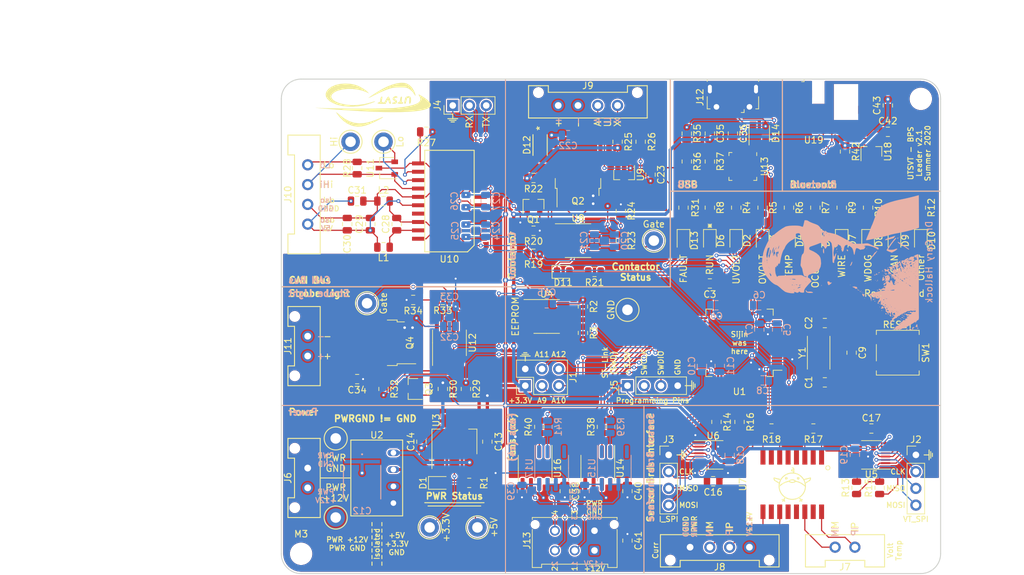
<source format=kicad_pcb>
(kicad_pcb (version 20171130) (host pcbnew "(5.1.6)-1")
  (layers (0 F.Cu signal) (31 B.Cu signal) (34 B.Paste user) (35 F.Paste user) (36 B.SilkS user) (37 F.SilkS user) (38 B.Mask user) (39 F.Mask user) (44 Edge.Cuts user))
  (net 0 "")
  (net 1 GND)
  (net 2 +3V3)
  (net 3 /OSC_IN)
  (net 4 /NRST)
  (net 5 /OSC_OUT)
  (net 6 +5V)
  (net 7 +12V)
  (net 8 GNDPWR)
  (net 9 /PB1)
  (net 10 "Net-(D1-Pad2)")
  (net 11 "Net-(D2-Pad1)")
  (net 12 "Net-(D3-Pad1)")
  (net 13 /PC3)
  (net 14 /PC2)
  (net 15 "Net-(D4-Pad1)")
  (net 16 "Net-(D5-Pad1)")
  (net 17 /PC1)
  (net 18 /PC0)
  (net 19 "Net-(D6-Pad1)")
  (net 20 "Net-(D7-Pad1)")
  (net 21 /PA7)
  (net 22 /PA6)
  (net 23 "Net-(D8-Pad1)")
  (net 24 "Net-(D9-Pad1)")
  (net 25 /PA5)
  (net 26 "/Contactor Driver/CONTACTOR_V-")
  (net 27 /SWCLK)
  (net 28 /SWDIO)
  (net 29 /CAN/CAN_L)
  (net 30 /CAN/CAN_H)
  (net 31 "Net-(Q1-Pad1)")
  (net 32 "Net-(Q2-Pad1)")
  (net 33 "Net-(Q3-Pad1)")
  (net 34 "Net-(Q4-Pad1)")
  (net 35 /I2C3_SCL)
  (net 36 /I2C3_SDA)
  (net 37 /PB0)
  (net 38 /CAN/RSlope)
  (net 39 /FAULT)
  (net 40 /USART3_RX)
  (net 41 /USART3_TX)
  (net 42 /SPI1_CLK)
  (net 43 /SPI1_MISO)
  (net 44 /SPI1_MOSI)
  (net 45 /CAN1_RX)
  (net 46 /CAN1_TX)
  (net 47 "Net-(C29-Pad2)")
  (net 48 "Net-(C29-Pad1)")
  (net 49 "Net-(C3-Pad1)")
  (net 50 "Net-(D10-Pad1)")
  (net 51 /PA9)
  (net 52 /PA11)
  (net 53 /PA10)
  (net 54 /PA12)
  (net 55 /SPI3_CLK)
  (net 56 /SPI3_MISO)
  (net 57 /SPI3_MOSI)
  (net 58 "Net-(J7-Pad2)")
  (net 59 "/Fan Board Interface/FAN1")
  (net 60 "/Fan Board Interface/FAN2")
  (net 61 "/Fan Board Interface/FAN3")
  (net 62 "/Fan Board Interface/FAN4")
  (net 63 "Net-(Q3-Pad3)")
  (net 64 "Net-(R13-Pad1)")
  (net 65 "Net-(R13-Pad2)")
  (net 66 "/Sensor Boards Interface/VT_IM")
  (net 67 "/Sensor Boards Interface/VT_IP")
  (net 68 "/Sensor Boards Interface/I_IM")
  (net 69 "/Sensor Boards Interface/I_IP")
  (net 70 "Net-(R38-Pad1)")
  (net 71 /TIM3_CH1)
  (net 72 "Net-(R39-Pad1)")
  (net 73 /TIM3_CH2)
  (net 74 /TIM12_CH1)
  (net 75 "Net-(R40-Pad1)")
  (net 76 /TIM12_CH2)
  (net 77 /UART2_TX)
  (net 78 /UART2_RX)
  (net 79 /PA15)
  (net 80 /PD2)
  (net 81 "Net-(J7-Pad1)")
  (net 82 "Net-(J8-Pad2)")
  (net 83 "Net-(J8-Pad3)")
  (net 84 "Net-(J9-Pad4)")
  (net 85 "Net-(J11-Pad2)")
  (net 86 "Net-(D11-Pad2)")
  (net 87 "Net-(D11-Pad1)")
  (net 88 "Net-(D13-Pad1)")
  (net 89 "Net-(D14-Pad2)")
  (net 90 "Net-(D14-Pad3)")
  (net 91 "Net-(D14-Pad4)")
  (net 92 "Net-(R14-Pad2)")
  (net 93 "Net-(R14-Pad1)")
  (net 94 "Net-(R22-Pad1)")
  (net 95 "Net-(R23-Pad2)")
  (net 96 "Net-(R32-Pad1)")
  (net 97 "Net-(R33-Pad2)")
  (net 98 "Net-(R35-Pad1)")
  (net 99 "Net-(R37-Pad2)")
  (net 100 "Net-(R41-Pad1)")
  (net 101 /PA4)
  (net 102 /PC4)
  (net 103 "Net-(C28-Pad2)")
  (net 104 "Net-(C28-Pad1)")
  (net 105 "Net-(C42-Pad1)")
  (net 106 "Net-(J12-Pad4)")
  (net 107 "Net-(U1-Pad2)")
  (net 108 "Net-(U1-Pad3)")
  (net 109 "Net-(U1-Pad4)")
  (net 110 "Net-(U1-Pad14)")
  (net 111 "Net-(U1-Pad15)")
  (net 112 "Net-(U1-Pad28)")
  (net 113 "Net-(U1-Pad34)")
  (net 114 "Net-(U1-Pad39)")
  (net 115 "Net-(U1-Pad58)")
  (net 116 "Net-(U1-Pad59)")
  (net 117 "Net-(U7-Pad15)")
  (net 118 "Net-(U7-Pad10)")
  (net 119 "Net-(U7-Pad7)")
  (net 120 "Net-(U7-Pad2)")
  (net 121 "Net-(U8-Pad1)")
  (net 122 "Net-(U8-Pad4)")
  (net 123 "Net-(U10-Pad6)")
  (net 124 "Net-(U10-Pad8)")
  (net 125 "Net-(U10-Pad9)")
  (net 126 "Net-(U10-Pad17)")
  (net 127 "Net-(U12-Pad1)")
  (net 128 "Net-(U12-Pad4)")
  (net 129 "Net-(U13-Pad1)")
  (net 130 "Net-(U13-Pad10)")
  (net 131 "Net-(U13-Pad11)")
  (net 132 "Net-(U13-Pad12)")
  (net 133 "Net-(U13-Pad13)")
  (net 134 "Net-(U13-Pad14)")
  (net 135 "Net-(U13-Pad15)")
  (net 136 "Net-(U13-Pad16)")
  (net 137 "Net-(U13-Pad17)")
  (net 138 "Net-(U13-Pad18)")
  (net 139 "Net-(U13-Pad19)")
  (net 140 "Net-(U13-Pad22)")
  (net 141 "Net-(U13-Pad23)")
  (net 142 "Net-(U13-Pad24)")
  (net 143 "Net-(U14-Pad1)")
  (net 144 "Net-(U14-Pad4)")
  (net 145 "Net-(U15-Pad1)")
  (net 146 "Net-(U15-Pad4)")
  (net 147 "Net-(U16-Pad4)")
  (net 148 "Net-(U16-Pad1)")
  (net 149 "Net-(U17-Pad4)")
  (net 150 "Net-(U17-Pad1)")
  (net 151 "Net-(U19-Pad6)")
  (net 152 "Net-(U19-Pad9)")
  (net 153 "Net-(U19-Pad11)")
  (net 154 "Net-(U19-Pad5)")
  (net 155 "Net-(U19-Pad4)")
  (net 156 "Net-(U19-Pad3)")
  (net 157 "Net-(U19-Pad1)")
  (net 158 "Net-(U19-Pad12)")
  (net 159 "Net-(U19-Pad15)")
  (net 160 "Net-(U19-Pad16)")
  (module UTSVT_Passive:V2F22HM (layer F.Cu) (at 139.25 60 270)
    (fp_text reference D12 (at 0 2 270) (layer F.SilkS))
    (fp_text value V2F22HM3/H hide)
    (fp_text user * (at -2.54 0 270) (layer F.SilkS))
    (pad 2 smd rect (at 1.6383 0 270) (size 1.0414 1.1938) (layers F.Cu F.Paste F.Mask) (net 26 "/Contactor Driver/CONTACTOR_V-"))
    (pad 1 smd rect (at -1.6383 0 270) (size 1.0414 1.1938) (layers F.Cu F.Paste F.Mask) (net 7 +12V))
  )
  (module Connector_Molex:Molex_Micro-Fit_3.0_43045-0612_2x03_P3.00mm_Vertical (layer F.Cu) (at 147.5 121.5 180)
    (fp_text reference J13 (at 10.25 1.5 270) (layer F.SilkS))
    (fp_text value FanBrdConn)
    (pad "" np_thru_hole circle (at -3 3.94 180) (size 1 1) (drill 1) (layers *.Cu *.Mask))
    (pad "" np_thru_hole circle (at 9 3.94 180) (size 1 1) (drill 1) (layers *.Cu *.Mask))
    (pad 1 thru_hole roundrect (at 0 0 180) (size 1.5 1.5) (drill 1) (layers *.Cu *.Mask) (roundrect_rratio 0.166667) (net 7 +12V))
    (pad 2 thru_hole circle (at 3 0 180) (size 1.5 1.5) (drill 1) (layers *.Cu *.Mask) (net 59 "/Fan Board Interface/FAN1"))
    (pad 3 thru_hole circle (at 6 0 180) (size 1.5 1.5) (drill 1) (layers *.Cu *.Mask) (net 60 "/Fan Board Interface/FAN2"))
    (pad 4 thru_hole circle (at 0 3 180) (size 1.5 1.5) (drill 1) (layers *.Cu *.Mask) (net 8 GNDPWR))
    (pad 5 thru_hole circle (at 3 3 180) (size 1.5 1.5) (drill 1) (layers *.Cu *.Mask) (net 61 "/Fan Board Interface/FAN3"))
    (pad 6 thru_hole circle (at 6 3 180) (size 1.5 1.5) (drill 1) (layers *.Cu *.Mask) (net 62 "/Fan Board Interface/FAN4"))
  )
  (module UTSVT_Connectors:Molex_MicroFit3.0_1x4xP3.00mm_PolarizingPeg_Vertical (layer F.Cu) (at 171 121 180)
    (fp_text reference J8 (at 4.5 -3) (layer F.SilkS))
    (fp_text value CurrentConn)
    (pad 4 thru_hole circle (at 9 0 180) (size 1.7 1.7) (drill 1.02) (layers *.Cu *.Mask) (net 8 GNDPWR))
    (pad "" np_thru_hole circle (at 12 -1.96 180) (size 1.27 1.27) (drill 1.27) (layers *.Cu *.Mask))
    (pad 1 thru_hole circle (at 0 0 180) (size 1.7 1.7) (drill 1.02) (layers *.Cu *.Mask) (net 7 +12V))
    (pad 2 thru_hole circle (at 3 0 180) (size 1.7 1.7) (drill 1.02) (layers *.Cu *.Mask) (net 82 "Net-(J8-Pad2)"))
    (pad 3 thru_hole circle (at 6 0 180) (size 1.7 1.7) (drill 1.02) (layers *.Cu *.Mask) (net 83 "Net-(J8-Pad3)"))
    (pad "" np_thru_hole circle (at -3 -1.96 180) (size 1.27 1.27) (drill 1.27) (layers *.Cu *.Mask))
  )
  (module UTSVT_Connectors:Molex_MicroFit3.0_1x2xP3.00mm_PolarizingPeg_Vertical (layer F.Cu) (at 104 112 90)
    (fp_text reference J6 (at 1.5 -3 90) (layer F.SilkS))
    (fp_text value PowerConn)
    (pad "" np_thru_hole circle (at 6 -1.96 90) (size 1.27 1.27) (drill 1.27) (layers *.Cu *.Mask))
    (pad 1 thru_hole circle (at 0 0 90) (size 1.7 1.7) (drill 1.02) (layers *.Cu *.Mask) (net 7 +12V))
    (pad 2 thru_hole circle (at 3 0 90) (size 1.7 1.7) (drill 1.02) (layers *.Cu *.Mask) (net 8 GNDPWR))
    (pad "" np_thru_hole circle (at -3 -1.96 90) (size 1.27 1.27) (drill 1.27) (layers *.Cu *.Mask))
  )
  (module Capacitor_SMD:C_0805_2012Metric (layer F.Cu) (at 182.4375 96)
    (fp_text reference C1 (at -2.4375 0 270) (layer F.SilkS))
    (fp_text value 10p)
    (pad 1 smd roundrect (at -0.9375 0) (size 0.975 1.4) (layers F.Cu F.Paste F.Mask) (net 3 /OSC_IN))
    (pad 2 smd roundrect (at 0.9375 0) (size 0.975 1.4) (layers F.Cu F.Paste F.Mask) (net 1 GND))
  )
  (module Capacitor_SMD:C_0805_2012Metric (layer F.Cu) (at 182.4375 87)
    (fp_text reference C2 (at -2.4375 0 270) (layer F.SilkS))
    (fp_text value 10p)
    (pad 2 smd roundrect (at 0.9375 0) (size 0.975 1.4) (layers F.Cu F.Paste F.Mask) (net 1 GND))
    (pad 1 smd roundrect (at -0.9375 0) (size 0.975 1.4) (layers F.Cu F.Paste F.Mask) (net 5 /OSC_OUT))
  )
  (module Capacitor_SMD:C_0805_2012Metric (layer F.Cu) (at 165 81 180)
    (fp_text reference C3 (at 0 -1.65 180) (layer F.SilkS))
    (fp_text value 4.7u)
    (pad 2 smd roundrect (at 0.9375 0 180) (size 0.975 1.4) (layers F.Cu F.Paste F.Mask) (net 1 GND))
    (pad 1 smd roundrect (at -0.9375 0 180) (size 0.975 1.4) (layers F.Cu F.Paste F.Mask) (net 49 "Net-(C3-Pad1)"))
  )
  (module Capacitor_SMD:C_0805_2012Metric (layer B.Cu) (at 166 84.3)
    (fp_text reference C4 (at 0 1.65 180) (layer B.SilkS) (effects (justify mirror)))
    (fp_text value 0.1u)
    (pad 1 smd roundrect (at -0.9375 0) (size 0.975 1.4) (layers B.Cu B.Paste B.Mask) (net 2 +3V3))
    (pad 2 smd roundrect (at 0.9375 0) (size 0.975 1.4) (layers B.Cu B.Paste B.Mask) (net 1 GND))
  )
  (module Capacitor_SMD:C_0805_2012Metric (layer B.Cu) (at 175.2 88 270)
    (fp_text reference C5 (at 0 -1.55 90) (layer B.SilkS) (effects (justify mirror)))
    (fp_text value 0.1u)
    (pad 2 smd roundrect (at 0.9375 0 270) (size 0.975 1.4) (layers B.Cu B.Paste B.Mask) (net 1 GND))
    (pad 1 smd roundrect (at -0.9375 0 270) (size 0.975 1.4) (layers B.Cu B.Paste B.Mask) (net 2 +3V3))
  )
  (module Capacitor_SMD:C_0805_2012Metric (layer B.Cu) (at 172.5 84.3)
    (fp_text reference C6 (at 0 -1.55) (layer B.SilkS) (effects (justify mirror)))
    (fp_text value 0.1u)
    (pad 2 smd roundrect (at 0.9375 0) (size 0.975 1.4) (layers B.Cu B.Paste B.Mask) (net 1 GND))
    (pad 1 smd roundrect (at -0.9375 0) (size 0.975 1.4) (layers B.Cu B.Paste B.Mask) (net 2 +3V3))
  )
  (module Capacitor_SMD:C_0805_2012Metric (layer B.Cu) (at 172.5 88 270)
    (fp_text reference C7 (at 0 1.5 90) (layer B.SilkS) (effects (justify mirror)))
    (fp_text value 1u)
    (pad 1 smd roundrect (at -0.9375 0 270) (size 0.975 1.4) (layers B.Cu B.Paste B.Mask) (net 2 +3V3))
    (pad 2 smd roundrect (at 0.9375 0 270) (size 0.975 1.4) (layers B.Cu B.Paste B.Mask) (net 1 GND))
  )
  (module Capacitor_SMD:C_0805_2012Metric (layer B.Cu) (at 173 95.7 180)
    (fp_text reference C8 (at 0 -1.55) (layer B.SilkS) (effects (justify mirror)))
    (fp_text value 0.1u)
    (pad 1 smd roundrect (at -0.9375 0 180) (size 0.975 1.4) (layers B.Cu B.Paste B.Mask) (net 2 +3V3))
    (pad 2 smd roundrect (at 0.9375 0 180) (size 0.975 1.4) (layers B.Cu B.Paste B.Mask) (net 1 GND))
  )
  (module Capacitor_SMD:C_0805_2012Metric (layer F.Cu) (at 186.5 91.5 270)
    (fp_text reference C9 (at 0 -1.65 90) (layer F.SilkS))
    (fp_text value 0.1u)
    (pad 2 smd roundrect (at 0.9375 0 270) (size 0.975 1.4) (layers F.Cu F.Paste F.Mask) (net 1 GND))
    (pad 1 smd roundrect (at -0.9375 0 270) (size 0.975 1.4) (layers F.Cu F.Paste F.Mask) (net 4 /NRST))
  )
  (module Capacitor_SMD:C_0805_2012Metric (layer B.Cu) (at 163.8 93.5 90)
    (fp_text reference C10 (at 0 -1.55 90) (layer B.SilkS) (effects (justify mirror)))
    (fp_text value 0.1u)
    (pad 2 smd roundrect (at 0.9375 0 90) (size 0.975 1.4) (layers B.Cu B.Paste B.Mask) (net 1 GND))
    (pad 1 smd roundrect (at -0.9375 0 90) (size 0.975 1.4) (layers B.Cu B.Paste B.Mask) (net 2 +3V3))
  )
  (module Capacitor_SMD:C_0805_2012Metric (layer B.Cu) (at 166.5 93.5 90)
    (fp_text reference C11 (at 0 1.65 270) (layer B.SilkS) (effects (justify mirror)))
    (fp_text value 4.7u)
    (pad 1 smd roundrect (at -0.9375 0 90) (size 0.975 1.4) (layers B.Cu B.Paste B.Mask) (net 2 +3V3))
    (pad 2 smd roundrect (at 0.9375 0 90) (size 0.975 1.4) (layers B.Cu B.Paste B.Mask) (net 1 GND))
  )
  (module Capacitor_SMD:C_0805_2012Metric (layer F.Cu) (at 131.25 105 90)
    (fp_text reference C13 (at 0 1.7 270) (layer F.SilkS))
    (fp_text value 10u)
    (pad 1 smd roundrect (at -0.9375 0 90) (size 0.975 1.4) (layers F.Cu F.Paste F.Mask) (net 6 +5V))
    (pad 2 smd roundrect (at 0.9375 0 90) (size 0.975 1.4) (layers F.Cu F.Paste F.Mask) (net 1 GND))
  )
  (module Capacitor_SMD:C_0805_2012Metric (layer F.Cu) (at 121.25 105 270)
    (fp_text reference C14 (at 0 1.6 270) (layer F.SilkS))
    (fp_text value 10u)
    (pad 2 smd roundrect (at 0.9375 0 270) (size 0.975 1.4) (layers F.Cu F.Paste F.Mask) (net 1 GND))
    (pad 1 smd roundrect (at -0.9375 0 270) (size 0.975 1.4) (layers F.Cu F.Paste F.Mask) (net 2 +3V3))
  )
  (module Capacitor_SMD:C_0805_2012Metric (layer B.Cu) (at 140.25 84 180)
    (fp_text reference C15 (at 0 1.65) (layer B.SilkS) (effects (justify mirror)))
    (fp_text value 0.1u)
    (pad 1 smd roundrect (at -0.9375 0 180) (size 0.975 1.4) (layers B.Cu B.Paste B.Mask) (net 2 +3V3))
    (pad 2 smd roundrect (at 0.9375 0 180) (size 0.975 1.4) (layers B.Cu B.Paste B.Mask) (net 1 GND))
  )
  (module Capacitor_SMD:C_0805_2012Metric (layer F.Cu) (at 165.5 111)
    (fp_text reference C16 (at 0 1.65) (layer F.SilkS))
    (fp_text value 0.1u)
    (pad 2 smd roundrect (at 0.9375 0) (size 0.975 1.4) (layers F.Cu F.Paste F.Mask) (net 1 GND))
    (pad 1 smd roundrect (at -0.9375 0) (size 0.975 1.4) (layers F.Cu F.Paste F.Mask) (net 2 +3V3))
  )
  (module Capacitor_SMD:C_0805_2012Metric (layer F.Cu) (at 189.5 103 180)
    (fp_text reference C17 (at 0 1.6) (layer F.SilkS))
    (fp_text value 0.1u)
    (pad 2 smd roundrect (at 0.9375 0 180) (size 0.975 1.4) (layers F.Cu F.Paste F.Mask) (net 1 GND))
    (pad 1 smd roundrect (at -0.9375 0 180) (size 0.975 1.4) (layers F.Cu F.Paste F.Mask) (net 2 +3V3))
  )
  (module Capacitor_SMD:C_0805_2012Metric (layer B.Cu) (at 168 107 90)
    (fp_text reference C18 (at 0 1.65 90) (layer B.SilkS) (effects (justify mirror)))
    (fp_text value 0.1u)
    (pad 1 smd roundrect (at -0.9375 0 90) (size 0.975 1.4) (layers B.Cu B.Paste B.Mask) (net 6 +5V))
    (pad 2 smd roundrect (at 0.9375 0 90) (size 0.975 1.4) (layers B.Cu B.Paste B.Mask) (net 1 GND))
  )
  (module Capacitor_SMD:C_0805_2012Metric (layer B.Cu) (at 187 107 270)
    (fp_text reference C19 (at 0 1.65 90) (layer B.SilkS) (effects (justify mirror)))
    (fp_text value 0.1u)
    (pad 1 smd roundrect (at -0.9375 0 270) (size 0.975 1.4) (layers B.Cu B.Paste B.Mask) (net 6 +5V))
    (pad 2 smd roundrect (at 0.9375 0 270) (size 0.975 1.4) (layers B.Cu B.Paste B.Mask) (net 1 GND))
  )
  (module Capacitor_SMD:C_0805_2012Metric (layer B.Cu) (at 147.5 74.5 270)
    (fp_text reference C21 (at 0 1.6 90) (layer B.SilkS) (effects (justify mirror)))
    (fp_text value 10u)
    (pad 2 smd roundrect (at 0.9375 0 270) (size 0.975 1.4) (layers B.Cu B.Paste B.Mask) (net 8 GNDPWR))
    (pad 1 smd roundrect (at -0.9375 0 270) (size 0.975 1.4) (layers B.Cu B.Paste B.Mask) (net 7 +12V))
  )
  (module Capacitor_SMD:C_0805_2012Metric (layer B.Cu) (at 150.5 74.5 270)
    (fp_text reference C20 (at 0 -1.6 90) (layer B.SilkS) (effects (justify mirror)))
    (fp_text value 0.1u)
    (pad 1 smd roundrect (at -0.9375 0 270) (size 0.975 1.4) (layers B.Cu B.Paste B.Mask) (net 7 +12V))
    (pad 2 smd roundrect (at 0.9375 0 270) (size 0.975 1.4) (layers B.Cu B.Paste B.Mask) (net 8 GNDPWR))
  )
  (module Capacitor_SMD:C_0805_2012Metric (layer B.Cu) (at 143.5 58.5 180)
    (fp_text reference C22 (at 0 -1.6) (layer B.SilkS) (effects (justify mirror)))
    (fp_text value 1u)
    (pad 2 smd roundrect (at 0.9375 0 180) (size 0.975 1.4) (layers B.Cu B.Paste B.Mask) (net 7 +12V))
    (pad 1 smd roundrect (at -0.9375 0 180) (size 0.975 1.4) (layers B.Cu B.Paste B.Mask) (net 8 GNDPWR))
  )
  (module Capacitor_SMD:C_0805_2012Metric (layer F.Cu) (at 156 64.5 90)
    (fp_text reference C23 (at 0 1.6 90) (layer F.SilkS))
    (fp_text value 1u)
    (pad 1 smd roundrect (at -0.9375 0 90) (size 0.975 1.4) (layers F.Cu F.Paste F.Mask) (net 9 /PB1))
    (pad 2 smd roundrect (at 0.9375 0 90) (size 0.975 1.4) (layers F.Cu F.Paste F.Mask) (net 1 GND))
  )
  (module Capacitor_SMD:C_0805_2012Metric (layer B.Cu) (at 131 73 270)
    (fp_text reference C24 (at 0 -1.6 270) (layer B.SilkS) (effects (justify mirror)))
    (fp_text value 10u)
    (pad 1 smd roundrect (at -0.9375 0 270) (size 0.975 1.4) (layers B.Cu B.Paste B.Mask) (net 6 +5V))
    (pad 2 smd roundrect (at 0.9375 0 270) (size 0.975 1.4) (layers B.Cu B.Paste B.Mask) (net 1 GND))
  )
  (module Capacitor_SMD:C_0805_2012Metric (layer B.Cu) (at 128 73 270)
    (fp_text reference C25 (at 0 1.65 270) (layer B.SilkS) (effects (justify mirror)))
    (fp_text value 0.1u)
    (pad 2 smd roundrect (at 0.9375 0 270) (size 0.975 1.4) (layers B.Cu B.Paste B.Mask) (net 1 GND))
    (pad 1 smd roundrect (at -0.9375 0 270) (size 0.975 1.4) (layers B.Cu B.Paste B.Mask) (net 6 +5V))
  )
  (module Capacitor_SMD:C_0805_2012Metric (layer B.Cu) (at 128 68.5 90)
    (fp_text reference C26 (at 0 -1.75 90) (layer B.SilkS) (effects (justify mirror)))
    (fp_text value 0.1u)
    (pad 1 smd roundrect (at -0.9375 0 90) (size 0.975 1.4) (layers B.Cu B.Paste B.Mask) (net 2 +3V3))
    (pad 2 smd roundrect (at 0.9375 0 90) (size 0.975 1.4) (layers B.Cu B.Paste B.Mask) (net 1 GND))
  )
  (module Capacitor_SMD:C_0805_2012Metric (layer B.Cu) (at 131 68.5 90)
    (fp_text reference C27 (at 0 1.65 270) (layer B.SilkS) (effects (justify mirror)))
    (fp_text value 0.01u)
    (pad 2 smd roundrect (at 0.9375 0 90) (size 0.975 1.4) (layers B.Cu B.Paste B.Mask) (net 1 GND))
    (pad 1 smd roundrect (at -0.9375 0 90) (size 0.975 1.4) (layers B.Cu B.Paste B.Mask) (net 2 +3V3))
  )
  (module Capacitor_SMD:C_0805_2012Metric (layer F.Cu) (at 117.5 72 90)
    (fp_text reference C28 (at 0 -1.65 90) (layer F.SilkS))
    (fp_text value 0.22u)
    (pad 2 smd roundrect (at 0.9375 0 90) (size 0.975 1.4) (layers F.Cu F.Paste F.Mask) (net 103 "Net-(C28-Pad2)"))
    (pad 1 smd roundrect (at -0.9375 0 90) (size 0.975 1.4) (layers F.Cu F.Paste F.Mask) (net 104 "Net-(C28-Pad1)"))
  )
  (module Capacitor_SMD:C_0805_2012Metric (layer F.Cu) (at 113.5 72 90)
    (fp_text reference C29 (at 0 -1.65 90) (layer F.SilkS))
    (fp_text value 10u)
    (pad 1 smd roundrect (at -0.9375 0 90) (size 0.975 1.4) (layers F.Cu F.Paste F.Mask) (net 48 "Net-(C29-Pad1)"))
    (pad 2 smd roundrect (at 0.9375 0 90) (size 0.975 1.4) (layers F.Cu F.Paste F.Mask) (net 47 "Net-(C29-Pad2)"))
  )
  (module Capacitor_SMD:C_0805_2012Metric (layer F.Cu) (at 110 72 90)
    (fp_text reference C30 (at -3 0 90) (layer F.SilkS))
    (fp_text value 0.1u)
    (pad 1 smd roundrect (at -0.9375 0 90) (size 0.975 1.4) (layers F.Cu F.Paste F.Mask) (net 48 "Net-(C29-Pad1)"))
    (pad 2 smd roundrect (at 0.9375 0 90) (size 0.975 1.4) (layers F.Cu F.Paste F.Mask) (net 47 "Net-(C29-Pad2)"))
  )
  (module Capacitor_SMD:C_0805_2012Metric (layer F.Cu) (at 111.5 68.5)
    (fp_text reference C31 (at 0 -1.65) (layer F.SilkS))
    (fp_text value 0.01u)
    (pad 2 smd roundrect (at 0.9375 0) (size 0.975 1.4) (layers F.Cu F.Paste F.Mask) (net 47 "Net-(C29-Pad2)"))
    (pad 1 smd roundrect (at -0.9375 0) (size 0.975 1.4) (layers F.Cu F.Paste F.Mask) (net 48 "Net-(C29-Pad1)"))
  )
  (module Capacitor_SMD:C_0805_2012Metric (layer B.Cu) (at 125.5 84.5)
    (fp_text reference C33 (at 0 -1.5 180) (layer B.SilkS) (effects (justify mirror)))
    (fp_text value 10u)
    (pad 1 smd roundrect (at -0.9375 0) (size 0.975 1.4) (layers B.Cu B.Paste B.Mask) (net 7 +12V))
    (pad 2 smd roundrect (at 0.9375 0) (size 0.975 1.4) (layers B.Cu B.Paste B.Mask) (net 8 GNDPWR))
  )
  (module Capacitor_SMD:C_0805_2012Metric (layer B.Cu) (at 125.5 87.5)
    (fp_text reference C32 (at 0 1.65 180) (layer B.SilkS) (effects (justify mirror)))
    (fp_text value 0.1u)
    (pad 2 smd roundrect (at 0.9375 0) (size 0.975 1.4) (layers B.Cu B.Paste B.Mask) (net 8 GNDPWR))
    (pad 1 smd roundrect (at -0.9375 0) (size 0.975 1.4) (layers B.Cu B.Paste B.Mask) (net 7 +12V))
  )
  (module Capacitor_SMD:C_0805_2012Metric (layer F.Cu) (at 111.5 95.5 180)
    (fp_text reference C34 (at 0 -1.65) (layer F.SilkS))
    (fp_text value 1u)
    (pad 1 smd roundrect (at -0.9375 0 180) (size 0.975 1.4) (layers F.Cu F.Paste F.Mask) (net 8 GNDPWR))
    (pad 2 smd roundrect (at 0.9375 0 180) (size 0.975 1.4) (layers F.Cu F.Paste F.Mask) (net 7 +12V))
  )
  (module Capacitor_SMD:C_0805_2012Metric (layer F.Cu) (at 165 58.25 90)
    (fp_text reference C35 (at 0 1.6 90) (layer F.SilkS))
    (fp_text value 4.7u)
    (pad 1 smd roundrect (at -0.9375 0 90) (size 0.975 1.4) (layers F.Cu F.Paste F.Mask) (net 2 +3V3))
    (pad 2 smd roundrect (at 0.9375 0 90) (size 0.975 1.4) (layers F.Cu F.Paste F.Mask) (net 1 GND))
  )
  (module Capacitor_SMD:C_0805_2012Metric (layer F.Cu) (at 168.5 58.25 90)
    (fp_text reference C36 (at 0 1.6 90) (layer F.SilkS))
    (fp_text value 0.1u)
    (pad 2 smd roundrect (at 0.9375 0 90) (size 0.975 1.4) (layers F.Cu F.Paste F.Mask) (net 1 GND))
    (pad 1 smd roundrect (at -0.9375 0 90) (size 0.975 1.4) (layers F.Cu F.Paste F.Mask) (net 2 +3V3))
  )
  (module Capacitor_SMD:C_0805_2012Metric (layer F.Cu) (at 152.5 120 90)
    (fp_text reference C41 (at 0 1.65 90) (layer F.SilkS))
    (fp_text value 10u)
    (pad 1 smd roundrect (at -0.9375 0 90) (size 0.975 1.4) (layers F.Cu F.Paste F.Mask) (net 7 +12V))
    (pad 2 smd roundrect (at 0.9375 0 90) (size 0.975 1.4) (layers F.Cu F.Paste F.Mask) (net 8 GNDPWR))
  )
  (module Capacitor_SMD:C_0805_2012Metric (layer F.Cu) (at 152.5 112.5 270)
    (fp_text reference C40 (at 0 -1.65 90) (layer F.SilkS))
    (fp_text value 0.1u)
    (pad 2 smd roundrect (at 0.9375 0 270) (size 0.975 1.4) (layers F.Cu F.Paste F.Mask) (net 8 GNDPWR))
    (pad 1 smd roundrect (at -0.9375 0 270) (size 0.975 1.4) (layers F.Cu F.Paste F.Mask) (net 7 +12V))
  )
  (module Capacitor_SMD:C_0805_2012Metric (layer B.Cu) (at 146 112.5 270)
    (fp_text reference C37 (at 0 1.65 270) (layer B.SilkS) (effects (justify mirror)))
    (fp_text value 0.1u)
    (pad 2 smd roundrect (at 0.9375 0 270) (size 0.975 1.4) (layers B.Cu B.Paste B.Mask) (net 8 GNDPWR))
    (pad 1 smd roundrect (at -0.9375 0 270) (size 0.975 1.4) (layers B.Cu B.Paste B.Mask) (net 7 +12V))
  )
  (module Capacitor_SMD:C_0805_2012Metric (layer F.Cu) (at 143 112.5 270)
    (fp_text reference C38 (at 0 -1.65 270) (layer F.SilkS))
    (fp_text value 0.1u)
    (pad 1 smd roundrect (at -0.9375 0 270) (size 0.975 1.4) (layers F.Cu F.Paste F.Mask) (net 7 +12V))
    (pad 2 smd roundrect (at 0.9375 0 270) (size 0.975 1.4) (layers F.Cu F.Paste F.Mask) (net 8 GNDPWR))
  )
  (module Capacitor_SMD:C_0805_2012Metric (layer B.Cu) (at 136.5 112.5 270)
    (fp_text reference C39 (at 0 1.65 90) (layer B.SilkS) (effects (justify mirror)))
    (fp_text value 0.1u)
    (pad 1 smd roundrect (at -0.9375 0 270) (size 0.975 1.4) (layers B.Cu B.Paste B.Mask) (net 7 +12V))
    (pad 2 smd roundrect (at 0.9375 0 270) (size 0.975 1.4) (layers B.Cu B.Paste B.Mask) (net 8 GNDPWR))
  )
  (module Capacitor_SMD:C_0805_2012Metric (layer F.Cu) (at 192 58)
    (fp_text reference C42 (at 0 -1.65) (layer F.SilkS))
    (fp_text value 1u)
    (pad 2 smd roundrect (at 0.9375 0) (size 0.975 1.4) (layers F.Cu F.Paste F.Mask) (net 1 GND))
    (pad 1 smd roundrect (at -0.9375 0) (size 0.975 1.4) (layers F.Cu F.Paste F.Mask) (net 105 "Net-(C42-Pad1)"))
  )
  (module Capacitor_SMD:C_0805_2012Metric (layer F.Cu) (at 192 54 90)
    (fp_text reference C43 (at 0 -1.65 90) (layer F.SilkS))
    (fp_text value 0.1u)
    (pad 2 smd roundrect (at 0.9375 0 90) (size 0.975 1.4) (layers F.Cu F.Paste F.Mask) (net 2 +3V3))
    (pad 1 smd roundrect (at -0.9375 0 90) (size 0.975 1.4) (layers F.Cu F.Paste F.Mask) (net 1 GND))
  )
  (module LED_SMD:LED_0805_2012Metric (layer F.Cu) (at 124 111.25)
    (fp_text reference D1 (at -2.5 0 90) (layer F.SilkS))
    (fp_text value PowerOn)
    (pad 1 smd roundrect (at -0.9375 0) (size 0.975 1.4) (layers F.Cu F.Paste F.Mask) (net 1 GND))
    (pad 2 smd roundrect (at 0.9375 0) (size 0.975 1.4) (layers F.Cu F.Paste F.Mask) (net 10 "Net-(D1-Pad2)"))
  )
  (module LED_SMD:LED_0805_2012Metric (layer F.Cu) (at 165 74.5 270)
    (fp_text reference D6 (at 0 -1.65 90) (layer F.SilkS))
    (fp_text value Heartbeat)
    (pad 2 smd roundrect (at 0.9375 0 270) (size 0.975 1.4) (layers F.Cu F.Paste F.Mask) (net 102 /PC4))
    (pad 1 smd roundrect (at -0.9375 0 270) (size 0.975 1.4) (layers F.Cu F.Paste F.Mask) (net 19 "Net-(D6-Pad1)"))
  )
  (module LED_SMD:LED_0805_2012Metric (layer F.Cu) (at 169 74.5 270)
    (fp_text reference D2 (at 0 -1.65 90) (layer F.SilkS))
    (fp_text value UVolt)
    (pad 1 smd roundrect (at -0.9375 0 270) (size 0.975 1.4) (layers F.Cu F.Paste F.Mask) (net 11 "Net-(D2-Pad1)"))
    (pad 2 smd roundrect (at 0.9375 0 270) (size 0.975 1.4) (layers F.Cu F.Paste F.Mask) (net 21 /PA7))
  )
  (module LED_SMD:LED_0805_2012Metric (layer F.Cu) (at 173 74.5 270)
    (fp_text reference D3 (at 0 -1.65 90) (layer F.SilkS))
    (fp_text value OVolt)
    (pad 2 smd roundrect (at 0.9375 0 270) (size 0.975 1.4) (layers F.Cu F.Paste F.Mask) (net 22 /PA6))
    (pad 1 smd roundrect (at -0.9375 0 270) (size 0.975 1.4) (layers F.Cu F.Paste F.Mask) (net 12 "Net-(D3-Pad1)"))
  )
  (module LED_SMD:LED_0805_2012Metric (layer F.Cu) (at 177 74.5 270)
    (fp_text reference D4 (at 0 -1.65 90) (layer F.SilkS))
    (fp_text value OTemp)
    (pad 1 smd roundrect (at -0.9375 0 270) (size 0.975 1.4) (layers F.Cu F.Paste F.Mask) (net 15 "Net-(D4-Pad1)"))
    (pad 2 smd roundrect (at 0.9375 0 270) (size 0.975 1.4) (layers F.Cu F.Paste F.Mask) (net 25 /PA5))
  )
  (module LED_SMD:LED_0805_2012Metric (layer F.Cu) (at 181 74.5 270)
    (fp_text reference D5 (at 0 -1.65 90) (layer F.SilkS))
    (fp_text value OCurr)
    (pad 2 smd roundrect (at 0.9375 0 270) (size 0.975 1.4) (layers F.Cu F.Paste F.Mask) (net 101 /PA4))
    (pad 1 smd roundrect (at -0.9375 0 270) (size 0.975 1.4) (layers F.Cu F.Paste F.Mask) (net 16 "Net-(D5-Pad1)"))
  )
  (module LED_SMD:LED_0805_2012Metric (layer F.Cu) (at 185 74.5 270)
    (fp_text reference D7 (at 0 -1.65 90) (layer F.SilkS))
    (fp_text value Wire)
    (pad 1 smd roundrect (at -0.9375 0 270) (size 0.975 1.4) (layers F.Cu F.Paste F.Mask) (net 20 "Net-(D7-Pad1)"))
    (pad 2 smd roundrect (at 0.9375 0 270) (size 0.975 1.4) (layers F.Cu F.Paste F.Mask) (net 13 /PC3))
  )
  (module LED_SMD:LED_0805_2012Metric (layer F.Cu) (at 189 74.5 270)
    (fp_text reference D8 (at 0 -1.65 90) (layer F.SilkS))
    (fp_text value WDError)
    (pad 1 smd roundrect (at -0.9375 0 270) (size 0.975 1.4) (layers F.Cu F.Paste F.Mask) (net 23 "Net-(D8-Pad1)"))
    (pad 2 smd roundrect (at 0.9375 0 270) (size 0.975 1.4) (layers F.Cu F.Paste F.Mask) (net 14 /PC2))
  )
  (module LED_SMD:LED_0805_2012Metric (layer F.Cu) (at 193 74.5 270)
    (fp_text reference D9 (at 0 -1.65 90) (layer F.SilkS))
    (fp_text value CANError)
    (pad 2 smd roundrect (at 0.9375 0 270) (size 0.975 1.4) (layers F.Cu F.Paste F.Mask) (net 17 /PC1))
    (pad 1 smd roundrect (at -0.9375 0 270) (size 0.975 1.4) (layers F.Cu F.Paste F.Mask) (net 24 "Net-(D9-Pad1)"))
  )
  (module LED_SMD:LED_0805_2012Metric (layer F.Cu) (at 142.75 79.25)
    (fp_text reference D11 (at 0 1.6) (layer F.SilkS))
    (fp_text value ContactorEn)
    (pad 2 smd roundrect (at 0.9375 0) (size 0.975 1.4) (layers F.Cu F.Paste F.Mask) (net 86 "Net-(D11-Pad2)"))
    (pad 1 smd roundrect (at -0.9375 0) (size 0.975 1.4) (layers F.Cu F.Paste F.Mask) (net 87 "Net-(D11-Pad1)"))
  )
  (module LED_SMD:LED_0805_2012Metric (layer F.Cu) (at 161 74.5 270)
    (fp_text reference D13 (at 0 -1.65 90) (layer F.SilkS))
    (fp_text value Fault)
    (pad 1 smd roundrect (at -0.9375 0 270) (size 0.975 1.4) (layers F.Cu F.Paste F.Mask) (net 88 "Net-(D13-Pad1)"))
    (pad 2 smd roundrect (at 0.9375 0 270) (size 0.975 1.4) (layers F.Cu F.Paste F.Mask) (net 6 +5V))
  )
  (module Package_TO_SOT_SMD:SOT-143 (layer F.Cu) (at 172.5 58.25 90)
    (fp_text reference D14 (at 0.02 2.5 90) (layer F.SilkS))
    (fp_text value SP0503BAHT)
    (pad 1 smd rect (at -1.1 -0.77) (size 1.2 1.4) (layers F.Cu F.Paste F.Mask) (net 1 GND))
    (pad 2 smd rect (at -1.1 0.95) (size 1 1.4) (layers F.Cu F.Paste F.Mask) (net 89 "Net-(D14-Pad2)"))
    (pad 3 smd rect (at 1.1 0.95) (size 1 1.4) (layers F.Cu F.Paste F.Mask) (net 90 "Net-(D14-Pad3)"))
    (pad 4 smd rect (at 1.1 -0.95) (size 1 1.4) (layers F.Cu F.Paste F.Mask) (net 91 "Net-(D14-Pad4)"))
  )
  (module Connector_PinHeader_2.54mm:PinHeader_2x03_P2.54mm_Vertical (layer F.Cu) (at 137 96.5 90)
    (fp_text reference J1 (at 1.27 7.25 90) (layer F.SilkS))
    (fp_text value "GPIO Analyzer")
    (pad 1 thru_hole rect (at 0 0 90) (size 1.7 1.7) (drill 1) (layers *.Cu *.Mask) (net 2 +3V3))
    (pad 2 thru_hole oval (at 2.54 0 90) (size 1.7 1.7) (drill 1) (layers *.Cu *.Mask) (net 1 GND))
    (pad 3 thru_hole oval (at 0 2.54 90) (size 1.7 1.7) (drill 1) (layers *.Cu *.Mask) (net 51 /PA9))
    (pad 4 thru_hole oval (at 2.54 2.54 90) (size 1.7 1.7) (drill 1) (layers *.Cu *.Mask) (net 52 /PA11))
    (pad 5 thru_hole oval (at 0 5.08 90) (size 1.7 1.7) (drill 1) (layers *.Cu *.Mask) (net 53 /PA10))
    (pad 6 thru_hole oval (at 2.54 5.08 90) (size 1.7 1.7) (drill 1) (layers *.Cu *.Mask) (net 54 /PA12))
  )
  (module Connector_PinHeader_2.54mm:PinHeader_1x03_P2.54mm_Vertical (layer F.Cu) (at 126 54 90)
    (fp_text reference J4 (at 0 -2.33 90) (layer F.SilkS))
    (fp_text value "CAN Analyzer")
    (pad 1 thru_hole rect (at 0 0 90) (size 1.7 1.7) (drill 1) (layers *.Cu *.Mask) (net 1 GND))
    (pad 2 thru_hole oval (at 0 2.54 90) (size 1.7 1.7) (drill 1) (layers *.Cu *.Mask) (net 45 /CAN1_RX))
    (pad 3 thru_hole oval (at 0 5.08 90) (size 1.7 1.7) (drill 1) (layers *.Cu *.Mask) (net 46 /CAN1_TX))
  )
  (module Connector_PinHeader_2.54mm:PinHeader_1x04_P2.54mm_Vertical (layer F.Cu) (at 152.5 96.5 90)
    (fp_text reference J5 (at 0 -2 90) (layer F.SilkS))
    (fp_text value SWD)
    (pad 1 thru_hole rect (at 0 0 90) (size 1.7 1.7) (drill 1) (layers *.Cu *.Mask) (net 2 +3V3))
    (pad 2 thru_hole oval (at 0 2.54 90) (size 1.7 1.7) (drill 1) (layers *.Cu *.Mask) (net 27 /SWCLK))
    (pad 3 thru_hole oval (at 0 5.08 90) (size 1.7 1.7) (drill 1) (layers *.Cu *.Mask) (net 28 /SWDIO))
    (pad 4 thru_hole oval (at 0 7.62 90) (size 1.7 1.7) (drill 1) (layers *.Cu *.Mask) (net 1 GND))
  )
  (module UTSVT_Connectors:Molex_MicroFit3.0_1x2xP3.00mm_PolarizingPeg_Vertical (layer F.Cu) (at 187 121 180)
    (fp_text reference J7 (at 1.5 -3) (layer F.SilkS))
    (fp_text value MinionConn)
    (pad "" np_thru_hole circle (at 6 -1.96 180) (size 1.27 1.27) (drill 1.27) (layers *.Cu *.Mask))
    (pad 1 thru_hole circle (at 0 0 180) (size 1.7 1.7) (drill 1.02) (layers *.Cu *.Mask) (net 81 "Net-(J7-Pad1)"))
    (pad 2 thru_hole circle (at 3 0 180) (size 1.7 1.7) (drill 1.02) (layers *.Cu *.Mask) (net 58 "Net-(J7-Pad2)"))
    (pad "" np_thru_hole circle (at -3 -1.96 180) (size 1.27 1.27) (drill 1.27) (layers *.Cu *.Mask))
  )
  (module UTSVT_Connectors:Molex_MicroFit3.0_1x4xP3.00mm_PolarizingPeg_Vertical (layer F.Cu) (at 142 54)
    (fp_text reference J9 (at 4.5 -3) (layer F.SilkS))
    (fp_text value ContactorConn)
    (pad "" np_thru_hole circle (at -3 -1.96) (size 1.27 1.27) (drill 1.27) (layers *.Cu *.Mask))
    (pad 3 thru_hole circle (at 6 0) (size 1.7 1.7) (drill 1.02) (layers *.Cu *.Mask) (net 1 GND))
    (pad 2 thru_hole circle (at 3 0) (size 1.7 1.7) (drill 1.02) (layers *.Cu *.Mask) (net 26 "/Contactor Driver/CONTACTOR_V-"))
    (pad 1 thru_hole circle (at 0 0) (size 1.7 1.7) (drill 1.02) (layers *.Cu *.Mask) (net 7 +12V))
    (pad "" np_thru_hole circle (at 12 -1.96) (size 1.27 1.27) (drill 1.27) (layers *.Cu *.Mask))
    (pad 4 thru_hole circle (at 9 0) (size 1.7 1.7) (drill 1.02) (layers *.Cu *.Mask) (net 84 "Net-(J9-Pad4)"))
  )
  (module UTSVT_Connectors:Molex_MicroFit3.0_1x4xP3.00mm_PolarizingPeg_Vertical (layer F.Cu) (at 104 72 90)
    (fp_text reference J10 (at 4.5 -3 90) (layer F.SilkS))
    (fp_text value CAN_Out)
    (pad 4 thru_hole circle (at 9 0 90) (size 1.7 1.7) (drill 1.02) (layers *.Cu *.Mask) (net 29 /CAN/CAN_L))
    (pad "" np_thru_hole circle (at 12 -1.96 90) (size 1.27 1.27) (drill 1.27) (layers *.Cu *.Mask))
    (pad 1 thru_hole circle (at 0 0 90) (size 1.7 1.7) (drill 1.02) (layers *.Cu *.Mask) (net 48 "Net-(C29-Pad1)"))
    (pad 2 thru_hole circle (at 3 0 90) (size 1.7 1.7) (drill 1.02) (layers *.Cu *.Mask) (net 47 "Net-(C29-Pad2)"))
    (pad 3 thru_hole circle (at 6 0 90) (size 1.7 1.7) (drill 1.02) (layers *.Cu *.Mask) (net 30 /CAN/CAN_H))
    (pad "" np_thru_hole circle (at -3 -1.96 90) (size 1.27 1.27) (drill 1.27) (layers *.Cu *.Mask))
  )
  (module UTSVT_Connectors:Molex_MicroFit3.0_1x2xP3.00mm_PolarizingPeg_Vertical (layer F.Cu) (at 104 92 90)
    (fp_text reference J11 (at 1.5 -3 90) (layer F.SilkS))
    (fp_text value ErrorLightConn)
    (pad "" np_thru_hole circle (at -3 -1.96 90) (size 1.27 1.27) (drill 1.27) (layers *.Cu *.Mask))
    (pad 2 thru_hole circle (at 3 0 90) (size 1.7 1.7) (drill 1.02) (layers *.Cu *.Mask) (net 85 "Net-(J11-Pad2)"))
    (pad 1 thru_hole circle (at 0 0 90) (size 1.7 1.7) (drill 1.02) (layers *.Cu *.Mask) (net 7 +12V))
    (pad "" np_thru_hole circle (at 6 -1.96 90) (size 1.27 1.27) (drill 1.27) (layers *.Cu *.Mask))
  )
  (module Connector_USB:USB_Micro-B_Molex-105017-0001 (layer F.Cu) (at 168.5 52.75 180)
    (fp_text reference J12 (at 5 0 90) (layer F.SilkS))
    (fp_text value USB_B_Micro)
    (pad 6 smd rect (at 1 1.2375 180) (size 1.5 1.9) (layers F.Cu F.Paste F.Mask) (net 1 GND))
    (pad 6 thru_hole circle (at -2.5 -1.4625 180) (size 1.45 1.45) (drill 0.85) (layers *.Cu *.Mask) (net 1 GND))
    (pad 2 smd rect (at -0.65 -1.4625 180) (size 0.4 1.35) (layers F.Cu F.Paste F.Mask) (net 90 "Net-(D14-Pad3)"))
    (pad 1 smd rect (at -1.3 -1.4625 180) (size 0.4 1.35) (layers F.Cu F.Paste F.Mask) (net 89 "Net-(D14-Pad2)"))
    (pad 5 smd rect (at 1.3 -1.4625 180) (size 0.4 1.35) (layers F.Cu F.Paste F.Mask) (net 1 GND))
    (pad 4 smd rect (at 0.65 -1.4625 180) (size 0.4 1.35) (layers F.Cu F.Paste F.Mask) (net 106 "Net-(J12-Pad4)"))
    (pad 3 smd rect (at 0 -1.4625 180) (size 0.4 1.35) (layers F.Cu F.Paste F.Mask) (net 91 "Net-(D14-Pad4)"))
    (pad 6 thru_hole circle (at 2.5 -1.4625 180) (size 1.45 1.45) (drill 0.85) (layers *.Cu *.Mask) (net 1 GND))
    (pad 6 smd rect (at -1 1.2375 180) (size 1.5 1.9) (layers F.Cu F.Paste F.Mask) (net 1 GND))
    (pad 6 thru_hole oval (at -3.5 1.2375) (size 1.2 1.9) (drill oval 0.6 1.3) (layers *.Cu *.Mask) (net 1 GND))
    (pad 6 thru_hole oval (at 3.5 1.2375 180) (size 1.2 1.9) (drill oval 0.6 1.3) (layers *.Cu *.Mask) (net 1 GND))
    (pad 6 smd rect (at 2.9 1.2375 180) (size 1.2 1.9) (layers F.Cu F.Mask) (net 1 GND))
    (pad 6 smd rect (at -2.9 1.2375 180) (size 1.2 1.9) (layers F.Cu F.Mask) (net 1 GND))
  )
  (module Inductor_SMD:L_0805_2012Metric (layer F.Cu) (at 115.5 75.5)
    (fp_text reference L1 (at 0 1.6) (layer F.SilkS))
    (fp_text value 2k)
    (pad 1 smd roundrect (at -0.9375 0) (size 0.975 1.4) (layers F.Cu F.Paste F.Mask) (net 48 "Net-(C29-Pad1)"))
    (pad 2 smd roundrect (at 0.9375 0) (size 0.975 1.4) (layers F.Cu F.Paste F.Mask) (net 104 "Net-(C28-Pad1)"))
  )
  (module Inductor_SMD:L_0805_2012Metric (layer F.Cu) (at 115.5 68.5)
    (fp_text reference L2 (at 0 -1.65) (layer F.SilkS))
    (fp_text value 2k)
    (pad 2 smd roundrect (at 0.9375 0) (size 0.975 1.4) (layers F.Cu F.Paste F.Mask) (net 103 "Net-(C28-Pad2)"))
    (pad 1 smd roundrect (at -0.9375 0) (size 0.975 1.4) (layers F.Cu F.Paste F.Mask) (net 47 "Net-(C29-Pad2)"))
  )
  (module MountingHole:MountingHole_3mm (layer F.Cu) (at 103 122)
    (fp_text reference MH1 hide)
    (fp_text value M.3)
    (pad 1 np_thru_hole circle (at 0 0) (size 3 3) (drill 3) (layers *.Cu *.Mask))
  )
  (module MountingHole:MountingHole_3mm (layer F.Cu) (at 103 53)
    (fp_text reference MH2 hide)
    (fp_text value M.3)
    (pad 1 np_thru_hole circle (at 0 0) (size 3 3) (drill 3) (layers *.Cu *.Mask))
  )
  (module MountingHole:MountingHole_3mm (layer F.Cu) (at 197 122)
    (fp_text reference MH3 hide)
    (fp_text value M.3)
    (pad 1 np_thru_hole circle (at 0 0) (size 3 3) (drill 3) (layers *.Cu *.Mask))
  )
  (module MountingHole:MountingHole_3mm (layer F.Cu) (at 197 53)
    (fp_text reference MH4 hide)
    (fp_text value M.3)
    (pad 1 np_thru_hole circle (at 0 0) (size 3 3) (drill 3) (layers *.Cu *.Mask))
  )
  (module Package_TO_SOT_SMD:SOT-23 (layer F.Cu) (at 138.25 69 90)
    (fp_text reference Q1 (at -2.3 0 180) (layer F.SilkS))
    (fp_text value NTR4003NT1G)
    (pad 1 smd rect (at -1 -0.95 90) (size 0.9 0.8) (layers F.Cu F.Paste F.Mask) (net 31 "Net-(Q1-Pad1)"))
    (pad 2 smd rect (at -1 0.95 90) (size 0.9 0.8) (layers F.Cu F.Paste F.Mask) (net 1 GND))
    (pad 3 smd rect (at 1 0 90) (size 0.9 0.8) (layers F.Cu F.Paste F.Mask) (net 87 "Net-(D11-Pad1)"))
  )
  (module Package_TO_SOT_SMD:TO-252-2 (layer F.Cu) (at 145 64.1 90)
    (fp_text reference Q2 (at -4.4 0) (layer F.SilkS))
    (fp_text value VND5N07-E)
    (pad 1 smd rect (at -4.2 -2.28 90) (size 2.2 1.2) (layers F.Cu F.Paste F.Mask) (net 32 "Net-(Q2-Pad1)"))
    (pad 3 smd rect (at -4.2 2.28 90) (size 2.2 1.2) (layers F.Cu F.Paste F.Mask) (net 8 GNDPWR))
    (pad 2 smd rect (at 2.1 0 90) (size 6.4 5.8) (layers F.Cu F.Mask) (net 26 "/Contactor Driver/CONTACTOR_V-"))
  )
  (module Package_TO_SOT_SMD:SOT-23 (layer F.Cu) (at 120 97 180)
    (fp_text reference Q3 (at -2.4 0 90) (layer F.SilkS))
    (fp_text value NTR4003NT1G)
    (pad 1 smd rect (at -1 -0.95 180) (size 0.9 0.8) (layers F.Cu F.Paste F.Mask) (net 33 "Net-(Q3-Pad1)"))
    (pad 2 smd rect (at -1 0.95 180) (size 0.9 0.8) (layers F.Cu F.Paste F.Mask) (net 1 GND))
    (pad 3 smd rect (at 1 0 180) (size 0.9 0.8) (layers F.Cu F.Paste F.Mask) (net 63 "Net-(Q3-Pad3)"))
  )
  (module Package_TO_SOT_SMD:TO-252-2 (layer F.Cu) (at 115.1 90 180)
    (fp_text reference Q4 (at -4.4 0 90) (layer F.SilkS))
    (fp_text value VND5N07-E)
    (pad 2 smd rect (at 2.1 0 180) (size 6.4 5.8) (layers F.Cu F.Mask) (net 85 "Net-(J11-Pad2)"))
    (pad 3 smd rect (at -4.2 2.28 180) (size 2.2 1.2) (layers F.Cu F.Paste F.Mask) (net 8 GNDPWR))
    (pad 1 smd rect (at -4.2 -2.28 180) (size 2.2 1.2) (layers F.Cu F.Paste F.Mask) (net 34 "Net-(Q4-Pad1)"))
  )
  (module Resistor_SMD:R_0805_2012Metric (layer F.Cu) (at 128.5 111.25 180)
    (fp_text reference R1 (at -2.25 0 90) (layer F.SilkS))
    (fp_text value 1.5k)
    (pad 1 smd roundrect (at -0.9375 0 180) (size 0.975 1.4) (layers F.Cu F.Paste F.Mask) (net 6 +5V))
    (pad 2 smd roundrect (at 0.9375 0 180) (size 0.975 1.4) (layers F.Cu F.Paste F.Mask) (net 10 "Net-(D1-Pad2)"))
  )
  (module Resistor_SMD:R_0805_2012Metric (layer F.Cu) (at 145.75 84.5 270)
    (fp_text reference R2 (at 0 -1.65 90) (layer F.SilkS))
    (fp_text value 4.7k)
    (pad 2 smd roundrect (at 0.9375 0 270) (size 0.975 1.4) (layers F.Cu F.Paste F.Mask) (net 35 /I2C3_SCL))
    (pad 1 smd roundrect (at -0.9375 0 270) (size 0.975 1.4) (layers F.Cu F.Paste F.Mask) (net 2 +3V3))
  )
  (module Resistor_SMD:R_0805_2012Metric (layer F.Cu) (at 145.75 88.5 90)
    (fp_text reference R3 (at 0 1.65 90) (layer F.SilkS))
    (fp_text value 4.7k)
    (pad 1 smd roundrect (at -0.9375 0 90) (size 0.975 1.4) (layers F.Cu F.Paste F.Mask) (net 2 +3V3))
    (pad 2 smd roundrect (at 0.9375 0 90) (size 0.975 1.4) (layers F.Cu F.Paste F.Mask) (net 36 /I2C3_SDA))
  )
  (module Resistor_SMD:R_0805_2012Metric (layer F.Cu) (at 165 69.5 90)
    (fp_text reference R8 (at 0 1.6 90) (layer F.SilkS))
    (fp_text value 680)
    (pad 1 smd roundrect (at -0.9375 0 90) (size 0.975 1.4) (layers F.Cu F.Paste F.Mask) (net 19 "Net-(D6-Pad1)"))
    (pad 2 smd roundrect (at 0.9375 0 90) (size 0.975 1.4) (layers F.Cu F.Paste F.Mask) (net 1 GND))
  )
  (module Resistor_SMD:R_0805_2012Metric (layer F.Cu) (at 169 69.5 90)
    (fp_text reference R4 (at 0 1.6 90) (layer F.SilkS))
    (fp_text value 750)
    (pad 2 smd roundrect (at 0.9375 0 90) (size 0.975 1.4) (layers F.Cu F.Paste F.Mask) (net 1 GND))
    (pad 1 smd roundrect (at -0.9375 0 90) (size 0.975 1.4) (layers F.Cu F.Paste F.Mask) (net 11 "Net-(D2-Pad1)"))
  )
  (module Resistor_SMD:R_0805_2012Metric (layer F.Cu) (at 173 69.5 90)
    (fp_text reference R5 (at 0 1.6 90) (layer F.SilkS))
    (fp_text value 750)
    (pad 1 smd roundrect (at -0.9375 0 90) (size 0.975 1.4) (layers F.Cu F.Paste F.Mask) (net 12 "Net-(D3-Pad1)"))
    (pad 2 smd roundrect (at 0.9375 0 90) (size 0.975 1.4) (layers F.Cu F.Paste F.Mask) (net 1 GND))
  )
  (module Resistor_SMD:R_0805_2012Metric (layer F.Cu) (at 177 69.5 90)
    (fp_text reference R6 (at 0 1.6 90) (layer F.SilkS))
    (fp_text value 750)
    (pad 2 smd roundrect (at 0.9375 0 90) (size 0.975 1.4) (layers F.Cu F.Paste F.Mask) (net 1 GND))
    (pad 1 smd roundrect (at -0.9375 0 90) (size 0.975 1.4) (layers F.Cu F.Paste F.Mask) (net 15 "Net-(D4-Pad1)"))
  )
  (module Resistor_SMD:R_0805_2012Metric (layer F.Cu) (at 181 69.5 90)
    (fp_text reference R7 (at 0 1.6 90) (layer F.SilkS))
    (fp_text value 750)
    (pad 1 smd roundrect (at -0.9375 0 90) (size 0.975 1.4) (layers F.Cu F.Paste F.Mask) (net 16 "Net-(D5-Pad1)"))
    (pad 2 smd roundrect (at 0.9375 0 90) (size 0.975 1.4) (layers F.Cu F.Paste F.Mask) (net 1 GND))
  )
  (module Resistor_SMD:R_0805_2012Metric (layer F.Cu) (at 185 69.5 90)
    (fp_text reference R9 (at 0 1.6 90) (layer F.SilkS))
    (fp_text value 750)
    (pad 2 smd roundrect (at 0.9375 0 90) (size 0.975 1.4) (layers F.Cu F.Paste F.Mask) (net 1 GND))
    (pad 1 smd roundrect (at -0.9375 0 90) (size 0.975 1.4) (layers F.Cu F.Paste F.Mask) (net 20 "Net-(D7-Pad1)"))
  )
  (module Resistor_SMD:R_0805_2012Metric (layer F.Cu) (at 189 69.5 90)
    (fp_text reference R10 (at 0 1.6 90) (layer F.SilkS))
    (fp_text value 750)
    (pad 2 smd roundrect (at 0.9375 0 90) (size 0.975 1.4) (layers F.Cu F.Paste F.Mask) (net 1 GND))
    (pad 1 smd roundrect (at -0.9375 0 90) (size 0.975 1.4) (layers F.Cu F.Paste F.Mask) (net 23 "Net-(D8-Pad1)"))
  )
  (module Resistor_SMD:R_0805_2012Metric (layer F.Cu) (at 193 69.5 90)
    (fp_text reference R11 (at 0 1.6 90) (layer F.SilkS))
    (fp_text value 750)
    (pad 1 smd roundrect (at -0.9375 0 90) (size 0.975 1.4) (layers F.Cu F.Paste F.Mask) (net 24 "Net-(D9-Pad1)"))
    (pad 2 smd roundrect (at 0.9375 0 90) (size 0.975 1.4) (layers F.Cu F.Paste F.Mask) (net 1 GND))
  )
  (module Resistor_SMD:R_0805_2012Metric (layer F.Cu) (at 187.25 112 90)
    (fp_text reference R13 (at 0 -1.65 90) (layer F.SilkS))
    (fp_text value 806)
    (pad 2 smd roundrect (at 0.9375 0 90) (size 0.975 1.4) (layers F.Cu F.Paste F.Mask) (net 65 "Net-(R13-Pad2)"))
    (pad 1 smd roundrect (at -0.9375 0 90) (size 0.975 1.4) (layers F.Cu F.Paste F.Mask) (net 64 "Net-(R13-Pad1)"))
  )
  (module Resistor_SMD:R_0805_2012Metric (layer F.Cu) (at 166 102 270)
    (fp_text reference R14 (at 0 -1.65 90) (layer F.SilkS))
    (fp_text value 806)
    (pad 2 smd roundrect (at 0.9375 0 270) (size 0.975 1.4) (layers F.Cu F.Paste F.Mask) (net 92 "Net-(R14-Pad2)"))
    (pad 1 smd roundrect (at -0.9375 0 270) (size 0.975 1.4) (layers F.Cu F.Paste F.Mask) (net 93 "Net-(R14-Pad1)"))
  )
  (module Resistor_SMD:R_0805_2012Metric (layer F.Cu) (at 190.75 112 90)
    (fp_text reference R15 (at 0 -1.65 90) (layer F.SilkS))
    (fp_text value 1.21k)
    (pad 1 smd roundrect (at -0.9375 0 90) (size 0.975 1.4) (layers F.Cu F.Paste F.Mask) (net 1 GND))
    (pad 2 smd roundrect (at 0.9375 0 90) (size 0.975 1.4) (layers F.Cu F.Paste F.Mask) (net 64 "Net-(R13-Pad1)"))
  )
  (module Resistor_SMD:R_0805_2012Metric (layer F.Cu) (at 169.5 102 270)
    (fp_text reference R16 (at 0 -1.65 90) (layer F.SilkS))
    (fp_text value 1.21k)
    (pad 1 smd roundrect (at -0.9375 0 270) (size 0.975 1.4) (layers F.Cu F.Paste F.Mask) (net 1 GND))
    (pad 2 smd roundrect (at 0.9375 0 270) (size 0.975 1.4) (layers F.Cu F.Paste F.Mask) (net 93 "Net-(R14-Pad1)"))
  )
  (module Resistor_SMD:R_0805_2012Metric (layer F.Cu) (at 180.7 103 180)
    (fp_text reference R17 (at 0 -1.65) (layer F.SilkS))
    (fp_text value 120)
    (pad 2 smd roundrect (at 0.9375 0 180) (size 0.975 1.4) (layers F.Cu F.Paste F.Mask) (net 66 "/Sensor Boards Interface/VT_IM"))
    (pad 1 smd roundrect (at -0.9375 0 180) (size 0.975 1.4) (layers F.Cu F.Paste F.Mask) (net 67 "/Sensor Boards Interface/VT_IP"))
  )
  (module Resistor_SMD:R_0805_2012Metric (layer F.Cu) (at 174.35 103 180)
    (fp_text reference R18 (at 0 -1.65) (layer F.SilkS))
    (fp_text value 120)
    (pad 1 smd roundrect (at -0.9375 0 180) (size 0.975 1.4) (layers F.Cu F.Paste F.Mask) (net 69 "/Sensor Boards Interface/I_IP"))
    (pad 2 smd roundrect (at 0.9375 0 180) (size 0.975 1.4) (layers F.Cu F.Paste F.Mask) (net 68 "/Sensor Boards Interface/I_IM"))
  )
  (module Resistor_SMD:R_0805_2012Metric (layer F.Cu) (at 138.25 76.5)
    (fp_text reference R19 (at 0 1.6) (layer F.SilkS))
    (fp_text value 0)
    (pad 1 smd roundrect (at -0.9375 0) (size 0.975 1.4) (layers F.Cu F.Paste F.Mask) (net 31 "Net-(Q1-Pad1)"))
    (pad 2 smd roundrect (at 0.9375 0) (size 0.975 1.4) (layers F.Cu F.Paste F.Mask) (net 37 /PB0))
  )
  (module Resistor_SMD:R_0805_2012Metric (layer F.Cu) (at 138.25 73)
    (fp_text reference R20 (at 0 1.6) (layer F.SilkS))
    (fp_text value 10k)
    (pad 2 smd roundrect (at 0.9375 0) (size 0.975 1.4) (layers F.Cu F.Paste F.Mask) (net 1 GND))
    (pad 1 smd roundrect (at -0.9375 0) (size 0.975 1.4) (layers F.Cu F.Paste F.Mask) (net 31 "Net-(Q1-Pad1)"))
  )
  (module Resistor_SMD:R_0805_2012Metric (layer F.Cu) (at 147.5 79.25 180)
    (fp_text reference R21 (at 0 -1.6) (layer F.SilkS))
    (fp_text value 1.5k)
    (pad 1 smd roundrect (at -0.9375 0 180) (size 0.975 1.4) (layers F.Cu F.Paste F.Mask) (net 6 +5V))
    (pad 2 smd roundrect (at 0.9375 0 180) (size 0.975 1.4) (layers F.Cu F.Paste F.Mask) (net 86 "Net-(D11-Pad2)"))
  )
  (module Resistor_SMD:R_0805_2012Metric (layer F.Cu) (at 138.25 65 180)
    (fp_text reference R22 (at 0 -1.65) (layer F.SilkS))
    (fp_text value 470)
    (pad 2 smd roundrect (at 0.9375 0 180) (size 0.975 1.4) (layers F.Cu F.Paste F.Mask) (net 6 +5V))
    (pad 1 smd roundrect (at -0.9375 0 180) (size 0.975 1.4) (layers F.Cu F.Paste F.Mask) (net 94 "Net-(R22-Pad1)"))
  )
  (module Resistor_SMD:R_0805_2012Metric (layer F.Cu) (at 151.5 74.5 270)
    (fp_text reference R23 (at 0 -1.65 90) (layer F.SilkS))
    (fp_text value 0)
    (pad 1 smd roundrect (at -0.9375 0 270) (size 0.975 1.4) (layers F.Cu F.Paste F.Mask) (net 32 "Net-(Q2-Pad1)"))
    (pad 2 smd roundrect (at 0.9375 0 270) (size 0.975 1.4) (layers F.Cu F.Paste F.Mask) (net 95 "Net-(R23-Pad2)"))
  )
  (module Resistor_SMD:R_0805_2012Metric (layer F.Cu) (at 151.5 70 90)
    (fp_text reference R24 (at 0 1.6 90) (layer F.SilkS))
    (fp_text value 10k)
    (pad 2 smd roundrect (at 0.9375 0 90) (size 0.975 1.4) (layers F.Cu F.Paste F.Mask) (net 8 GNDPWR))
    (pad 1 smd roundrect (at -0.9375 0 90) (size 0.975 1.4) (layers F.Cu F.Paste F.Mask) (net 32 "Net-(Q2-Pad1)"))
  )
  (module Resistor_SMD:R_0805_2012Metric (layer F.Cu) (at 151 59.5 270)
    (fp_text reference R25 (at 0 -1.65 90) (layer F.SilkS))
    (fp_text value 4.7k)
    (pad 2 smd roundrect (at 0.9375 0 270) (size 0.975 1.4) (layers F.Cu F.Paste F.Mask) (net 6 +5V))
    (pad 1 smd roundrect (at -0.9375 0 270) (size 0.975 1.4) (layers F.Cu F.Paste F.Mask) (net 84 "Net-(J9-Pad4)"))
  )
  (module Resistor_SMD:R_0805_2012Metric (layer F.Cu) (at 154.5 59.5 90)
    (fp_text reference R26 (at 0 1.7 90) (layer F.SilkS))
    (fp_text value 1k)
    (pad 2 smd roundrect (at 0.9375 0 90) (size 0.975 1.4) (layers F.Cu F.Paste F.Mask) (net 84 "Net-(J9-Pad4)"))
    (pad 1 smd roundrect (at -0.9375 0 90) (size 0.975 1.4) (layers F.Cu F.Paste F.Mask) (net 9 /PB1))
  )
  (module Resistor_SMD:R_0805_2012Metric (layer F.Cu) (at 122 58 180)
    (fp_text reference R27 (at 0 -1.65) (layer F.SilkS))
    (fp_text value 0)
    (pad 2 smd roundrect (at 0.9375 0 180) (size 0.975 1.4) (layers F.Cu F.Paste F.Mask) (net 47 "Net-(C29-Pad2)"))
    (pad 1 smd roundrect (at -0.9375 0 180) (size 0.975 1.4) (layers F.Cu F.Paste F.Mask) (net 38 /CAN/RSlope))
  )
  (module Resistor_SMD:R_0805_2012Metric (layer F.Cu) (at 111.5 63.5 270)
    (fp_text reference R28 (at 0 1.5 90) (layer F.SilkS))
    (fp_text value 120)
    (pad 1 smd roundrect (at -0.9375 0 270) (size 0.975 1.4) (layers F.Cu F.Paste F.Mask) (net 29 /CAN/CAN_L))
    (pad 2 smd roundrect (at 0.9375 0 270) (size 0.975 1.4) (layers F.Cu F.Paste F.Mask) (net 30 /CAN/CAN_H))
  )
  (module Resistor_SMD:R_0805_2012Metric (layer F.Cu) (at 128 97 90)
    (fp_text reference R29 (at 0 1.6 90) (layer F.SilkS))
    (fp_text value 0)
    (pad 2 smd roundrect (at 0.9375 0 90) (size 0.975 1.4) (layers F.Cu F.Paste F.Mask) (net 39 /FAULT))
    (pad 1 smd roundrect (at -0.9375 0 90) (size 0.975 1.4) (layers F.Cu F.Paste F.Mask) (net 33 "Net-(Q3-Pad1)"))
  )
  (module Resistor_SMD:R_0805_2012Metric (layer F.Cu) (at 124.5 97 90)
    (fp_text reference R30 (at 0 1.6 90) (layer F.SilkS))
    (fp_text value 10k)
    (pad 1 smd roundrect (at -0.9375 0 90) (size 0.975 1.4) (layers F.Cu F.Paste F.Mask) (net 33 "Net-(Q3-Pad1)"))
    (pad 2 smd roundrect (at 0.9375 0 90) (size 0.975 1.4) (layers F.Cu F.Paste F.Mask) (net 1 GND))
  )
  (module Resistor_SMD:R_0805_2012Metric (layer F.Cu) (at 161 69.5 90)
    (fp_text reference R31 (at 0 1.8 90) (layer F.SilkS))
    (fp_text value 1.6k)
    (pad 1 smd roundrect (at -0.9375 0 90) (size 0.975 1.4) (layers F.Cu F.Paste F.Mask) (net 88 "Net-(D13-Pad1)"))
    (pad 2 smd roundrect (at 0.9375 0 90) (size 0.975 1.4) (layers F.Cu F.Paste F.Mask) (net 63 "Net-(Q3-Pad3)"))
  )
  (module Resistor_SMD:R_0805_2012Metric (layer F.Cu) (at 115.5 97 270)
    (fp_text reference R32 (at 0 -1.65 90) (layer F.SilkS))
    (fp_text value 470)
    (pad 1 smd roundrect (at -0.9375 0 270) (size 0.975 1.4) (layers F.Cu F.Paste F.Mask) (net 96 "Net-(R32-Pad1)"))
    (pad 2 smd roundrect (at 0.9375 0 270) (size 0.975 1.4) (layers F.Cu F.Paste F.Mask) (net 6 +5V))
  )
  (module Resistor_SMD:R_0805_2012Metric (layer F.Cu) (at 124.5 83.5)
    (fp_text reference R33 (at 0 1.6) (layer F.SilkS))
    (fp_text value 0)
    (pad 2 smd roundrect (at 0.9375 0) (size 0.975 1.4) (layers F.Cu F.Paste F.Mask) (net 97 "Net-(R33-Pad2)"))
    (pad 1 smd roundrect (at -0.9375 0) (size 0.975 1.4) (layers F.Cu F.Paste F.Mask) (net 34 "Net-(Q4-Pad1)"))
  )
  (module Resistor_SMD:R_0805_2012Metric (layer F.Cu) (at 120 83.5 180)
    (fp_text reference R34 (at 0 -1.65) (layer F.SilkS))
    (fp_text value 10k)
    (pad 2 smd roundrect (at 0.9375 0 180) (size 0.975 1.4) (layers F.Cu F.Paste F.Mask) (net 8 GNDPWR))
    (pad 1 smd roundrect (at -0.9375 0 180) (size 0.975 1.4) (layers F.Cu F.Paste F.Mask) (net 34 "Net-(Q4-Pad1)"))
  )
  (module Resistor_SMD:R_0805_2012Metric (layer F.Cu) (at 161.5 58.25 90)
    (fp_text reference R35 (at 0 1.6 90) (layer F.SilkS))
    (fp_text value 22.1k)
    (pad 2 smd roundrect (at 0.9375 0 90) (size 0.975 1.4) (layers F.Cu F.Paste F.Mask) (net 89 "Net-(D14-Pad2)"))
    (pad 1 smd roundrect (at -0.9375 0 90) (size 0.975 1.4) (layers F.Cu F.Paste F.Mask) (net 98 "Net-(R35-Pad1)"))
  )
  (module Resistor_SMD:R_0805_2012Metric (layer F.Cu) (at 161.5 62.5 270)
    (fp_text reference R36 (at 0 -1.6 90) (layer F.SilkS))
    (fp_text value 47.5k)
    (pad 1 smd roundrect (at -0.9375 0 270) (size 0.975 1.4) (layers F.Cu F.Paste F.Mask) (net 98 "Net-(R35-Pad1)"))
    (pad 2 smd roundrect (at 0.9375 0 270) (size 0.975 1.4) (layers F.Cu F.Paste F.Mask) (net 1 GND))
  )
  (module Resistor_SMD:R_0805_2012Metric (layer F.Cu) (at 165 62.5 270)
    (fp_text reference R37 (at 0 -1.6 90) (layer F.SilkS))
    (fp_text value 1k)
    (pad 1 smd roundrect (at -0.9375 0 270) (size 0.975 1.4) (layers F.Cu F.Paste F.Mask) (net 2 +3V3))
    (pad 2 smd roundrect (at 0.9375 0 270) (size 0.975 1.4) (layers F.Cu F.Paste F.Mask) (net 99 "Net-(R37-Pad2)"))
  )
  (module Resistor_SMD:R_0805_2012Metric (layer F.Cu) (at 148.635 102.75 90)
    (fp_text reference R38 (at 0 -1.65 90) (layer F.SilkS))
    (fp_text value 117)
    (pad 1 smd roundrect (at -0.9375 0 90) (size 0.975 1.4) (layers F.Cu F.Paste F.Mask) (net 70 "Net-(R38-Pad1)"))
    (pad 2 smd roundrect (at 0.9375 0 90) (size 0.975 1.4) (layers F.Cu F.Paste F.Mask) (net 71 /TIM3_CH1))
  )
  (module Resistor_SMD:R_0805_2012Metric (layer B.Cu) (at 149.865 102.75 90)
    (fp_text reference R39 (at 0 1.65 90) (layer B.SilkS) (effects (justify mirror)))
    (fp_text value 117)
    (pad 2 smd roundrect (at 0.9375 0 90) (size 0.975 1.4) (layers B.Cu B.Paste B.Mask) (net 73 /TIM3_CH2))
    (pad 1 smd roundrect (at -0.9375 0 90) (size 0.975 1.4) (layers B.Cu B.Paste B.Mask) (net 72 "Net-(R39-Pad1)"))
  )
  (module Resistor_SMD:R_0805_2012Metric (layer F.Cu) (at 139.135 102.75 90)
    (fp_text reference R40 (at 0 -1.65 90) (layer F.SilkS))
    (fp_text value 117)
    (pad 2 smd roundrect (at 0.9375 0 90) (size 0.975 1.4) (layers F.Cu F.Paste F.Mask) (net 74 /TIM12_CH1))
    (pad 1 smd roundrect (at -0.9375 0 90) (size 0.975 1.4) (layers F.Cu F.Paste F.Mask) (net 75 "Net-(R40-Pad1)"))
  )
  (module Resistor_SMD:R_0805_2012Metric (layer B.Cu) (at 140.365 102.75 90)
    (fp_text reference R41 (at 0 1.65 90) (layer B.SilkS) (effects (justify mirror)))
    (fp_text value 117)
    (pad 1 smd roundrect (at -0.9375 0 90) (size 0.975 1.4) (layers B.Cu B.Paste B.Mask) (net 100 "Net-(R41-Pad1)"))
    (pad 2 smd roundrect (at 0.9375 0 90) (size 0.975 1.4) (layers B.Cu B.Paste B.Mask) (net 76 /TIM12_CH2))
  )
  (module Resistor_SMD:R_0805_2012Metric (layer F.Cu) (at 185.5 61 270)
    (fp_text reference R42 (at 0 -1.65 90) (layer F.SilkS))
    (fp_text value 4.7k)
    (pad 1 smd roundrect (at -0.9375 0 270) (size 0.975 1.4) (layers F.Cu F.Paste F.Mask) (net 2 +3V3))
    (pad 2 smd roundrect (at 0.9375 0 270) (size 0.975 1.4) (layers F.Cu F.Paste F.Mask) (net 105 "Net-(C42-Pad1)"))
  )
  (module Button_Switch_SMD:SW_SPST_B3SL-1002P (layer F.Cu) (at 193.5 91.5)
    (fp_text reference SW1 (at 4.25 0 90) (layer F.SilkS))
    (fp_text value B3SL-1002P)
    (pad 1 smd rect (at -2.875 -2) (size 2.75 1) (layers F.Cu F.Paste F.Mask) (net 4 /NRST))
    (pad 1 smd rect (at 2.875 -2) (size 2.75 1) (layers F.Cu F.Paste F.Mask) (net 4 /NRST))
    (pad 2 smd rect (at 2.875 2) (size 2.75 1) (layers F.Cu F.Paste F.Mask) (net 1 GND))
    (pad 2 smd rect (at -2.875 2) (size 2.75 1) (layers F.Cu F.Paste F.Mask) (net 1 GND))
  )
  (module TestPoint:TestPoint_Keystone_5005-5009_Compact (layer F.Cu) (at 108.25 116.5)
    (fp_text reference TP1 hide)
    (fp_text value +12V_TP)
    (pad 1 thru_hole circle (at 0 0) (size 2.8 2.8) (drill 1.6) (layers *.Cu *.Mask) (net 7 +12V))
  )
  (module TestPoint:TestPoint_Keystone_5005-5009_Compact (layer F.Cu) (at 108.25 104.5 270)
    (fp_text reference TP2 hide)
    (fp_text value GNDPWR_TP)
    (pad 1 thru_hole circle (at 0 0 270) (size 2.8 2.8) (drill 1.6) (layers *.Cu *.Mask) (net 8 GNDPWR))
  )
  (module TestPoint:TestPoint_Keystone_5005-5009_Compact (layer F.Cu) (at 122.5 118)
    (fp_text reference TP5 hide)
    (fp_text value +3.3V_TP)
    (pad 1 thru_hole circle (at 0 0) (size 2.8 2.8) (drill 1.6) (layers *.Cu *.Mask) (net 2 +3V3))
  )
  (module TestPoint:TestPoint_Keystone_5005-5009_Compact (layer F.Cu) (at 129.75 118)
    (fp_text reference TP3 hide)
    (fp_text value +5V_TP)
    (pad 1 thru_hole circle (at 0 0) (size 2.8 2.8) (drill 1.6) (layers *.Cu *.Mask) (net 6 +5V))
  )
  (module TestPoint:TestPoint_Keystone_5005-5009_Compact (layer F.Cu) (at 152.5 85 90)
    (fp_text reference TP4 hide)
    (fp_text value GND_TP)
    (pad 1 thru_hole circle (at 0 0 90) (size 2.8 2.8) (drill 1.6) (layers *.Cu *.Mask) (net 1 GND))
  )
  (module TestPoint:TestPoint_Keystone_5005-5009_Compact (layer F.Cu) (at 156.5 74.5)
    (fp_text reference TP6 hide)
    (fp_text value ContactorGate_TP)
    (pad 1 thru_hole circle (at 0 0) (size 2.8 2.8) (drill 1.6) (layers *.Cu *.Mask) (net 95 "Net-(R23-Pad2)"))
  )
  (module TestPoint:TestPoint_Keystone_5005-5009_Compact (layer F.Cu) (at 110.5 59.5 270)
    (fp_text reference TP7 hide)
    (fp_text value CAN_H)
    (pad 1 thru_hole circle (at 0 0 270) (size 2.8 2.8) (drill 1.6) (layers *.Cu *.Mask) (net 30 /CAN/CAN_H))
  )
  (module TestPoint:TestPoint_Keystone_5005-5009_Compact (layer F.Cu) (at 115.5 59.5 90)
    (fp_text reference TP8 hide)
    (fp_text value CAN_L)
    (pad 1 thru_hole circle (at 0 0 90) (size 2.8 2.8) (drill 1.6) (layers *.Cu *.Mask) (net 29 /CAN/CAN_L))
  )
  (module TestPoint:TestPoint_Keystone_5005-5009_Compact (layer F.Cu) (at 113 84)
    (fp_text reference TP9 hide)
    (fp_text value StrobeLightGate_TP)
    (pad 1 thru_hole circle (at 0 0) (size 2.8 2.8) (drill 1.6) (layers *.Cu *.Mask) (net 97 "Net-(R33-Pad2)"))
  )
  (module Package_QFP:LQFP-64_10x10mm_P0.5mm (layer F.Cu) (at 169.5 90 180)
    (fp_text reference U1 (at 0 -7.4) (layer F.SilkS))
    (fp_text value STM32F413RHTx)
    (pad 1 smd roundrect (at -5.675 -3.75 180) (size 1.55 0.3) (layers F.Cu F.Paste F.Mask) (net 2 +3V3))
    (pad 2 smd roundrect (at -5.675 -3.25 180) (size 1.55 0.3) (layers F.Cu F.Paste F.Mask) (net 107 "Net-(U1-Pad2)"))
    (pad 3 smd roundrect (at -5.675 -2.75 180) (size 1.55 0.3) (layers F.Cu F.Paste F.Mask) (net 108 "Net-(U1-Pad3)"))
    (pad 4 smd roundrect (at -5.675 -2.25 180) (size 1.55 0.3) (layers F.Cu F.Paste F.Mask) (net 109 "Net-(U1-Pad4)"))
    (pad 5 smd roundrect (at -5.675 -1.75 180) (size 1.55 0.3) (layers F.Cu F.Paste F.Mask) (net 3 /OSC_IN))
    (pad 6 smd roundrect (at -5.675 -1.25 180) (size 1.55 0.3) (layers F.Cu F.Paste F.Mask) (net 5 /OSC_OUT))
    (pad 7 smd roundrect (at -5.675 -0.75 180) (size 1.55 0.3) (layers F.Cu F.Paste F.Mask) (net 4 /NRST))
    (pad 8 smd roundrect (at -5.675 -0.25 180) (size 1.55 0.3) (layers F.Cu F.Paste F.Mask) (net 18 /PC0))
    (pad 9 smd roundrect (at -5.675 0.25 180) (size 1.55 0.3) (layers F.Cu F.Paste F.Mask) (net 17 /PC1))
    (pad 10 smd roundrect (at -5.675 0.75 180) (size 1.55 0.3) (layers F.Cu F.Paste F.Mask) (net 14 /PC2))
    (pad 11 smd roundrect (at -5.675 1.25 180) (size 1.55 0.3) (layers F.Cu F.Paste F.Mask) (net 13 /PC3))
    (pad 12 smd roundrect (at -5.675 1.75 180) (size 1.55 0.3) (layers F.Cu F.Paste F.Mask) (net 1 GND))
    (pad 13 smd roundrect (at -5.675 2.25 180) (size 1.55 0.3) (layers F.Cu F.Paste F.Mask) (net 2 +3V3))
    (pad 14 smd roundrect (at -5.675 2.75 180) (size 1.55 0.3) (layers F.Cu F.Paste F.Mask) (net 110 "Net-(U1-Pad14)"))
    (pad 15 smd roundrect (at -5.675 3.25 180) (size 1.55 0.3) (layers F.Cu F.Paste F.Mask) (net 111 "Net-(U1-Pad15)"))
    (pad 16 smd roundrect (at -5.675 3.75 180) (size 1.55 0.3) (layers F.Cu F.Paste F.Mask) (net 77 /UART2_TX))
    (pad 17 smd roundrect (at -3.75 5.675 180) (size 0.3 1.55) (layers F.Cu F.Paste F.Mask) (net 78 /UART2_RX))
    (pad 18 smd roundrect (at -3.25 5.675 180) (size 0.3 1.55) (layers F.Cu F.Paste F.Mask) (net 1 GND))
    (pad 19 smd roundrect (at -2.75 5.675 180) (size 0.3 1.55) (layers F.Cu F.Paste F.Mask) (net 2 +3V3))
    (pad 20 smd roundrect (at -2.25 5.675 180) (size 0.3 1.55) (layers F.Cu F.Paste F.Mask) (net 101 /PA4))
    (pad 21 smd roundrect (at -1.75 5.675 180) (size 0.3 1.55) (layers F.Cu F.Paste F.Mask) (net 25 /PA5))
    (pad 22 smd roundrect (at -1.25 5.675 180) (size 0.3 1.55) (layers F.Cu F.Paste F.Mask) (net 22 /PA6))
    (pad 23 smd roundrect (at -0.75 5.675 180) (size 0.3 1.55) (layers F.Cu F.Paste F.Mask) (net 21 /PA7))
    (pad 24 smd roundrect (at -0.25 5.675 180) (size 0.3 1.55) (layers F.Cu F.Paste F.Mask) (net 102 /PC4))
    (pad 25 smd roundrect (at 0.25 5.675 180) (size 0.3 1.55) (layers F.Cu F.Paste F.Mask) (net 40 /USART3_RX))
    (pad 26 smd roundrect (at 0.75 5.675 180) (size 0.3 1.55) (layers F.Cu F.Paste F.Mask) (net 37 /PB0))
    (pad 27 smd roundrect (at 1.25 5.675 180) (size 0.3 1.55) (layers F.Cu F.Paste F.Mask) (net 9 /PB1))
    (pad 28 smd roundrect (at 1.75 5.675 180) (size 0.3 1.55) (layers F.Cu F.Paste F.Mask) (net 112 "Net-(U1-Pad28)"))
    (pad 29 smd roundrect (at 2.25 5.675 180) (size 0.3 1.55) (layers F.Cu F.Paste F.Mask) (net 41 /USART3_TX))
    (pad 30 smd roundrect (at 2.75 5.675 180) (size 0.3 1.55) (layers F.Cu F.Paste F.Mask) (net 49 "Net-(C3-Pad1)"))
    (pad 31 smd roundrect (at 3.25 5.675 180) (size 0.3 1.55) (layers F.Cu F.Paste F.Mask) (net 1 GND))
    (pad 32 smd roundrect (at 3.75 5.675 180) (size 0.3 1.55) (layers F.Cu F.Paste F.Mask) (net 2 +3V3))
    (pad 33 smd roundrect (at 5.675 3.75 180) (size 1.55 0.3) (layers F.Cu F.Paste F.Mask) (net 39 /FAULT))
    (pad 34 smd roundrect (at 5.675 3.25 180) (size 1.55 0.3) (layers F.Cu F.Paste F.Mask) (net 113 "Net-(U1-Pad34)"))
    (pad 35 smd roundrect (at 5.675 2.75 180) (size 1.55 0.3) (layers F.Cu F.Paste F.Mask) (net 74 /TIM12_CH1))
    (pad 36 smd roundrect (at 5.675 2.25 180) (size 1.55 0.3) (layers F.Cu F.Paste F.Mask) (net 76 /TIM12_CH2))
    (pad 37 smd roundrect (at 5.675 1.75 180) (size 1.55 0.3) (layers F.Cu F.Paste F.Mask) (net 71 /TIM3_CH1))
    (pad 38 smd roundrect (at 5.675 1.25 180) (size 1.55 0.3) (layers F.Cu F.Paste F.Mask) (net 73 /TIM3_CH2))
    (pad 39 smd roundrect (at 5.675 0.75 180) (size 1.55 0.3) (layers F.Cu F.Paste F.Mask) (net 114 "Net-(U1-Pad39)"))
    (pad 40 smd roundrect (at 5.675 0.25 180) (size 1.55 0.3) (layers F.Cu F.Paste F.Mask) (net 36 /I2C3_SDA))
    (pad 41 smd roundrect (at 5.675 -0.25 180) (size 1.55 0.3) (layers F.Cu F.Paste F.Mask) (net 35 /I2C3_SCL))
    (pad 42 smd roundrect (at 5.675 -0.75 180) (size 1.55 0.3) (layers F.Cu F.Paste F.Mask) (net 51 /PA9))
    (pad 43 smd roundrect (at 5.675 -1.25 180) (size 1.55 0.3) (layers F.Cu F.Paste F.Mask) (net 53 /PA10))
    (pad 44 smd roundrect (at 5.675 -1.75 180) (size 1.55 0.3) (layers F.Cu F.Paste F.Mask) (net 52 /PA11))
    (pad 45 smd roundrect (at 5.675 -2.25 180) (size 1.55 0.3) (layers F.Cu F.Paste F.Mask) (net 54 /PA12))
    (pad 46 smd roundrect (at 5.675 -2.75 180) (size 1.55 0.3) (layers F.Cu F.Paste F.Mask) (net 28 /SWDIO))
    (pad 47 smd roundrect (at 5.675 -3.25 180) (size 1.55 0.3) (layers F.Cu F.Paste F.Mask) (net 1 GND))
    (pad 48 smd roundrect (at 5.675 -3.75 180) (size 1.55 0.3) (layers F.Cu F.Paste F.Mask) (net 2 +3V3))
    (pad 49 smd roundrect (at 3.75 -5.675 180) (size 0.3 1.55) (layers F.Cu F.Paste F.Mask) (net 27 /SWCLK))
    (pad 50 smd roundrect (at 3.25 -5.675 180) (size 0.3 1.55) (layers F.Cu F.Paste F.Mask) (net 79 /PA15))
    (pad 51 smd roundrect (at 2.75 -5.675 180) (size 0.3 1.55) (layers F.Cu F.Paste F.Mask) (net 55 /SPI3_CLK))
    (pad 52 smd roundrect (at 2.25 -5.675 180) (size 0.3 1.55) (layers F.Cu F.Paste F.Mask) (net 56 /SPI3_MISO))
    (pad 53 smd roundrect (at 1.75 -5.675 180) (size 0.3 1.55) (layers F.Cu F.Paste F.Mask) (net 57 /SPI3_MOSI))
    (pad 54 smd roundrect (at 1.25 -5.675 180) (size 0.3 1.55) (layers F.Cu F.Paste F.Mask) (net 80 /PD2))
    (pad 55 smd roundrect (at 0.75 -5.675 180) (size 0.3 1.55) (layers F.Cu F.Paste F.Mask) (net 42 /SPI1_CLK))
    (pad 56 smd roundrect (at 0.25 -5.675 180) (size 0.3 1.55) (layers F.Cu F.Paste F.Mask) (net 43 /SPI1_MISO))
    (pad 57 smd roundrect (at -0.25 -5.675 180) (size 0.3 1.55) (layers F.Cu F.Paste F.Mask) (net 44 /SPI1_MOSI))
    (pad 58 smd roundrect (at -0.75 -5.675 180) (size 0.3 1.55) (layers F.Cu F.Paste F.Mask) (net 115 "Net-(U1-Pad58)"))
    (pad 59 smd roundrect (at -1.25 -5.675 180) (size 0.3 1.55) (layers F.Cu F.Paste F.Mask) (net 116 "Net-(U1-Pad59)"))
    (pad 60 smd roundrect (at -1.75 -5.675 180) (size 0.3 1.55) (layers F.Cu F.Paste F.Mask) (net 1 GND))
    (pad 61 smd roundrect (at -2.25 -5.675 180) (size 0.3 1.55) (layers F.Cu F.Paste F.Mask) (net 45 /CAN1_RX))
    (pad 62 smd roundrect (at -2.75 -5.675 180) (size 0.3 1.55) (layers F.Cu F.Paste F.Mask) (net 46 /CAN1_TX))
    (pad 63 smd roundrect (at -3.25 -5.675 180) (size 0.3 1.55) (layers F.Cu F.Paste F.Mask) (net 1 GND))
    (pad 64 smd roundrect (at -3.75 -5.675 180) (size 0.3 1.55) (layers F.Cu F.Paste F.Mask) (net 2 +3V3))
  )
  (module UTSVT_ICs:RI3_DC_Converter (layer F.Cu) (at 117 110.5 90)
    (fp_text reference U2 (at 6.5 -2.5) (layer F.SilkS))
    (fp_text value RI3-1205S)
    (pad 1 thru_hole oval (at -3.81 0 90) (size 1 1.8) (drill 0.85) (layers *.Cu *.Mask) (net 8 GNDPWR))
    (pad 2 thru_hole oval (at -1.27 0 90) (size 1 1.8) (drill 0.85) (layers *.Cu *.Mask) (net 7 +12V))
    (pad 3 thru_hole oval (at 1.27 0 90) (size 1 1.8) (drill 0.85) (layers *.Cu *.Mask) (net 1 GND))
    (pad 4 thru_hole oval (at 3.81 0 90) (size 1 1.8) (drill 0.85) (layers *.Cu *.Mask) (net 6 +5V))
  )
  (module Package_TO_SOT_SMD:SOT-223-3_TabPin2 (layer F.Cu) (at 126.25 105 90)
    (fp_text reference U3 (at 3.25 -2.75 90) (layer F.SilkS))
    (fp_text value NCP1117-3.3_SOT223)
    (pad 2 smd rect (at 3.15 0 90) (size 2 3.8) (layers F.Cu F.Paste F.Mask) (net 2 +3V3))
    (pad 2 smd rect (at -3.15 0 90) (size 2 1.5) (layers F.Cu F.Paste F.Mask) (net 2 +3V3))
    (pad 3 smd rect (at -3.15 2.3 90) (size 2 1.5) (layers F.Cu F.Paste F.Mask) (net 6 +5V))
    (pad 1 smd rect (at -3.15 -2.3 90) (size 2 1.5) (layers F.Cu F.Paste F.Mask) (net 1 GND))
  )
  (module Package_SO:SOIC-8_3.9x4.9mm_P1.27mm (layer F.Cu) (at 140.25 86)
    (fp_text reference U4 (at 0 -3.4) (layer F.SilkS))
    (fp_text value M24128)
    (pad 8 smd roundrect (at 2.475 -1.905) (size 1.95 0.6) (layers F.Cu F.Paste F.Mask) (net 2 +3V3))
    (pad 7 smd roundrect (at 2.475 -0.635) (size 1.95 0.6) (layers F.Cu F.Paste F.Mask) (net 1 GND))
    (pad 6 smd roundrect (at 2.475 0.635) (size 1.95 0.6) (layers F.Cu F.Paste F.Mask) (net 35 /I2C3_SCL))
    (pad 5 smd roundrect (at 2.475 1.905) (size 1.95 0.6) (layers F.Cu F.Paste F.Mask) (net 36 /I2C3_SDA))
    (pad 4 smd roundrect (at -2.475 1.905) (size 1.95 0.6) (layers F.Cu F.Paste F.Mask) (net 1 GND))
    (pad 3 smd roundrect (at -2.475 0.635) (size 1.95 0.6) (layers F.Cu F.Paste F.Mask) (net 1 GND))
    (pad 2 smd roundrect (at -2.475 -0.635) (size 1.95 0.6) (layers F.Cu F.Paste F.Mask) (net 1 GND))
    (pad 1 smd roundrect (at -2.475 -1.905) (size 1.95 0.6) (layers F.Cu F.Paste F.Mask) (net 1 GND))
  )
  (module Package_SO:MSOP-16_3x4mm_P0.5mm (layer F.Cu) (at 189.5 107 180)
    (fp_text reference U5 (at 0 -2.95) (layer F.SilkS))
    (fp_text value LTC6820)
    (pad 16 smd roundrect (at 2.15 -1.75 180) (size 1.45 0.3) (layers F.Cu F.Paste F.Mask) (net 65 "Net-(R13-Pad2)"))
    (pad 15 smd roundrect (at 2.15 -1.25 180) (size 1.45 0.3) (layers F.Cu F.Paste F.Mask) (net 64 "Net-(R13-Pad1)"))
    (pad 14 smd roundrect (at 2.15 -0.75 180) (size 1.45 0.3) (layers F.Cu F.Paste F.Mask) (net 1 GND))
    (pad 13 smd roundrect (at 2.15 -0.25 180) (size 1.45 0.3) (layers F.Cu F.Paste F.Mask) (net 1 GND))
    (pad 12 smd roundrect (at 2.15 0.25 180) (size 1.45 0.3) (layers F.Cu F.Paste F.Mask) (net 6 +5V))
    (pad 11 smd roundrect (at 2.15 0.75 180) (size 1.45 0.3) (layers F.Cu F.Paste F.Mask) (net 67 "/Sensor Boards Interface/VT_IP"))
    (pad 10 smd roundrect (at 2.15 1.25 180) (size 1.45 0.3) (layers F.Cu F.Paste F.Mask) (net 66 "/Sensor Boards Interface/VT_IM"))
    (pad 9 smd roundrect (at 2.15 1.75 180) (size 1.45 0.3) (layers F.Cu F.Paste F.Mask) (net 6 +5V))
    (pad 8 smd roundrect (at -2.15 1.75 180) (size 1.45 0.3) (layers F.Cu F.Paste F.Mask) (net 6 +5V))
    (pad 7 smd roundrect (at -2.15 1.25 180) (size 1.45 0.3) (layers F.Cu F.Paste F.Mask) (net 6 +5V))
    (pad 6 smd roundrect (at -2.15 0.75 180) (size 1.45 0.3) (layers F.Cu F.Paste F.Mask) (net 2 +3V3))
    (pad 5 smd roundrect (at -2.15 0.25 180) (size 1.45 0.3) (layers F.Cu F.Paste F.Mask) (net 80 /PD2))
    (pad 4 smd roundrect (at -2.15 -0.25 180) (size 1.45 0.3) (layers F.Cu F.Paste F.Mask) (net 42 /SPI1_CLK))
    (pad 3 smd roundrect (at -2.15 -0.75 180) (size 1.45 0.3) (layers F.Cu F.Paste F.Mask) (net 43 /SPI1_MISO))
    (pad 2 smd roundrect (at -2.15 -1.25 180) (size 1.45 0.3) (layers F.Cu F.Paste F.Mask) (net 44 /SPI1_MOSI))
    (pad 1 smd roundrect (at -2.15 -1.75 180) (size 1.45 0.3) (layers F.Cu F.Paste F.Mask) (net 1 GND))
  )
  (module Package_SO:MSOP-16_3x4mm_P0.5mm (layer F.Cu) (at 165.5 107)
    (fp_text reference U6 (at 0 -2.9) (layer F.SilkS))
    (fp_text value LTC6820)
    (pad 1 smd roundrect (at -2.15 -1.75) (size 1.45 0.3) (layers F.Cu F.Paste F.Mask) (net 1 GND))
    (pad 2 smd roundrect (at -2.15 -1.25) (size 1.45 0.3) (layers F.Cu F.Paste F.Mask) (net 57 /SPI3_MOSI))
    (pad 3 smd roundrect (at -2.15 -0.75) (size 1.45 0.3) (layers F.Cu F.Paste F.Mask) (net 56 /SPI3_MISO))
    (pad 4 smd roundrect (at -2.15 -0.25) (size 1.45 0.3) (layers F.Cu F.Paste F.Mask) (net 55 /SPI3_CLK))
    (pad 5 smd roundrect (at -2.15 0.25) (size 1.45 0.3) (layers F.Cu F.Paste F.Mask) (net 79 /PA15))
    (pad 6 smd roundrect (at -2.15 0.75) (size 1.45 0.3) (layers F.Cu F.Paste F.Mask) (net 2 +3V3))
    (pad 7 smd roundrect (at -2.15 1.25) (size 1.45 0.3) (layers F.Cu F.Paste F.Mask) (net 6 +5V))
    (pad 8 smd roundrect (at -2.15 1.75) (size 1.45 0.3) (layers F.Cu F.Paste F.Mask) (net 6 +5V))
    (pad 9 smd roundrect (at 2.15 1.75) (size 1.45 0.3) (layers F.Cu F.Paste F.Mask) (net 6 +5V))
    (pad 10 smd roundrect (at 2.15 1.25) (size 1.45 0.3) (layers F.Cu F.Paste F.Mask) (net 68 "/Sensor Boards Interface/I_IM"))
    (pad 11 smd roundrect (at 2.15 0.75) (size 1.45 0.3) (layers F.Cu F.Paste F.Mask) (net 69 "/Sensor Boards Interface/I_IP"))
    (pad 12 smd roundrect (at 2.15 0.25) (size 1.45 0.3) (layers F.Cu F.Paste F.Mask) (net 6 +5V))
    (pad 13 smd roundrect (at 2.15 -0.25) (size 1.45 0.3) (layers F.Cu F.Paste F.Mask) (net 1 GND))
    (pad 14 smd roundrect (at 2.15 -0.75) (size 1.45 0.3) (layers F.Cu F.Paste F.Mask) (net 1 GND))
    (pad 15 smd roundrect (at 2.15 -1.25) (size 1.45 0.3) (layers F.Cu F.Paste F.Mask) (net 93 "Net-(R14-Pad1)"))
    (pad 16 smd roundrect (at 2.15 -1.75) (size 1.45 0.3) (layers F.Cu F.Paste F.Mask) (net 92 "Net-(R14-Pad2)"))
  )
  (module UTSVT_BPS:HXXXX (layer F.Cu) (at 177.5 111.5 180)
    (fp_text reference U7 (at 7.5 0 270) (layer F.SilkS))
    (fp_text value HX1188FNL hide)
    (pad 16 smd rect (at -4.445 -4.1275 180) (size 0.76 2.2) (layers F.Cu F.Paste F.Mask) (net 81 "Net-(J7-Pad1)"))
    (pad 15 smd rect (at -3.175 -4.1275 180) (size 0.76 2.2) (layers F.Cu F.Paste F.Mask) (net 117 "Net-(U7-Pad15)"))
    (pad 8 smd rect (at 4.445 4.1275 180) (size 0.76 2.2) (layers F.Cu F.Paste F.Mask) (net 68 "/Sensor Boards Interface/I_IM"))
    (pad 10 smd rect (at 3.175 -4.1275 180) (size 0.76 2.2) (layers F.Cu F.Paste F.Mask) (net 118 "Net-(U7-Pad10)"))
    (pad 7 smd rect (at 3.175 4.1275 180) (size 0.76 2.2) (layers F.Cu F.Paste F.Mask) (net 119 "Net-(U7-Pad7)"))
    (pad 5 smd rect (at 0.635 4.1275 180) (size 0.76 2.2) (layers F.Cu F.Paste F.Mask))
    (pad 9 smd rect (at 4.445 -4.1275 180) (size 0.76 2.2) (layers F.Cu F.Paste F.Mask) (net 83 "Net-(J8-Pad3)"))
    (pad 6 smd rect (at 1.905 4.1275 180) (size 0.76 2.2) (layers F.Cu F.Paste F.Mask) (net 69 "/Sensor Boards Interface/I_IP"))
    (pad 11 smd rect (at 1.905 -4.1275 180) (size 0.76 2.2) (layers F.Cu F.Paste F.Mask) (net 82 "Net-(J8-Pad2)"))
    (pad 12 smd rect (at 0.635 -4.1275 180) (size 0.76 2.2) (layers F.Cu F.Paste F.Mask))
    (pad 14 smd rect (at -1.905 -4.1275 180) (size 0.76 2.2) (layers F.Cu F.Paste F.Mask) (net 58 "Net-(J7-Pad2)"))
    (pad 4 smd rect (at -0.635 4.1275 180) (size 0.76 2.2) (layers F.Cu F.Paste F.Mask))
    (pad 3 smd rect (at -1.905 4.1275 180) (size 0.76 2.2) (layers F.Cu F.Paste F.Mask) (net 66 "/Sensor Boards Interface/VT_IM"))
    (pad 1 smd rect (at -4.445 4.1275 180) (size 0.76 2.2) (layers F.Cu F.Paste F.Mask) (net 67 "/Sensor Boards Interface/VT_IP"))
    (pad 13 smd rect (at -0.635 -4.1275 180) (size 0.76 2.2) (layers F.Cu F.Paste F.Mask))
    (pad 2 smd rect (at -3.175 4.1275 180) (size 0.76 2.2) (layers F.Cu F.Paste F.Mask) (net 120 "Net-(U7-Pad2)"))
  )
  (module Package_SO:SOIC-8_3.9x4.9mm_P1.27mm (layer F.Cu) (at 145 74.5)
    (fp_text reference U8 (at 0 -3.4) (layer F.SilkS))
    (fp_text value SI8261ABC-IS)
    (pad 1 smd roundrect (at -2.475 -1.905) (size 1.95 0.6) (layers F.Cu F.Paste F.Mask) (net 121 "Net-(U8-Pad1)"))
    (pad 2 smd roundrect (at -2.475 -0.635) (size 1.95 0.6) (layers F.Cu F.Paste F.Mask) (net 94 "Net-(R22-Pad1)"))
    (pad 3 smd roundrect (at -2.475 0.635) (size 1.95 0.6) (layers F.Cu F.Paste F.Mask) (net 87 "Net-(D11-Pad1)"))
    (pad 4 smd roundrect (at -2.475 1.905) (size 1.95 0.6) (layers F.Cu F.Paste F.Mask) (net 122 "Net-(U8-Pad4)"))
    (pad 5 smd roundrect (at 2.475 1.905) (size 1.95 0.6) (layers F.Cu F.Paste F.Mask) (net 8 GNDPWR))
    (pad 6 smd roundrect (at 2.475 0.635) (size 1.95 0.6) (layers F.Cu F.Paste F.Mask) (net 95 "Net-(R23-Pad2)"))
    (pad 7 smd roundrect (at 2.475 -0.635) (size 1.95 0.6) (layers F.Cu F.Paste F.Mask) (net 95 "Net-(R23-Pad2)"))
    (pad 8 smd roundrect (at 2.475 -1.905) (size 1.95 0.6) (layers F.Cu F.Paste F.Mask) (net 7 +12V))
  )
  (module Package_TO_SOT_SMD:SOT-23 (layer F.Cu) (at 152 64.5 270)
    (fp_text reference U9 (at 0 -2.5 90) (layer F.SilkS))
    (fp_text value BAS70-04)
    (pad 3 smd rect (at 1 0 270) (size 0.9 0.8) (layers F.Cu F.Paste F.Mask) (net 9 /PB1))
    (pad 2 smd rect (at -1 0.95 270) (size 0.9 0.8) (layers F.Cu F.Paste F.Mask) (net 6 +5V))
    (pad 1 smd rect (at -1 -0.95 270) (size 0.9 0.8) (layers F.Cu F.Paste F.Mask) (net 1 GND))
  )
  (module UTSVT_ICs:SOIC-20W_7.5x15.4mm_Pitch1.27mm (layer F.Cu) (at 125.5 68.5 180)
    (fp_text reference U10 (at 0 -8.8) (layer F.SilkS))
    (fp_text value ADM3055E)
    (pad 1 smd rect (at -4.7 -5.715 180) (size 1.95 0.6) (layers F.Cu F.Paste F.Mask) (net 1 GND))
    (pad 2 smd rect (at -4.7 -4.445 180) (size 1.95 0.6) (layers F.Cu F.Paste F.Mask) (net 1 GND))
    (pad 3 smd rect (at -4.7 -3.175 180) (size 1.95 0.6) (layers F.Cu F.Paste F.Mask) (net 6 +5V))
    (pad 4 smd rect (at -4.7 -1.905 180) (size 1.95 0.6) (layers F.Cu F.Paste F.Mask) (net 2 +3V3))
    (pad 5 smd rect (at -4.7 -0.635 180) (size 1.95 0.6) (layers F.Cu F.Paste F.Mask) (net 45 /CAN1_RX))
    (pad 6 smd rect (at -4.7 0.635 180) (size 1.95 0.6) (layers F.Cu F.Paste F.Mask) (net 123 "Net-(U10-Pad6)"))
    (pad 7 smd rect (at -4.7 1.905 180) (size 1.95 0.6) (layers F.Cu F.Paste F.Mask) (net 46 /CAN1_TX))
    (pad 8 smd rect (at -4.7 3.175 180) (size 1.95 0.6) (layers F.Cu F.Paste F.Mask) (net 124 "Net-(U10-Pad8)"))
    (pad 9 smd rect (at -4.7 4.445 180) (size 1.95 0.6) (layers F.Cu F.Paste F.Mask) (net 125 "Net-(U10-Pad9)"))
    (pad 10 smd rect (at -4.7 5.715 180) (size 1.95 0.6) (layers F.Cu F.Paste F.Mask) (net 1 GND))
    (pad 11 smd rect (at 4.7 5.715 180) (size 1.95 0.6) (layers F.Cu F.Paste F.Mask) (net 47 "Net-(C29-Pad2)"))
    (pad 12 smd rect (at 4.7 4.445 180) (size 1.95 0.6) (layers F.Cu F.Paste F.Mask) (net 38 /CAN/RSlope))
    (pad 13 smd rect (at 4.7 3.175 180) (size 1.95 0.6) (layers F.Cu F.Paste F.Mask) (net 29 /CAN/CAN_L))
    (pad 14 smd rect (at 4.7 1.905 180) (size 1.95 0.6) (layers F.Cu F.Paste F.Mask) (net 30 /CAN/CAN_H))
    (pad 15 smd rect (at 4.7 0.635 180) (size 1.95 0.6) (layers F.Cu F.Paste F.Mask) (net 47 "Net-(C29-Pad2)"))
    (pad 16 smd rect (at 4.7 -0.635 180) (size 1.95 0.6) (layers F.Cu F.Paste F.Mask) (net 48 "Net-(C29-Pad1)"))
    (pad 17 smd rect (at 4.7 -1.905 180) (size 1.95 0.6) (layers F.Cu F.Paste F.Mask) (net 126 "Net-(U10-Pad17)"))
    (pad 18 smd rect (at 4.7 -3.175 180) (size 1.95 0.6) (layers F.Cu F.Paste F.Mask) (net 103 "Net-(C28-Pad2)"))
    (pad 19 smd rect (at 4.7 -4.445 180) (size 1.95 0.6) (layers F.Cu F.Paste F.Mask) (net 104 "Net-(C28-Pad1)"))
    (pad 20 smd rect (at 4.7 -5.715 180) (size 1.95 0.6) (layers F.Cu F.Paste F.Mask) (net 103 "Net-(C28-Pad2)"))
  )
  (module Package_TO_SOT_SMD:SOT-23W (layer F.Cu) (at 116 63.5 180)
    (fp_text reference U11 (at 2.5 0 90) (layer F.SilkS))
    (fp_text value CDSOT23-T24CAN)
    (pad 1 smd rect (at -1.2 -0.95 180) (size 1 0.7) (layers F.Cu F.Paste F.Mask) (net 30 /CAN/CAN_H))
    (pad 2 smd rect (at -1.2 0.95 180) (size 1 0.7) (layers F.Cu F.Paste F.Mask) (net 29 /CAN/CAN_L))
    (pad 3 smd rect (at 1.2 0 180) (size 1 0.7) (layers F.Cu F.Paste F.Mask) (net 47 "Net-(C29-Pad2)"))
  )
  (module Package_SO:SOIC-8_3.9x4.9mm_P1.27mm (layer F.Cu) (at 125.5 90 90)
    (fp_text reference U12 (at 0 3.5 90) (layer F.SilkS))
    (fp_text value SI8261ABC-IS)
    (pad 1 smd roundrect (at -2.475 -1.905 90) (size 1.95 0.6) (layers F.Cu F.Paste F.Mask) (net 127 "Net-(U12-Pad1)"))
    (pad 2 smd roundrect (at -2.475 -0.635 90) (size 1.95 0.6) (layers F.Cu F.Paste F.Mask) (net 96 "Net-(R32-Pad1)"))
    (pad 3 smd roundrect (at -2.475 0.635 90) (size 1.95 0.6) (layers F.Cu F.Paste F.Mask) (net 63 "Net-(Q3-Pad3)"))
    (pad 4 smd roundrect (at -2.475 1.905 90) (size 1.95 0.6) (layers F.Cu F.Paste F.Mask) (net 128 "Net-(U12-Pad4)"))
    (pad 5 smd roundrect (at 2.475 1.905 90) (size 1.95 0.6) (layers F.Cu F.Paste F.Mask) (net 8 GNDPWR))
    (pad 6 smd roundrect (at 2.475 0.635 90) (size 1.95 0.6) (layers F.Cu F.Paste F.Mask) (net 97 "Net-(R33-Pad2)"))
    (pad 7 smd roundrect (at 2.475 -0.635 90) (size 1.95 0.6) (layers F.Cu F.Paste F.Mask) (net 97 "Net-(R33-Pad2)"))
    (pad 8 smd roundrect (at 2.475 -1.905 90) (size 1.95 0.6) (layers F.Cu F.Paste F.Mask) (net 7 +12V))
  )
  (module Package_DFN_QFN:QFN-24-1EP_4x4mm_P0.5mm_EP2.6x2.6mm (layer F.Cu) (at 170 63.25 270)
    (fp_text reference U13 (at 0 -3.3 90) (layer F.SilkS))
    (fp_text value CP2102N-A01-GQFN24)
    (pad 1 smd roundrect (at -1.9375 -1.25 270) (size 0.825 0.25) (layers F.Cu F.Paste F.Mask) (net 129 "Net-(U13-Pad1)"))
    (pad 2 smd roundrect (at -1.9375 -0.75 270) (size 0.825 0.25) (layers F.Cu F.Paste F.Mask) (net 1 GND))
    (pad 3 smd roundrect (at -1.9375 -0.25 270) (size 0.825 0.25) (layers F.Cu F.Paste F.Mask) (net 91 "Net-(D14-Pad4)"))
    (pad 4 smd roundrect (at -1.9375 0.25 270) (size 0.825 0.25) (layers F.Cu F.Paste F.Mask) (net 90 "Net-(D14-Pad3)"))
    (pad 5 smd roundrect (at -1.9375 0.75 270) (size 0.825 0.25) (layers F.Cu F.Paste F.Mask) (net 2 +3V3))
    (pad 6 smd roundrect (at -1.9375 1.25 270) (size 0.825 0.25) (layers F.Cu F.Paste F.Mask) (net 2 +3V3))
    (pad 7 smd roundrect (at -1.25 1.9375 270) (size 0.25 0.825) (layers F.Cu F.Paste F.Mask) (net 2 +3V3))
    (pad 8 smd roundrect (at -0.75 1.9375 270) (size 0.25 0.825) (layers F.Cu F.Paste F.Mask) (net 98 "Net-(R35-Pad1)"))
    (pad 9 smd roundrect (at -0.25 1.9375 270) (size 0.25 0.825) (layers F.Cu F.Paste F.Mask) (net 99 "Net-(R37-Pad2)"))
    (pad 10 smd roundrect (at 0.25 1.9375 270) (size 0.25 0.825) (layers F.Cu F.Paste F.Mask) (net 130 "Net-(U13-Pad10)"))
    (pad 11 smd roundrect (at 0.75 1.9375 270) (size 0.25 0.825) (layers F.Cu F.Paste F.Mask) (net 131 "Net-(U13-Pad11)"))
    (pad 12 smd roundrect (at 1.25 1.9375 270) (size 0.25 0.825) (layers F.Cu F.Paste F.Mask) (net 132 "Net-(U13-Pad12)"))
    (pad 13 smd roundrect (at 1.9375 1.25 270) (size 0.825 0.25) (layers F.Cu F.Paste F.Mask) (net 133 "Net-(U13-Pad13)"))
    (pad 14 smd roundrect (at 1.9375 0.75 270) (size 0.825 0.25) (layers F.Cu F.Paste F.Mask) (net 134 "Net-(U13-Pad14)"))
    (pad 15 smd roundrect (at 1.9375 0.25 270) (size 0.825 0.25) (layers F.Cu F.Paste F.Mask) (net 135 "Net-(U13-Pad15)"))
    (pad 16 smd roundrect (at 1.9375 -0.25 270) (size 0.825 0.25) (layers F.Cu F.Paste F.Mask) (net 136 "Net-(U13-Pad16)"))
    (pad 17 smd roundrect (at 1.9375 -0.75 270) (size 0.825 0.25) (layers F.Cu F.Paste F.Mask) (net 137 "Net-(U13-Pad17)"))
    (pad 18 smd roundrect (at 1.9375 -1.25 270) (size 0.825 0.25) (layers F.Cu F.Paste F.Mask) (net 138 "Net-(U13-Pad18)"))
    (pad 19 smd roundrect (at 1.25 -1.9375 270) (size 0.25 0.825) (layers F.Cu F.Paste F.Mask) (net 139 "Net-(U13-Pad19)"))
    (pad 20 smd roundrect (at 0.75 -1.9375 270) (size 0.25 0.825) (layers F.Cu F.Paste F.Mask) (net 41 /USART3_TX))
    (pad 21 smd roundrect (at 0.25 -1.9375 270) (size 0.25 0.825) (layers F.Cu F.Paste F.Mask) (net 40 /USART3_RX))
    (pad 22 smd roundrect (at -0.25 -1.9375 270) (size 0.25 0.825) (layers F.Cu F.Paste F.Mask) (net 140 "Net-(U13-Pad22)"))
    (pad 23 smd roundrect (at -0.75 -1.9375 270) (size 0.25 0.825) (layers F.Cu F.Paste F.Mask) (net 141 "Net-(U13-Pad23)"))
    (pad 24 smd roundrect (at -1.25 -1.9375 270) (size 0.25 0.825) (layers F.Cu F.Paste F.Mask) (net 142 "Net-(U13-Pad24)"))
    (pad 25 smd rect (at 0 0 270) (size 2.6 2.6) (layers F.Cu F.Mask) (net 1 GND))
  )
  (module Package_SO:SOIC-8_3.9x4.9mm_P1.27mm (layer F.Cu) (at 148 109 270)
    (fp_text reference U14 (at 0 -3.4 90) (layer F.SilkS))
    (fp_text value SI8261ABC-IS)
    (pad 1 smd roundrect (at -2.475 -1.905 270) (size 1.95 0.6) (layers F.Cu F.Paste F.Mask) (net 143 "Net-(U14-Pad1)"))
    (pad 2 smd roundrect (at -2.475 -0.635 270) (size 1.95 0.6) (layers F.Cu F.Paste F.Mask) (net 70 "Net-(R38-Pad1)"))
    (pad 3 smd roundrect (at -2.475 0.635 270) (size 1.95 0.6) (layers F.Cu F.Paste F.Mask) (net 1 GND))
    (pad 4 smd roundrect (at -2.475 1.905 270) (size 1.95 0.6) (layers F.Cu F.Paste F.Mask) (net 144 "Net-(U14-Pad4)"))
    (pad 5 smd roundrect (at 2.475 1.905 270) (size 1.95 0.6) (layers F.Cu F.Paste F.Mask) (net 8 GNDPWR))
    (pad 6 smd roundrect (at 2.475 0.635 270) (size 1.95 0.6) (layers F.Cu F.Paste F.Mask) (net 59 "/Fan Board Interface/FAN1"))
    (pad 7 smd roundrect (at 2.475 -0.635 270) (size 1.95 0.6) (layers F.Cu F.Paste F.Mask) (net 59 "/Fan Board Interface/FAN1"))
    (pad 8 smd roundrect (at 2.475 -1.905 270) (size 1.95 0.6) (layers F.Cu F.Paste F.Mask) (net 7 +12V))
  )
  (module Package_SO:SOIC-8_3.9x4.9mm_P1.27mm (layer B.Cu) (at 150.5 109 270)
    (fp_text reference U15 (at 0 3.4 270) (layer B.SilkS) (effects (justify mirror)))
    (fp_text value SI8261ABC-IS)
    (pad 1 smd roundrect (at -2.475 1.905 270) (size 1.95 0.6) (layers B.Cu B.Paste B.Mask) (net 145 "Net-(U15-Pad1)"))
    (pad 2 smd roundrect (at -2.475 0.635 270) (size 1.95 0.6) (layers B.Cu B.Paste B.Mask) (net 72 "Net-(R39-Pad1)"))
    (pad 3 smd roundrect (at -2.475 -0.635 270) (size 1.95 0.6) (layers B.Cu B.Paste B.Mask) (net 1 GND))
    (pad 4 smd roundrect (at -2.475 -1.905 270) (size 1.95 0.6) (layers B.Cu B.Paste B.Mask) (net 146 "Net-(U15-Pad4)"))
    (pad 5 smd roundrect (at 2.475 -1.905 270) (size 1.95 0.6) (layers B.Cu B.Paste B.Mask) (net 8 GNDPWR))
    (pad 6 smd roundrect (at 2.475 -0.635 270) (size 1.95 0.6) (layers B.Cu B.Paste B.Mask) (net 60 "/Fan Board Interface/FAN2"))
    (pad 7 smd roundrect (at 2.475 0.635 270) (size 1.95 0.6) (layers B.Cu B.Paste B.Mask) (net 60 "/Fan Board Interface/FAN2"))
    (pad 8 smd roundrect (at 2.475 1.905 270) (size 1.95 0.6) (layers B.Cu B.Paste B.Mask) (net 7 +12V))
  )
  (module Package_SO:SOIC-8_3.9x4.9mm_P1.27mm (layer F.Cu) (at 138.5 109 270)
    (fp_text reference U16 (at 0 -3.4 90) (layer F.SilkS))
    (fp_text value SI8261ABC-IS)
    (pad 8 smd roundrect (at 2.475 -1.905 270) (size 1.95 0.6) (layers F.Cu F.Paste F.Mask) (net 7 +12V))
    (pad 7 smd roundrect (at 2.475 -0.635 270) (size 1.95 0.6) (layers F.Cu F.Paste F.Mask) (net 61 "/Fan Board Interface/FAN3"))
    (pad 6 smd roundrect (at 2.475 0.635 270) (size 1.95 0.6) (layers F.Cu F.Paste F.Mask) (net 61 "/Fan Board Interface/FAN3"))
    (pad 5 smd roundrect (at 2.475 1.905 270) (size 1.95 0.6) (layers F.Cu F.Paste F.Mask) (net 8 GNDPWR))
    (pad 4 smd roundrect (at -2.475 1.905 270) (size 1.95 0.6) (layers F.Cu F.Paste F.Mask) (net 147 "Net-(U16-Pad4)"))
    (pad 3 smd roundrect (at -2.475 0.635 270) (size 1.95 0.6) (layers F.Cu F.Paste F.Mask) (net 1 GND))
    (pad 2 smd roundrect (at -2.475 -0.635 270) (size 1.95 0.6) (layers F.Cu F.Paste F.Mask) (net 75 "Net-(R40-Pad1)"))
    (pad 1 smd roundrect (at -2.475 -1.905 270) (size 1.95 0.6) (layers F.Cu F.Paste F.Mask) (net 148 "Net-(U16-Pad1)"))
  )
  (module Package_SO:SOIC-8_3.9x4.9mm_P1.27mm (layer B.Cu) (at 141 109 270)
    (fp_text reference U17 (at 0 3.4 270) (layer B.SilkS) (effects (justify mirror)))
    (fp_text value SI8261ABC-IS)
    (pad 8 smd roundrect (at 2.475 1.905 270) (size 1.95 0.6) (layers B.Cu B.Paste B.Mask) (net 7 +12V))
    (pad 7 smd roundrect (at 2.475 0.635 270) (size 1.95 0.6) (layers B.Cu B.Paste B.Mask) (net 62 "/Fan Board Interface/FAN4"))
    (pad 6 smd roundrect (at 2.475 -0.635 270) (size 1.95 0.6) (layers B.Cu B.Paste B.Mask) (net 62 "/Fan Board Interface/FAN4"))
    (pad 5 smd roundrect (at 2.475 -1.905 270) (size 1.95 0.6) (layers B.Cu B.Paste B.Mask) (net 8 GNDPWR))
    (pad 4 smd roundrect (at -2.475 -1.905 270) (size 1.95 0.6) (layers B.Cu B.Paste B.Mask) (net 149 "Net-(U17-Pad4)"))
    (pad 3 smd roundrect (at -2.475 -0.635 270) (size 1.95 0.6) (layers B.Cu B.Paste B.Mask) (net 1 GND))
    (pad 2 smd roundrect (at -2.475 0.635 270) (size 1.95 0.6) (layers B.Cu B.Paste B.Mask) (net 100 "Net-(R41-Pad1)"))
    (pad 1 smd roundrect (at -2.475 1.905 270) (size 1.95 0.6) (layers B.Cu B.Paste B.Mask) (net 150 "Net-(U17-Pad1)"))
  )
  (module Package_TO_SOT_SMD:SOT-23 (layer F.Cu) (at 189.5 61 90)
    (fp_text reference U18 (at 0 2.5 90) (layer F.SilkS))
    (fp_text value MCP112)
    (pad 3 smd rect (at 1 0 90) (size 0.9 0.8) (layers F.Cu F.Paste F.Mask) (net 2 +3V3))
    (pad 2 smd rect (at -1 0.95 90) (size 0.9 0.8) (layers F.Cu F.Paste F.Mask) (net 1 GND))
    (pad 1 smd rect (at -1 -0.95 90) (size 0.9 0.8) (layers F.Cu F.Paste F.Mask) (net 105 "Net-(C42-Pad1)"))
  )
  (module RF_Module:Microchip_RN4871 (layer F.Cu) (at 184 54.5)
    (fp_text reference U19 (at -3.25 4.75) (layer F.SilkS))
    (fp_text value RN4871-I)
    (pad 6 smd rect (at -3 3.05) (size 0.7 1.5) (layers F.Cu F.Paste F.Mask) (net 151 "Net-(U19-Pad6)"))
    (pad 7 smd rect (at -1.8 3.05) (size 0.7 1.5) (layers F.Cu F.Paste F.Mask) (net 77 /UART2_TX))
    (pad 8 smd rect (at -0.6 3.05) (size 0.7 1.5) (layers F.Cu F.Paste F.Mask) (net 78 /UART2_RX))
    (pad 9 smd rect (at 0.6 3.05) (size 0.7 1.5) (layers F.Cu F.Paste F.Mask) (net 152 "Net-(U19-Pad9)"))
    (pad 10 smd rect (at 1.8 3.05) (size 0.7 1.5) (layers F.Cu F.Paste F.Mask) (net 105 "Net-(C42-Pad1)"))
    (pad 11 smd rect (at 3 3.05) (size 0.7 1.5) (layers F.Cu F.Paste F.Mask) (net 153 "Net-(U19-Pad11)"))
    (pad 5 smd rect (at -4.35 1.35 90) (size 0.7 1.5) (layers F.Cu F.Paste F.Mask) (net 154 "Net-(U19-Pad5)"))
    (pad 4 smd rect (at -4.35 0.15 90) (size 0.7 1.5) (layers F.Cu F.Paste F.Mask) (net 155 "Net-(U19-Pad4)"))
    (pad 3 smd rect (at -4.35 -1.05 90) (size 0.7 1.5) (layers F.Cu F.Paste F.Mask) (net 156 "Net-(U19-Pad3)"))
    (pad 2 smd rect (at -4.35 -2.25 90) (size 0.7 1.5) (layers F.Cu F.Paste F.Mask) (net 1 GND))
    (pad 1 smd rect (at -4.35 -3.45 90) (size 0.7 1.5) (layers F.Cu F.Paste F.Mask) (net 157 "Net-(U19-Pad1)"))
    (pad 12 smd rect (at 4.35 1.35 90) (size 0.7 1.5) (layers F.Cu F.Paste F.Mask) (net 158 "Net-(U19-Pad12)"))
    (pad 13 smd rect (at 4.35 0.15 90) (size 0.7 1.5) (layers F.Cu F.Paste F.Mask) (net 1 GND))
    (pad 14 smd rect (at 4.35 -1.05 90) (size 0.7 1.5) (layers F.Cu F.Paste F.Mask) (net 2 +3V3))
    (pad 15 smd rect (at 4.35 -2.3 90) (size 0.7 1.5) (layers F.Cu F.Paste F.Mask) (net 159 "Net-(U19-Pad15)"))
    (pad 16 smd rect (at 4.35 -3.45 90) (size 0.7 1.5) (layers F.Cu F.Paste F.Mask) (net 160 "Net-(U19-Pad16)"))
  )
  (module Crystal:Crystal_SMD_TXC_7A-2Pin_5x3.2mm (layer F.Cu) (at 181.5 91.5 90)
    (fp_text reference Y1 (at 0 -2.5 90) (layer F.SilkS))
    (fp_text value 8M)
    (pad 1 smd rect (at -1.85 0 90) (size 1.7 2.4) (layers F.Cu F.Paste F.Mask) (net 3 /OSC_IN))
    (pad 2 smd rect (at 1.85 0 90) (size 1.7 2.4) (layers F.Cu F.Paste F.Mask) (net 5 /OSC_OUT))
  )
  (module Connector_PinHeader_2.54mm:PinHeader_1x04_P2.54mm_Vertical (layer F.Cu) (at 196.25 107)
    (fp_text reference J2 (at 0 -2.33) (layer F.SilkS))
    (fp_text value "Volt/Temp SPI Analyzer")
    (pad 4 thru_hole oval (at 0 7.62) (size 1.7 1.7) (drill 1) (layers *.Cu *.Mask) (net 44 /SPI1_MOSI))
    (pad 3 thru_hole oval (at 0 5.08) (size 1.7 1.7) (drill 1) (layers *.Cu *.Mask) (net 43 /SPI1_MISO))
    (pad 2 thru_hole oval (at 0 2.54) (size 1.7 1.7) (drill 1) (layers *.Cu *.Mask) (net 42 /SPI1_CLK))
    (pad 1 thru_hole rect (at 0 0) (size 1.7 1.7) (drill 1) (layers *.Cu *.Mask) (net 1 GND))
  )
  (module Connector_PinHeader_2.54mm:PinHeader_1x04_P2.54mm_Vertical (layer F.Cu) (at 158.75 107)
    (fp_text reference J3 (at 0 -2.33) (layer F.SilkS))
    (fp_text value "Current SPI Analyzer")
    (pad 1 thru_hole rect (at 0 0) (size 1.7 1.7) (drill 1) (layers *.Cu *.Mask) (net 1 GND))
    (pad 2 thru_hole oval (at 0 2.54) (size 1.7 1.7) (drill 1) (layers *.Cu *.Mask) (net 55 /SPI3_CLK))
    (pad 3 thru_hole oval (at 0 5.08) (size 1.7 1.7) (drill 1) (layers *.Cu *.Mask) (net 56 /SPI3_MISO))
    (pad 4 thru_hole oval (at 0 7.62) (size 1.7 1.7) (drill 1) (layers *.Cu *.Mask) (net 57 /SPI3_MOSI))
  )
  (module LED_SMD:LED_0805_2012Metric (layer F.Cu) (at 197 74.5 270)
    (fp_text reference D10 (at 0 -1.65 90) (layer F.SilkS))
    (fp_text value Other)
    (pad 1 smd roundrect (at -0.9375 0 270) (size 0.975 1.4) (layers F.Cu F.Paste F.Mask) (net 50 "Net-(D10-Pad1)"))
    (pad 2 smd roundrect (at 0.9375 0 270) (size 0.975 1.4) (layers F.Cu F.Paste F.Mask) (net 18 /PC0))
  )
  (module Resistor_SMD:R_0805_2012Metric (layer F.Cu) (at 197 69.5 90)
    (fp_text reference R12 (at 0 1.6 90) (layer F.SilkS))
    (fp_text value 750)
    (pad 2 smd roundrect (at 0.9375 0 90) (size 0.975 1.4) (layers F.Cu F.Paste F.Mask) (net 1 GND))
    (pad 1 smd roundrect (at -0.9375 0 90) (size 0.975 1.4) (layers F.Cu F.Paste F.Mask) (net 50 "Net-(D10-Pad1)"))
  )
  (module UTSVT_Special:Hallock_Image_Small (layer B.Cu) (at 184.5 77 270)
    (fp_text reference LOGO1 hide)
    (fp_text value "Dr. Hallock" hide)
  )
  (module UTSVT_Special:UTSVT_Logo_Symbol (layer F.Cu) (at 114.25 53.75 180)
    (fp_text reference LOGO2 hide)
    (fp_text value "UTSVT Logo" hide)
  )
  (module UTSVT_Passive:C_2220_5750Metric (layer B.Cu) (at 112.25 111.15 270)
    (fp_text reference C12 (at 4.35 0 180) (layer B.SilkS) (effects (justify mirror)))
    (fp_text value 10u hide)
    (pad 1 smd rect (at -3.1242 0 270) (size 0.5588 5.4102) (layers B.Cu B.Paste B.Mask) (net 7 +12V))
    (pad 2 smd rect (at 3.1242 0 270) (size 0.5588 5.4102) (layers B.Cu B.Paste B.Mask) (net 8 GNDPWR))
  )
  (gr_line (start 109.5 110.5) (end 110.5 110.5) (layer F.SilkS) (width 0.15))
  (gr_text "PWR\n+12V" (at 108.25 112.75) (layer F.SilkS) (effects (font (size 1 1))))
  (gr_text "UTSVT - BPS\nLeader v2.1\nSummer 2020" (at 196.75 61.25 90) (layer F.SilkS) (effects (font (size 0.8 0.8))))
  (gr_text "Sijin\nwas\nhere" (at 169.5 90) (layer F.SilkS) (effects (font (size 0.8 0.8))))
  (gr_line (start 125.75 56.5) (end 126.25 56.5) (layer F.SilkS) (width 0.15))
  (gr_line (start 126.5 56.25) (end 125.5 56.25) (layer F.SilkS) (width 0.15))
  (gr_line (start 125.25 56) (end 126.75 56) (layer F.SilkS) (width 0.15))
  (gr_line (start 126 55.25) (end 126 56) (layer F.SilkS) (width 0.15))
  (gr_text TX (at 131.08 56.5 90) (layer F.SilkS) (effects (font (size 1 1))))
  (gr_text RX (at 128.54 56.5 90) (layer F.SilkS) (effects (font (size 1 1))))
  (gr_text + (at 142 56.25 90) (layer B.SilkS) (effects (font (size 1 1)) (justify mirror)))
  (gr_text - (at 145 56.75 90) (layer F.SilkS) (effects (font (size 1 1))))
  (gr_text - (at 145 56.25 90) (layer B.SilkS) (effects (font (size 1 1)) (justify mirror)))
  (gr_text X (at 151 56.25 90) (layer B.SilkS) (effects (font (size 1 1)) (justify mirror)))
  (gr_text A (at 148 56.25 90) (layer B.SilkS) (effects (font (size 1 1)) (justify mirror)))
  (gr_text U (at 149.5 56.25 90) (layer B.SilkS) (effects (font (size 1 1)) (justify mirror)))
  (gr_text X (at 151 56.75 90) (layer F.SilkS) (effects (font (size 1 1))))
  (gr_text U (at 149.5 56.75 90) (layer F.SilkS) (effects (font (size 1 1))))
  (gr_text A (at 148 56.75 90) (layer F.SilkS) (effects (font (size 1 1))))
  (gr_text + (at 142 56.75 90) (layer F.SilkS) (effects (font (size 1 1))))
  (gr_text "Dr. Gary Hallock" (at 198.25 77.75 90) (layer B.SilkS) (effects (font (size 1 1)) (justify mirror)))
  (gr_text "ST-Link\n(SWD)" (at 149.75 93 90) (layer F.SilkS) (effects (font (size 0.8 0.8))))
  (gr_text "Programming Pins" (at 156.31 98.75) (layer F.SilkS) (effects (font (size 0.8 0.8))))
  (gr_text +3.3V (at 136.25 98.75) (layer F.SilkS) (effects (font (size 0.8 0.8))))
  (gr_text A12 (at 142.08 91.75) (layer F.SilkS) (effects (font (size 0.8 0.8))))
  (gr_text A11 (at 139.54 91.75) (layer F.SilkS) (effects (font (size 0.8 0.8))))
  (gr_text EEPROM (at 135.5 86 90) (layer F.SilkS) (effects (font (size 1 1))))
  (gr_text A10 (at 142.08 98.75) (layer F.SilkS) (effects (font (size 0.8 0.8))))
  (gr_text A9 (at 139.54 98.75) (layer F.SilkS) (effects (font (size 0.8 0.8))))
  (gr_line (start 136.75 91.5) (end 137.25 91.5) (layer F.SilkS) (width 0.15))
  (gr_line (start 136.5 91.75) (end 137.5 91.75) (layer F.SilkS) (width 0.15))
  (gr_line (start 136.25 92) (end 137.75 92) (layer F.SilkS) (width 0.15))
  (gr_line (start 137 92.75) (end 137 92) (layer F.SilkS) (width 0.15))
  (gr_line (start 162.75 96.25) (end 162.75 96.75) (layer F.SilkS) (width 0.15))
  (gr_line (start 162.5 96) (end 162.5 97) (layer F.SilkS) (width 0.15))
  (gr_line (start 162.25 95.75) (end 162.25 97.25) (layer F.SilkS) (width 0.15))
  (gr_line (start 161.25 96.5) (end 162.25 96.5) (layer F.SilkS) (width 0.15))
  (gr_text GND (at 160.12 95 90) (layer F.SilkS) (effects (font (size 0.8 0.8)) (justify left)))
  (gr_text SWDIO (at 157.58 95 90) (layer F.SilkS) (effects (font (size 0.8 0.8)) (justify left)))
  (gr_text SWCLK (at 155.04 95 90) (layer F.SilkS) (effects (font (size 0.8 0.8)) (justify left)))
  (gr_text +3.3V (at 152.5 95 90) (layer F.SilkS) (effects (font (size 0.8 0.8)) (justify left)))
  (gr_line (start 164.75 72.25) (end 165.25 72.25) (layer F.SilkS) (width 0.15))
  (gr_line (start 164.75 72.5) (end 165.25 72) (layer F.SilkS) (width 0.15))
  (gr_line (start 165.25 72.5) (end 164.75 72) (layer F.SilkS) (width 0.15))
  (gr_line (start 165 72.5) (end 165 72) (layer F.SilkS) (width 0.15))
  (gr_line (start 115.25 123.25) (end 115.25 123.75) (layer F.SilkS) (width 0.15))
  (gr_line (start 113.75 123.25) (end 113.75 123.75) (layer F.SilkS) (width 0.15))
  (gr_line (start 115.25 117.75) (end 115.25 117.25) (layer F.SilkS) (width 0.15))
  (gr_line (start 113.75 117.75) (end 113.75 117.25) (layer F.SilkS) (width 0.15))
  (gr_line (start 113.75 122.25) (end 113.75 122.75) (layer F.SilkS) (width 0.15))
  (gr_line (start 113.75 121.25) (end 113.75 121.75) (layer F.SilkS) (width 0.15))
  (gr_line (start 113.75 120.25) (end 113.75 120.75) (layer F.SilkS) (width 0.15))
  (gr_line (start 113.75 119.25) (end 113.75 119.75) (layer F.SilkS) (width 0.15))
  (gr_line (start 113.75 118.25) (end 113.75 118.75) (layer F.SilkS) (width 0.15))
  (gr_line (start 115.25 122.25) (end 115.25 122.75) (layer F.SilkS) (width 0.15))
  (gr_line (start 115.25 121.25) (end 115.25 121.75) (layer F.SilkS) (width 0.15))
  (gr_line (start 115.25 120.25) (end 115.25 120.75) (layer F.SilkS) (width 0.15))
  (gr_line (start 115.25 119.25) (end 115.25 119.75) (layer F.SilkS) (width 0.15))
  (gr_line (start 115.25 118.25) (end 115.25 118.75) (layer F.SilkS) (width 0.15))
  (gr_text IP (at 187 117.75 90) (layer B.SilkS) (effects (font (size 1 1)) (justify left mirror)))
  (gr_text IM (at 184 117.75 90) (layer B.SilkS) (effects (font (size 1 1)) (justify left mirror)))
  (gr_text M3 (at 103 119) (layer F.SilkS) (effects (font (size 1 1))))
  (gr_text +12V (at 171 117.75 90) (layer B.SilkS) (effects (font (size 0.8 0.8)) (justify mirror)))
  (gr_text IP (at 168 117.75 90) (layer B.SilkS) (effects (font (size 1 1)) (justify left mirror)))
  (gr_text IM (at 165 117.75 90) (layer B.SilkS) (effects (font (size 1 1)) (justify left mirror)))
  (gr_text "GND\nPWR" (at 162 118.25 90) (layer B.SilkS) (effects (font (size 0.8 0.8)) (justify mirror)))
  (gr_text +12V (at 171 117.25 90) (layer F.SilkS) (effects (font (size 0.8 0.8))))
  (gr_text "GND\nPWR" (at 162 117.5 90) (layer F.SilkS) (effects (font (size 0.8 0.8))))
  (gr_text IM (at 165 118.75 90) (layer F.SilkS) (effects (font (size 1 1)) (justify left)))
  (gr_text IP (at 168 118.75 90) (layer F.SilkS) (effects (font (size 1 1)) (justify left)))
  (gr_text IM (at 184 118.75 90) (layer F.SilkS) (effects (font (size 1 1)) (justify left)))
  (gr_text IP (at 187 118.75 90) (layer F.SilkS) (effects (font (size 1 1)) (justify left)))
  (gr_text MOSI (at 194.75 114.62) (layer F.SilkS) (effects (font (size 0.8 0.8)) (justify right)))
  (gr_text MISO (at 194.75 112.08) (layer F.SilkS) (effects (font (size 0.8 0.8)) (justify right)))
  (gr_text CLK (at 194.75 109.54) (layer F.SilkS) (effects (font (size 0.8 0.8)) (justify right)))
  (gr_text MOSI (at 160.25 114.62) (layer F.SilkS) (effects (font (size 0.8 0.8)) (justify left)))
  (gr_text MISO (at 160.25 112.08) (layer F.SilkS) (effects (font (size 0.8 0.8)) (justify left)))
  (gr_text CLK (at 160.25 109.54) (layer F.SilkS) (effects (font (size 0.8 0.8)) (justify left)))
  (gr_text Curr (at 156.75 121.5 90) (layer F.SilkS) (effects (font (size 0.8 0.8))))
  (gr_text "Volt\nTemp" (at 193 121.5 90) (layer F.SilkS) (effects (font (size 0.8 0.8))))
  (gr_text I_SPI (at 158.75 116.75) (layer F.SilkS) (effects (font (size 0.8 0.8))))
  (gr_text VT_SPI (at 196.25 116.75) (layer F.SilkS) (effects (font (size 0.8 0.8))))
  (gr_line (start 198.75 106.75) (end 198.75 107.25) (layer F.SilkS) (width 0.15))
  (gr_line (start 198.5 106.5) (end 198.5 107.5) (layer F.SilkS) (width 0.15))
  (gr_line (start 198.25 106.25) (end 198.25 107.75) (layer F.SilkS) (width 0.15))
  (gr_line (start 198.25 107) (end 197.5 107) (layer F.SilkS) (width 0.15))
  (gr_line (start 161.25 106.75) (end 161.25 107.25) (layer F.SilkS) (width 0.15))
  (gr_line (start 161 106.5) (end 161 107.5) (layer F.SilkS) (width 0.15))
  (gr_line (start 160.75 106.25) (end 160.75 107.75) (layer F.SilkS) (width 0.15))
  (gr_line (start 160 107) (end 160.75 107) (layer F.SilkS) (width 0.15))
  (gr_text Bluetooth (at 184.367857 66) (layer B.SilkS) (effects (font (size 1 1) (thickness 0.225)) (justify left mirror)))
  (gr_text USB (at 163.225 66) (layer B.SilkS) (effects (font (size 1 1) (thickness 0.225)) (justify left mirror)))
  (gr_text - (at 106 89) (layer B.SilkS) (effects (font (size 1 1)) (justify mirror)))
  (gr_text + (at 106 92) (layer B.SilkS) (effects (font (size 1 1)) (justify mirror)))
  (gr_text "Iso\n5V" (at 106.75 72) (layer B.SilkS) (effects (font (size 0.8 0.8)) (justify mirror)))
  (gr_text "Iso\nGND" (at 106.75 69) (layer B.SilkS) (effects (font (size 0.8 0.8)) (justify mirror)))
  (gr_text Hi (at 107.42381 66) (layer B.SilkS) (effects (font (size 1 1)) (justify left mirror)))
  (gr_text Lo (at 107.614286 63) (layer B.SilkS) (effects (font (size 1 1)) (justify left mirror)))
  (gr_text "PWR\n+12V" (at 106.75 113.25) (layer B.SilkS) (effects (font (size 0.8 0.8)) (justify mirror)))
  (gr_text "PWR\nGND" (at 106.75 107.75) (layer B.SilkS) (effects (font (size 0.8 0.8)) (justify mirror)))
  (gr_text 4 (at 141.5 116.5 90) (layer B.SilkS) (effects (font (size 0.8 0.8)) (justify mirror)))
  (gr_text 3 (at 144.5 116.5 90) (layer B.SilkS) (effects (font (size 0.8 0.8)) (justify mirror)))
  (gr_text "PWR\nGND" (at 147.5 115.75) (layer B.SilkS) (effects (font (size 0.8 0.8)) (justify mirror)))
  (gr_text 2 (at 141.5 123.5 90) (layer B.SilkS) (effects (font (size 0.8 0.8)) (justify mirror)))
  (gr_text 1 (at 144.5 123.5 90) (layer B.SilkS) (effects (font (size 0.8 0.8)) (justify mirror)))
  (gr_text +12V (at 147.5 123.5) (layer B.SilkS) (effects (font (size 0.8 0.8)) (justify mirror)))
  (gr_text "Sensor Brds Interface" (at 156 100.5 90) (layer B.SilkS) (effects (font (size 1 1) (thickness 0.225)) (justify left mirror)))
  (gr_text Contactor (at 135 73 90) (layer B.SilkS) (effects (font (size 1 1) (thickness 0.225)) (justify left mirror)))
  (gr_text "CAN Bus" (at 107.605952 80.5) (layer B.SilkS) (effects (font (size 1 1) (thickness 0.225)) (justify left mirror)))
  (gr_text "Strobe Light" (at 110.463095 82.5) (layer B.SilkS) (effects (font (size 1 1) (thickness 0.225)) (justify left mirror)))
  (gr_text Power (at 105.653571 100.5) (layer B.SilkS) (effects (font (size 1 1) (thickness 0.225)) (justify left mirror)))
  (gr_text "Contactor\nStatus" (at 153.75 79.25) (layer F.SilkS) (effects (font (size 1 1) (thickness 0.225))))
  (gr_text "Fans (x4)" (at 135 100.5 90) (layer B.SilkS) (effects (font (size 1 1) (thickness 0.25)) (justify left mirror)))
  (gr_line (start 200 67) (end 159 67) (layer B.SilkS) (width 0.15))
  (gr_line (start 176 50) (end 176 67) (layer B.SilkS) (width 0.15))
  (gr_line (start 159 81.5) (end 159 50) (layer B.SilkS) (width 0.15))
  (gr_line (start 100 81.5) (end 159 81.5) (layer B.SilkS) (width 0.15))
  (gr_line (start 134 125) (end 134 50) (layer B.SilkS) (width 0.15))
  (gr_line (start 155 99.5) (end 155 125) (layer B.SilkS) (width 0.15))
  (gr_line (start 100 99.5) (end 200 99.5) (layer B.SilkS) (width 0.15))
  (gr_text Gate (at 156.5 72) (layer F.SilkS) (effects (font (size 1 1))))
  (gr_line (start 130.25 114.75) (end 122.25 114.75) (layer F.SilkS) (width 0.15))
  (gr_line (start 121.75 114.25) (end 130.75 114.25) (layer F.SilkS) (width 0.15))
  (gr_text Isolated (at 114.5 120.5 90) (layer F.SilkS) (effects (font (size 0.8 0.8))))
  (gr_text "+5V\n+3.3V\nGND" (at 117.5 120.5) (layer F.SilkS) (effects (font (size 0.8 0.8))))
  (gr_text "PWR +12V\nPWR GND" (at 110 120.5) (layer F.SilkS) (effects (font (size 0.8 0.8))))
  (gr_line (start 106 110.5) (end 109.5 110.5) (layer F.SilkS) (width 0.15))
  (gr_text RUN (at 165 76.5 90) (layer F.SilkS) (effects (font (size 1 1)) (justify right)))
  (gr_text USB (at 160 66) (layer F.SilkS) (effects (font (size 1 1) (thickness 0.225)) (justify left)))
  (gr_arc (start 177.5 109.2) (end 177.5 109.45) (angle -180) (layer F.SilkS) (width 0.15))
  (gr_arc (start 177.5 109.35) (end 177.5 109.25) (angle -180) (layer F.SilkS) (width 0.15))
  (gr_arc (start 177.5 109.5) (end 177.5 109.75) (angle -180) (layer F.SilkS) (width 0.15))
  (gr_line (start 176.25 113.75) (end 175.95 113.8) (layer F.SilkS) (width 0.15))
  (gr_line (start 176.25 113.75) (end 176.05 114.05) (layer F.SilkS) (width 0.15))
  (gr_line (start 176.25 113.75) (end 176.35 114.05) (layer F.SilkS) (width 0.15))
  (gr_line (start 178.75 113.75) (end 179.05 113.8) (layer F.SilkS) (width 0.15))
  (gr_line (start 178.75 113.75) (end 178.95 114.05) (layer F.SilkS) (width 0.15))
  (gr_line (start 178.75 113.75) (end 178.65 114.05) (layer F.SilkS) (width 0.15))
  (gr_line (start 178.55 113.45) (end 178.75 113.75) (layer F.SilkS) (width 0.15))
  (gr_line (start 176.45 113.45) (end 176.25 113.75) (layer F.SilkS) (width 0.15))
  (gr_line (start 174.898087 110.90287) (end 175.55 111.3) (layer F.SilkS) (width 0.15))
  (gr_line (start 180.099999 110.899999) (end 179.45 111.3) (layer F.SilkS) (width 0.15))
  (gr_arc (start 175.1 110.6) (end 174.750001 110.500001) (angle -72.25532837) (layer F.SilkS) (width 0.15))
  (gr_arc (start 179.9 110.6) (end 180.099999 110.899999) (angle -72.25537245) (layer F.SilkS) (width 0.15))
  (gr_line (start 175.75 110.75) (end 174.75 110.5) (layer F.SilkS) (width 0.15))
  (gr_line (start 179.25 110.75) (end 180.25 110.5) (layer F.SilkS) (width 0.15))
  (gr_circle (center 178.4 110.55) (end 178.35 110.55) (layer F.SilkS) (width 0.15))
  (gr_circle (center 176.6 110.55) (end 176.65 110.55) (layer F.SilkS) (width 0.15))
  (gr_arc (start 177.494036 113.782803) (end 179.494035 111.782804) (angle -34.69515715) (layer F.SilkS) (width 0.15))
  (gr_arc (start 177.5 113.75) (end 177.000001 111.000001) (angle -34.69515554) (layer F.SilkS) (width 0.15))
  (gr_arc (start 177.5 110.4) (end 177 111) (angle -79.61114218) (layer F.SilkS) (width 0.15))
  (gr_arc (start 177.5 111.45) (end 178 111) (angle -96.02557501) (layer F.SilkS) (width 0.15))
  (gr_circle (center 177.5 111.75) (end 175.5 111.75) (layer F.SilkS) (width 0.15))
  (gr_text "Sensor Brds Interface" (at 156 100.5 90) (layer F.SilkS) (effects (font (size 1 1) (thickness 0.225)) (justify right)))
  (gr_text Contactor (at 135 80.5 90) (layer F.SilkS) (effects (font (size 1 1) (thickness 0.225)) (justify left)))
  (gr_text "CAN Bus" (at 101 80.5) (layer F.SilkS) (effects (font (size 1 1) (thickness 0.225)) (justify left)))
  (gr_line (start 159 81.5) (end 134 81.5) (layer F.SilkS) (width 0.15))
  (gr_line (start 159 67) (end 159 81.5) (layer F.SilkS) (width 0.15))
  (gr_text Bluetooth (at 177 66) (layer F.SilkS) (effects (font (size 1 1) (thickness 0.225)) (justify left)))
  (gr_line (start 176 50) (end 176 67) (layer F.SilkS) (width 0.15))
  (gr_line (start 159 67) (end 200 67) (layer F.SilkS) (width 0.15))
  (gr_line (start 159 50) (end 159 67) (layer F.SilkS) (width 0.15))
  (gr_text RESET (at 193.5 87.25) (layer F.SilkS) (effects (font (size 1 1))))
  (gr_text "Red = Dead" (at 193 82.5) (layer F.SilkS) (effects (font (size 1 1))))
  (gr_text +12V (at 147.5 124.25) (layer F.SilkS) (effects (font (size 0.8 0.8))))
  (gr_text "PWR\nGND" (at 147.5 115) (layer F.SilkS) (effects (font (size 0.8 0.8))))
  (gr_text 3 (at 144.5 115.75 90) (layer F.SilkS) (effects (font (size 0.8 0.8))))
  (gr_text 4 (at 141.5 115.75 90) (layer F.SilkS) (effects (font (size 0.8 0.8))))
  (gr_text 2 (at 141.5 124.25 90) (layer F.SilkS) (effects (font (size 0.8 0.8))))
  (gr_text 1 (at 144.5 124.25 90) (layer F.SilkS) (effects (font (size 0.8 0.8))))
  (gr_text "Strobe Light" (at 101 82.5) (layer F.SilkS) (effects (font (size 1 1) (thickness 0.225)) (justify left)))
  (gr_line (start 100 81.5) (end 134 81.5) (layer F.SilkS) (width 0.15))
  (gr_text "PWRGND != GND" (at 114.25 101.5) (layer F.SilkS) (effects (font (size 1 1) (thickness 0.225))))
  (gr_text "PWR\nGND" (at 108.25 108.25) (layer F.SilkS) (effects (font (size 1 1))))
  (gr_line (start 131 99.5) (end 100 99.5) (layer F.SilkS) (width 0.15))
  (gr_text WIRE (at 185 76.5 90) (layer F.SilkS) (effects (font (size 1 1)) (justify right)))
  (gr_text Other (at 197 76.5 90) (layer F.SilkS) (effects (font (size 1 1)) (justify right)))
  (gr_text CAN (at 193 76.5 90) (layer F.SilkS) (effects (font (size 1 1)) (justify right)))
  (gr_text WDOG (at 189 76.5 90) (layer F.SilkS) (effects (font (size 1 1)) (justify right)))
  (gr_text OCURR (at 181 76.5 90) (layer F.SilkS) (effects (font (size 1 1)) (justify right)))
  (gr_text OTEMP (at 177 76.5 90) (layer F.SilkS) (effects (font (size 1 1)) (justify right)))
  (gr_text OVOLT (at 173 76.5 90) (layer F.SilkS) (effects (font (size 1 1)) (justify right)))
  (gr_text UVOLT (at 169 76.5 90) (layer F.SilkS) (effects (font (size 1 1)) (justify right)))
  (gr_text FAULT (at 161 76.5 90) (layer F.SilkS) (effects (font (size 1 1)) (justify right)))
  (gr_text "PWR Status" (at 126.25 113.25) (layer F.SilkS) (effects (font (size 1 1) (thickness 0.225))))
  (gr_text Lo (at 118 59.5 90) (layer F.SilkS) (effects (font (size 1 1))))
  (gr_text Hi (at 108 59.5 90) (layer F.SilkS) (effects (font (size 1 1))))
  (gr_text Gate (at 115.5 84 90) (layer F.SilkS) (effects (font (size 1 1))))
  (gr_text "Iso\nGND" (at 106.25 69) (layer F.SilkS) (effects (font (size 0.8 0.8)) (justify left)))
  (gr_text "Iso\n5V" (at 106.25 72) (layer F.SilkS) (effects (font (size 0.8 0.8)) (justify left)))
  (gr_text Lo (at 106.25 63) (layer F.SilkS) (effects (font (size 1 1)) (justify left)))
  (gr_text Hi (at 106.25 66) (layer F.SilkS) (effects (font (size 1 1)) (justify left)))
  (gr_text - (at 107 89) (layer F.SilkS) (effects (font (size 1 1))))
  (gr_text + (at 107 92) (layer F.SilkS) (effects (font (size 1 1))))
  (gr_text GND (at 150 85 90) (layer F.SilkS) (effects (font (size 1 1))))
  (gr_text +3.3V (at 125 118 90) (layer F.SilkS) (effects (font (size 1 1))))
  (gr_text "Fans (x4)" (at 135 100.5 90) (layer F.SilkS) (effects (font (size 1 1) (thickness 0.225)) (justify right)))
  (gr_line (start 134 74.5) (end 134 50) (layer F.SilkS) (width 0.15))
  (gr_text Power (at 101 100.5) (layer F.SilkS) (effects (font (size 1 1) (thickness 0.225)) (justify left)))
  (gr_text +5V (at 132.25 118 90) (layer F.SilkS) (effects (font (size 1 1))))
  (gr_line (start 155 99.5) (end 131 99.5) (layer F.SilkS) (width 0.15))
  (gr_line (start 155 99.5) (end 200 99.5) (layer F.SilkS) (width 0.15))
  (gr_line (start 155 125) (end 155 99.5) (layer F.SilkS) (width 0.15))
  (gr_line (start 134 100) (end 134 74.5) (layer F.SilkS) (width 0.15))
  (gr_line (start 134 100) (end 134 125) (layer F.SilkS) (width 0.15))
  (gr_arc (start 197 53) (end 200 53) (angle -90) (layer Edge.Cuts) (width 0.15))
  (gr_arc (start 197 122) (end 197 125) (angle -90) (layer Edge.Cuts) (width 0.15))
  (gr_arc (start 103 122) (end 100 122) (angle -90) (layer Edge.Cuts) (width 0.15))
  (gr_arc (start 103 53) (end 103 50) (angle -90) (layer Edge.Cuts) (width 0.15))
  (gr_line (start 100 122) (end 100 53) (layer Edge.Cuts) (width 0.15))
  (gr_line (start 197 125) (end 103 125) (layer Edge.Cuts) (width 0.15))
  (gr_line (start 200 53) (end 200 122) (layer Edge.Cuts) (width 0.15))
  (gr_line (start 103 50) (end 197 50) (layer Edge.Cuts) (width 0.15))
  (via (at 177.5 92.5) (size 0.6) (drill 0.3) (layers F.Cu B.Cu) (net 1))
  (via (at 172.5 94) (size 0.6) (drill 0.3) (layers F.Cu B.Cu) (net 1))
  (segment (start 172.75 95.675) (end 172.75 94.25) (width 0.175) (layer F.Cu) (net 1))
  (segment (start 172.75 94.25) (end 172.5 94) (width 0.175) (layer F.Cu) (net 1))
  (segment (start 172.0625 94.4375) (end 172.0625 95.7) (width 0.175) (layer B.Cu) (net 1))
  (segment (start 172.5 94) (end 172.0625 94.4375) (width 0.175) (layer B.Cu) (net 1))
  (segment (start 172.75 84.325) (end 172.75 85.75) (width 0.175) (layer F.Cu) (net 1))
  (via (at 173 86) (size 0.6) (drill 0.3) (layers F.Cu B.Cu) (net 1))
  (segment (start 172.75 85.75) (end 173 86) (width 0.175) (layer F.Cu) (net 1))
  (segment (start 173.4375 85.5625) (end 173.4375 84.3) (width 0.175) (layer B.Cu) (net 1))
  (segment (start 173 86) (end 173.4375 85.5625) (width 0.175) (layer B.Cu) (net 1))
  (segment (start 171.25 95.675) (end 171.25 94.9) (width 0.175) (layer F.Cu) (net 1))
  (segment (start 165.5 82.5) (end 164.5 82.5) (width 0.175) (layer F.Cu) (net 1))
  (segment (start 164.0625 82.0625) (end 164.0625 81) (width 0.175) (layer F.Cu) (net 1))
  (segment (start 166.25 84.325) (end 166.25 83.25) (width 0.175) (layer F.Cu) (net 1))
  (segment (start 164.5 82.5) (end 164.0625 82.0625) (width 0.175) (layer F.Cu) (net 1))
  (segment (start 166.25 83.25) (end 165.5 82.5) (width 0.175) (layer F.Cu) (net 1))
  (via (at 171.25 93) (size 0.6) (drill 0.3) (layers F.Cu B.Cu) (net 1))
  (segment (start 172.5 94) (end 172.25 94) (width 0.175) (layer F.Cu) (net 1))
  (segment (start 172.25 94) (end 171.25 93) (width 0.175) (layer F.Cu) (net 1))
  (segment (start 171.25 95.675) (end 171.25 93) (width 0.175) (layer F.Cu) (net 1))
  (segment (start 169.35 93) (end 169.25 93) (width 0.175) (layer F.Cu) (net 1))
  (segment (start 171.25 93) (end 169.25 93) (width 0.175) (layer F.Cu) (net 1))
  (via (at 173.8 88.7) (size 0.6) (drill 0.3) (layers F.Cu B.Cu) (net 1))
  (segment (start 175.175 88.25) (end 174.25 88.25) (width 0.175) (layer F.Cu) (net 1))
  (segment (start 174.25 88.25) (end 173.8 88.7) (width 0.175) (layer F.Cu) (net 1))
  (segment (start 174.0375 88.9375) (end 173.8 88.7) (width 0.175) (layer B.Cu) (net 1))
  (segment (start 175.2 88.9375) (end 174.0375 88.9375) (width 0.175) (layer B.Cu) (net 1))
  (segment (start 173.5625 88.9375) (end 173.8 88.7) (width 0.175) (layer B.Cu) (net 1))
  (segment (start 172.5 88.9375) (end 173.5625 88.9375) (width 0.175) (layer B.Cu) (net 1))
  (via (at 165.2 92.8) (size 0.6) (drill 0.3) (layers F.Cu B.Cu) (net 1))
  (segment (start 163.825 93.25) (end 164.75 93.25) (width 0.175) (layer F.Cu) (net 1))
  (segment (start 164.75 93.25) (end 165.2 92.8) (width 0.175) (layer F.Cu) (net 1))
  (segment (start 165.4375 92.5625) (end 165.2 92.8) (width 0.175) (layer B.Cu) (net 1))
  (segment (start 166.5 92.5625) (end 165.4375 92.5625) (width 0.175) (layer B.Cu) (net 1))
  (segment (start 164.9625 92.5625) (end 165.2 92.8) (width 0.175) (layer B.Cu) (net 1))
  (segment (start 163.8 92.5625) (end 164.9625 92.5625) (width 0.175) (layer B.Cu) (net 1))
  (segment (start 166.25 84.325) (end 166.25 85.75) (width 0.175) (layer F.Cu) (net 1))
  (via (at 166.5 86) (size 0.6) (drill 0.3) (layers F.Cu B.Cu) (net 1))
  (segment (start 166.25 85.75) (end 166.5 86) (width 0.175) (layer F.Cu) (net 1))
  (segment (start 166.9375 85.5625) (end 166.9375 84.3) (width 0.175) (layer B.Cu) (net 1))
  (segment (start 166.5 86) (end 166.9375 85.5625) (width 0.175) (layer B.Cu) (net 1))
  (segment (start 165.4 93) (end 165.2 92.8) (width 0.175) (layer F.Cu) (net 1))
  (segment (start 169.25 93) (end 165.4 93) (width 0.175) (layer F.Cu) (net 1))
  (segment (start 172.5 90) (end 173.8 88.7) (width 0.175) (layer F.Cu) (net 1))
  (segment (start 172.5 94) (end 172.5 90) (width 0.175) (layer F.Cu) (net 1))
  (segment (start 173 87.9) (end 173.8 88.7) (width 0.175) (layer F.Cu) (net 1))
  (segment (start 173 86) (end 173 87.9) (width 0.175) (layer F.Cu) (net 1))
  (segment (start 168.5 56.3625) (end 168.5 57.3125) (width 0.175) (layer F.Cu) (net 1))
  (segment (start 167.2 55.0625) (end 168.5 56.3625) (width 0.175) (layer F.Cu) (net 1))
  (segment (start 167.2 54.2125) (end 167.2 55.0625) (width 0.175) (layer F.Cu) (net 1))
  (segment (start 165 57.3125) (end 168.5 57.3125) (width 0.175) (layer F.Cu) (net 1))
  (segment (start 170.75 60.33) (end 171.73 59.35) (width 0.175) (layer F.Cu) (net 1))
  (segment (start 170.75 61.3125) (end 170.75 60.33) (width 0.175) (layer F.Cu) (net 1))
  (segment (start 165.6 51.5125) (end 172 51.5125) (width 0.175) (layer F.Cu) (net 1))
  (segment (start 167.2 51.8125) (end 167.5 51.5125) (width 0.175) (layer F.Cu) (net 1))
  (segment (start 167.2 54.2125) (end 167.2 51.8125) (width 0.175) (layer F.Cu) (net 1))
  (segment (start 166 54.2125) (end 167.2 54.2125) (width 0.175) (layer F.Cu) (net 1))
  (segment (start 171 52.5125) (end 172 51.5125) (width 0.175) (layer F.Cu) (net 1))
  (segment (start 171 54.2125) (end 171 52.5125) (width 0.175) (layer F.Cu) (net 1))
  (via (at 166.25 105.75) (size 0.6) (drill 0.3) (layers F.Cu B.Cu) (net 1))
  (segment (start 167.65 106.25) (end 166.75 106.25) (width 0.175) (layer F.Cu) (net 1))
  (segment (start 166.75 106.25) (end 166.25 105.75) (width 0.175) (layer F.Cu) (net 1))
  (segment (start 167.65 106.75) (end 167.65 106.25) (width 0.175) (layer F.Cu) (net 1))
  (segment (start 187.35 107.75) (end 187.35 107.25) (width 0.175) (layer F.Cu) (net 1))
  (via (at 135.5 104.25) (size 0.8) (drill 0.4) (layers F.Cu B.Cu) (net 1))
  (segment (start 135.4375 104.3125) (end 135.5 104.25) (width 0.5) (layer B.Cu) (net 1))
  (segment (start 166.5625 106.0625) (end 166.25 105.75) (width 0.175) (layer B.Cu) (net 1))
  (via (at 162.8 104) (size 0.6) (drill 0.3) (layers F.Cu B.Cu) (net 1))
  (segment (start 163.35 105.25) (end 163.35 104.55) (width 0.175) (layer F.Cu) (net 1))
  (segment (start 163.35 104.55) (end 162.8 104) (width 0.175) (layer F.Cu) (net 1))
  (via (at 189 107.25) (size 0.6) (drill 0.3) (layers F.Cu B.Cu) (net 1))
  (segment (start 187.35 107.75) (end 188.5 107.75) (width 0.175) (layer F.Cu) (net 1))
  (segment (start 188.5 107.75) (end 189 107.25) (width 0.175) (layer F.Cu) (net 1))
  (segment (start 188.3125 107.9375) (end 189 107.25) (width 0.175) (layer B.Cu) (net 1))
  (segment (start 187 107.9375) (end 188.3125 107.9375) (width 0.175) (layer B.Cu) (net 1))
  (via (at 124.5 96.0625) (size 0.8) (drill 0.4) (layers F.Cu B.Cu) (net 1))
  (segment (start 156.125 63.4375) (end 156 63.5625) (width 0.2) (layer F.Cu) (net 1))
  (segment (start 161.5 63.4375) (end 156.125 63.4375) (width 0.2) (layer F.Cu) (net 1))
  (segment (start 153.0125 63.5625) (end 152.95 63.5) (width 0.2) (layer F.Cu) (net 1))
  (segment (start 156 63.5625) (end 153.0125 63.5625) (width 0.2) (layer F.Cu) (net 1))
  (segment (start 148 54) (end 148 57.75) (width 0.175) (layer F.Cu) (net 1))
  (via (at 149 63.5) (size 0.6) (drill 0.3) (layers F.Cu B.Cu) (net 1))
  (segment (start 148 57.75) (end 149 58.75) (width 0.175) (layer F.Cu) (net 1))
  (segment (start 149 58.75) (end 149 63.5) (width 0.175) (layer F.Cu) (net 1))
  (via (at 152.95 63.5) (size 0.6) (drill 0.3) (layers F.Cu B.Cu) (net 1))
  (segment (start 149 63.5) (end 152.95 63.5) (width 0.175) (layer B.Cu) (net 1))
  (segment (start 124.4875 96.05) (end 124.5 96.0625) (width 0.2) (layer F.Cu) (net 1))
  (segment (start 121 96.05) (end 124.4875 96.05) (width 0.2) (layer F.Cu) (net 1))
  (segment (start 139.2 70) (end 139.2 72.9875) (width 0.2) (layer F.Cu) (net 1))
  (segment (start 130.2 74.215) (end 130.2 72.945) (width 0.2) (layer F.Cu) (net 1))
  (via (at 128 73.9375) (size 0.6) (drill 0.3) (layers F.Cu B.Cu) (net 1))
  (segment (start 130.2 74.215) (end 128.2775 74.215) (width 0.2) (layer F.Cu) (net 1))
  (segment (start 128.2775 74.215) (end 128 73.9375) (width 0.2) (layer F.Cu) (net 1))
  (segment (start 131 73.9375) (end 128 73.9375) (width 0.2) (layer B.Cu) (net 1))
  (segment (start 128 67.5625) (end 131 67.5625) (width 0.2) (layer B.Cu) (net 1))
  (segment (start 130.2 62.785) (end 128.965 62.785) (width 0.175) (layer F.Cu) (net 1))
  (segment (start 128.965 62.785) (end 128.75 63) (width 0.175) (layer F.Cu) (net 1))
  (via (at 128 67.5625) (size 0.6) (drill 0.3) (layers F.Cu B.Cu) (net 1))
  (segment (start 128.75 63) (end 128.75 66.8125) (width 0.175) (layer F.Cu) (net 1))
  (segment (start 128.75 66.8125) (end 128 67.5625) (width 0.175) (layer F.Cu) (net 1))
  (segment (start 139.2 72.9875) (end 139.1875 73) (width 0.2) (layer F.Cu) (net 1))
  (via (at 139.2 72.9875) (size 0.6) (drill 0.3) (layers F.Cu B.Cu) (net 1))
  (segment (start 138.25 73.9375) (end 139.2 72.9875) (width 0.2) (layer B.Cu) (net 1))
  (segment (start 131 73.9375) (end 138.25 73.9375) (width 0.2) (layer B.Cu) (net 1))
  (via (at 135.25 69.25) (size 0.6) (drill 0.3) (layers F.Cu B.Cu) (net 1))
  (segment (start 131 67.5625) (end 133.5625 67.5625) (width 0.2) (layer B.Cu) (net 1))
  (segment (start 133.5625 67.5625) (end 135.25 69.25) (width 0.2) (layer B.Cu) (net 1))
  (via (at 136.25 71.75) (size 0.6) (drill 0.3) (layers F.Cu B.Cu) (net 1))
  (segment (start 135.25 69.25) (end 136.25 70.25) (width 0.2) (layer F.Cu) (net 1))
  (segment (start 136.25 70.25) (end 136.25 71.75) (width 0.2) (layer F.Cu) (net 1))
  (segment (start 126 54) (end 126 55) (width 0.175) (layer B.Cu) (net 1))
  (segment (start 126 55) (end 126.5 55.5) (width 0.175) (layer B.Cu) (net 1))
  (segment (start 126.5 55.5) (end 127.75 55.5) (width 0.175) (layer B.Cu) (net 1))
  (segment (start 127.75 55.5) (end 128.75 56.5) (width 0.175) (layer B.Cu) (net 1))
  (segment (start 128.75 56.5) (end 128.75 58.75) (width 0.175) (layer B.Cu) (net 1))
  (segment (start 128.75 58.75) (end 129.25 59.25) (width 0.175) (layer B.Cu) (net 1))
  (via (at 130.25 59.25) (size 0.6) (drill 0.3) (layers F.Cu B.Cu) (net 1))
  (segment (start 129.25 59.25) (end 130.25 59.25) (width 0.175) (layer B.Cu) (net 1))
  (segment (start 130.25 62.735) (end 130.2 62.785) (width 0.175) (layer F.Cu) (net 1))
  (segment (start 130.25 59.25) (end 130.25 62.735) (width 0.175) (layer F.Cu) (net 1))
  (segment (start 193.5 109.25) (end 193.5 111.5) (width 0.175) (layer F.Cu) (net 1))
  (segment (start 191.65 108.75) (end 193 108.75) (width 0.175) (layer F.Cu) (net 1))
  (segment (start 192.0625 112.9375) (end 190.75 112.9375) (width 0.175) (layer F.Cu) (net 1))
  (segment (start 193.5 111.5) (end 192.0625 112.9375) (width 0.175) (layer F.Cu) (net 1))
  (segment (start 193 108.75) (end 193.5 109.25) (width 0.175) (layer F.Cu) (net 1))
  (segment (start 123.95 108.15) (end 122.4 108.15) (width 0.5) (layer F.Cu) (net 1))
  (segment (start 121.25 107) (end 121.25 105.9375) (width 0.5) (layer F.Cu) (net 1))
  (segment (start 122.4 108.15) (end 121.25 107) (width 0.5) (layer F.Cu) (net 1))
  (segment (start 131.25 104.0625) (end 131.25 98) (width 0.5) (layer F.Cu) (net 1))
  (segment (start 131.25 98) (end 131.25 98) (width 0.5) (layer F.Cu) (net 1))
  (via (at 131.25 98) (size 0.8) (drill 0.4) (layers F.Cu B.Cu) (net 1))
  (segment (start 124.5 96.0625) (end 124.5 102.6875) (width 0.5) (layer B.Cu) (net 1))
  (via (at 121.25 105.9375) (size 0.8) (drill 0.4) (layers F.Cu B.Cu) (net 1))
  (segment (start 124.5 102.6875) (end 121.25 105.9375) (width 0.5) (layer B.Cu) (net 1))
  (segment (start 117 109.23) (end 119.98 109.23) (width 0.5) (layer F.Cu) (net 1))
  (segment (start 122 111.25) (end 123.0625 111.25) (width 0.5) (layer F.Cu) (net 1))
  (segment (start 119.98 109.23) (end 122 111.25) (width 0.5) (layer F.Cu) (net 1))
  (segment (start 123.0625 110.4375) (end 123.95 109.55) (width 0.5) (layer F.Cu) (net 1))
  (segment (start 123.0625 111.25) (end 123.0625 110.4375) (width 0.5) (layer F.Cu) (net 1))
  (segment (start 123.95 109.55) (end 123.95 108.15) (width 0.5) (layer F.Cu) (net 1))
  (segment (start 166.5625 106.0625) (end 168 106.0625) (width 0.175) (layer B.Cu) (net 1))
  (via (at 167.75 109.75) (size 0.6) (drill 0.3) (layers F.Cu B.Cu) (net 1))
  (segment (start 166.4375 111) (end 167.6875 109.75) (width 0.175) (layer F.Cu) (net 1))
  (segment (start 167.6875 109.75) (end 167.75 109.75) (width 0.175) (layer F.Cu) (net 1))
  (segment (start 158.75 107) (end 160 107) (width 0.175) (layer F.Cu) (net 1))
  (via (at 162.75 109.75) (size 0.6) (drill 0.3) (layers F.Cu B.Cu) (net 1))
  (segment (start 160 107) (end 162.75 109.75) (width 0.175) (layer F.Cu) (net 1))
  (via (at 145.75 89.5) (size 0.6) (drill 0.3) (layers F.Cu B.Cu) (net 2))
  (via (at 145.75 83.5) (size 0.6) (drill 0.3) (layers F.Cu B.Cu) (net 2))
  (via (at 173.5 94) (size 0.6) (drill 0.3) (layers F.Cu B.Cu) (net 2))
  (segment (start 173.25 95.675) (end 173.25 94.25) (width 0.175) (layer F.Cu) (net 2))
  (segment (start 173.25 94.25) (end 173.5 94) (width 0.175) (layer F.Cu) (net 2))
  (segment (start 173.9375 94.4375) (end 173.9375 95.7) (width 0.175) (layer B.Cu) (net 2))
  (segment (start 173.5 94) (end 173.9375 94.4375) (width 0.175) (layer B.Cu) (net 2))
  (via (at 172 86) (size 0.6) (drill 0.3) (layers F.Cu B.Cu) (net 2))
  (segment (start 172.25 84.325) (end 172.25 85.75) (width 0.175) (layer F.Cu) (net 2))
  (segment (start 172.25 85.75) (end 172 86) (width 0.175) (layer F.Cu) (net 2))
  (segment (start 171.5625 85.5625) (end 171.5625 84.3) (width 0.175) (layer B.Cu) (net 2))
  (segment (start 172 86) (end 171.5625 85.5625) (width 0.175) (layer B.Cu) (net 2))
  (via (at 173.8 87.3) (size 0.6) (drill 0.3) (layers F.Cu B.Cu) (net 2))
  (segment (start 175.175 87.75) (end 174.25 87.75) (width 0.175) (layer F.Cu) (net 2))
  (segment (start 174.25 87.75) (end 173.8 87.3) (width 0.175) (layer F.Cu) (net 2))
  (segment (start 174.0375 87.0625) (end 173.8 87.3) (width 0.175) (layer B.Cu) (net 2))
  (segment (start 175.2 87.0625) (end 174.0375 87.0625) (width 0.175) (layer B.Cu) (net 2))
  (segment (start 173.5625 87.0625) (end 173.8 87.3) (width 0.175) (layer B.Cu) (net 2))
  (segment (start 172.5 87.0625) (end 173.5625 87.0625) (width 0.175) (layer B.Cu) (net 2))
  (segment (start 163.825 93.75) (end 164.75 93.75) (width 0.175) (layer F.Cu) (net 2))
  (via (at 165.2 94.2) (size 0.6) (drill 0.3) (layers F.Cu B.Cu) (net 2))
  (segment (start 164.75 93.75) (end 165.2 94.2) (width 0.175) (layer F.Cu) (net 2))
  (segment (start 165.4375 94.4375) (end 165.2 94.2) (width 0.175) (layer B.Cu) (net 2))
  (segment (start 166.5 94.4375) (end 165.4375 94.4375) (width 0.175) (layer B.Cu) (net 2))
  (segment (start 164.9625 94.4375) (end 165.2 94.2) (width 0.175) (layer B.Cu) (net 2))
  (segment (start 163.8 94.4375) (end 164.9625 94.4375) (width 0.175) (layer B.Cu) (net 2))
  (via (at 165.5 86) (size 0.6) (drill 0.3) (layers F.Cu B.Cu) (net 2))
  (segment (start 165.75 84.325) (end 165.75 85.75) (width 0.175) (layer F.Cu) (net 2))
  (segment (start 165.75 85.75) (end 165.5 86) (width 0.175) (layer F.Cu) (net 2))
  (segment (start 165.0625 85.5625) (end 165.5 86) (width 0.175) (layer B.Cu) (net 2))
  (segment (start 165.0625 84.3) (end 165.0625 85.5625) (width 0.175) (layer B.Cu) (net 2))
  (segment (start 172 86.5625) (end 172.5 87.0625) (width 0.175) (layer B.Cu) (net 2))
  (segment (start 172 86) (end 172 86.5625) (width 0.175) (layer B.Cu) (net 2))
  (segment (start 168.0625 62) (end 166.75 62) (width 0.175) (layer F.Cu) (net 2))
  (segment (start 166.3125 61.5625) (end 165 61.5625) (width 0.175) (layer F.Cu) (net 2))
  (segment (start 166.75 62) (end 166.3125 61.5625) (width 0.175) (layer F.Cu) (net 2))
  (segment (start 168.75 59.4375) (end 168.5 59.1875) (width 0.175) (layer F.Cu) (net 2))
  (segment (start 168.75 61.3125) (end 168.75 59.4375) (width 0.175) (layer F.Cu) (net 2))
  (segment (start 169.25 59.9375) (end 168.5 59.1875) (width 0.175) (layer F.Cu) (net 2))
  (segment (start 169.25 61.3125) (end 169.25 59.9375) (width 0.175) (layer F.Cu) (net 2))
  (segment (start 168.0625 62) (end 168.0625 61.6875) (width 0.175) (layer F.Cu) (net 2))
  (segment (start 168.4375 61.3125) (end 168.75 61.3125) (width 0.175) (layer F.Cu) (net 2))
  (segment (start 168.0625 61.6875) (end 168.4375 61.3125) (width 0.175) (layer F.Cu) (net 2))
  (via (at 128 69.4375) (size 0.6) (drill 0.3) (layers F.Cu B.Cu) (net 2))
  (segment (start 185.5625 60) (end 185.5 60.0625) (width 0.175) (layer F.Cu) (net 2))
  (segment (start 189.5 60) (end 185.5625 60) (width 0.175) (layer F.Cu) (net 2))
  (via (at 192 53.0625) (size 0.8) (drill 0.4) (layers F.Cu B.Cu) (net 2))
  (via (at 185.5 60.0625) (size 0.8) (drill 0.4) (layers F.Cu B.Cu) (net 2))
  (segment (start 191.6125 53.45) (end 192 53.0625) (width 0.25) (layer F.Cu) (net 2))
  (segment (start 188.35 53.45) (end 191.6125 53.45) (width 0.25) (layer F.Cu) (net 2))
  (via (at 165 59.1875) (size 0.6) (drill 0.3) (layers F.Cu B.Cu) (net 2))
  (segment (start 165 61.5625) (end 165 59.1875) (width 0.175) (layer F.Cu) (net 2))
  (segment (start 192 53.0625) (end 192 56) (width 0.5) (layer B.Cu) (net 2))
  (segment (start 187.9375 60.0625) (end 185.5 60.0625) (width 0.5) (layer B.Cu) (net 2))
  (segment (start 192 56) (end 187.9375 60.0625) (width 0.5) (layer B.Cu) (net 2))
  (segment (start 185.5 60.0625) (end 184.1875 58.75) (width 0.5) (layer B.Cu) (net 2))
  (segment (start 165.4375 58.75) (end 165 59.1875) (width 0.5) (layer B.Cu) (net 2))
  (segment (start 184.1875 58.75) (end 165.4375 58.75) (width 0.5) (layer B.Cu) (net 2))
  (segment (start 173.75 93.75) (end 173.5 94) (width 0.175) (layer F.Cu) (net 2))
  (segment (start 175.175 93.75) (end 173.75 93.75) (width 0.175) (layer F.Cu) (net 2))
  (segment (start 136 96.5) (end 137 96.5) (width 0.5) (layer B.Cu) (net 2))
  (segment (start 135.25 95.75) (end 136 96.5) (width 0.5) (layer B.Cu) (net 2))
  (segment (start 152.5 96.5) (end 151 96.5) (width 0.5) (layer B.Cu) (net 2))
  (segment (start 151 96.5) (end 149 98.5) (width 0.5) (layer B.Cu) (net 2))
  (segment (start 149 98.5) (end 138 98.5) (width 0.5) (layer B.Cu) (net 2))
  (segment (start 137 97.5) (end 137 96.5) (width 0.5) (layer B.Cu) (net 2))
  (segment (start 138 98.5) (end 137 97.5) (width 0.5) (layer B.Cu) (net 2))
  (segment (start 135.25 92.75) (end 135.25 90.5) (width 0.5) (layer B.Cu) (net 2))
  (segment (start 135.25 92.75) (end 135.25 95.75) (width 0.5) (layer B.Cu) (net 2))
  (via (at 135.25 90.5) (size 0.8) (drill 0.4) (layers F.Cu B.Cu) (net 2))
  (segment (start 135.25 92.5) (end 135.25 92.75) (width 0.5) (layer B.Cu) (net 2))
  (via (at 135.25 70.5) (size 0.8) (drill 0.4) (layers F.Cu B.Cu) (net 2))
  (segment (start 135.75 70.5) (end 135.25 70.5) (width 0.5) (layer B.Cu) (net 2))
  (segment (start 165 59.1875) (end 160.5625 59.1875) (width 0.5) (layer B.Cu) (net 2))
  (segment (start 159 60.75) (end 159 69.75) (width 0.5) (layer B.Cu) (net 2))
  (segment (start 160.5625 59.1875) (end 159 60.75) (width 0.5) (layer B.Cu) (net 2))
  (segment (start 159 69.75) (end 158.25 70.5) (width 0.5) (layer B.Cu) (net 2))
  (segment (start 158.25 70.5) (end 135.75 70.5) (width 0.5) (layer B.Cu) (net 2))
  (segment (start 141.1875 84) (end 141.1875 82.9375) (width 0.175) (layer B.Cu) (net 2))
  (via (at 135.25 81.5) (size 0.8) (drill 0.4) (layers F.Cu B.Cu) (net 2))
  (segment (start 141.1875 82.9375) (end 139.75 81.5) (width 0.175) (layer B.Cu) (net 2))
  (segment (start 135.25 90.5) (end 135.25 81.5) (width 0.5) (layer F.Cu) (net 2))
  (segment (start 139.75 81.5) (end 135.25 81.5) (width 0.175) (layer B.Cu) (net 2))
  (segment (start 135.25 81.5) (end 135.25 70.5) (width 0.5) (layer F.Cu) (net 2))
  (segment (start 152.5 96.5) (end 152.5 97.5) (width 0.175) (layer B.Cu) (net 2))
  (segment (start 152.5 97.5) (end 153.5 98.5) (width 0.175) (layer B.Cu) (net 2))
  (segment (start 153.5 98.5) (end 161.75 98.5) (width 0.175) (layer B.Cu) (net 2))
  (segment (start 163.8 96.45) (end 163.8 94.4375) (width 0.175) (layer B.Cu) (net 2))
  (segment (start 161.75 98.5) (end 163.8 96.45) (width 0.175) (layer B.Cu) (net 2))
  (segment (start 172.75 93.25) (end 173.5 94) (width 0.175) (layer B.Cu) (net 2))
  (segment (start 166.5625 87.0625) (end 172.5 87.0625) (width 0.175) (layer B.Cu) (net 2))
  (segment (start 165.5 86) (end 166.5625 87.0625) (width 0.175) (layer B.Cu) (net 2))
  (segment (start 172.75 93.25) (end 171.75 92.25) (width 0.175) (layer B.Cu) (net 2))
  (segment (start 171.75 92.25) (end 171.4 91.9) (width 0.175) (layer B.Cu) (net 2))
  (via (at 171.4 91.9) (size 0.6) (drill 0.3) (layers F.Cu B.Cu) (net 2))
  (segment (start 172 91.3) (end 171.4 91.9) (width 0.175) (layer F.Cu) (net 2))
  (segment (start 172 86) (end 172 91.3) (width 0.175) (layer F.Cu) (net 2))
  (segment (start 168.8625 94.4375) (end 171.4 91.9) (width 0.175) (layer B.Cu) (net 2))
  (segment (start 166.5 94.4375) (end 168.8625 94.4375) (width 0.175) (layer B.Cu) (net 2))
  (segment (start 128.9675 70.405) (end 128 69.4375) (width 0.2) (layer F.Cu) (net 2))
  (segment (start 130.2 70.405) (end 128.9675 70.405) (width 0.2) (layer F.Cu) (net 2))
  (segment (start 128 69.4375) (end 131 69.4375) (width 0.2) (layer B.Cu) (net 2))
  (segment (start 134.1875 69.4375) (end 131 69.4375) (width 0.2) (layer B.Cu) (net 2))
  (segment (start 135.25 70.5) (end 134.1875 69.4375) (width 0.2) (layer B.Cu) (net 2))
  (segment (start 145.75 89.5) (end 145.75 83.5) (width 0.175) (layer B.Cu) (net 2))
  (segment (start 145.25 84) (end 145.75 83.5) (width 0.175) (layer B.Cu) (net 2))
  (segment (start 141.1875 84) (end 145.25 84) (width 0.175) (layer B.Cu) (net 2))
  (segment (start 145.2175 84.095) (end 145.75 83.5625) (width 0.175) (layer F.Cu) (net 2))
  (segment (start 142.725 84.095) (end 145.2175 84.095) (width 0.175) (layer F.Cu) (net 2))
  (segment (start 126.25 108.15) (end 126.25 101.85) (width 0.5) (layer F.Cu) (net 2))
  (segment (start 126.25 101.85) (end 122.4 101.85) (width 0.5) (layer F.Cu) (net 2))
  (segment (start 121.25 103) (end 121.25 104.0625) (width 0.5) (layer F.Cu) (net 2))
  (segment (start 122.4 101.85) (end 121.25 103) (width 0.5) (layer F.Cu) (net 2))
  (segment (start 126.25 101.85) (end 128.9 101.85) (width 0.5) (layer F.Cu) (net 2))
  (segment (start 128.9 101.85) (end 130 100.75) (width 0.5) (layer F.Cu) (net 2))
  (segment (start 130 100.75) (end 130 97.5) (width 0.5) (layer F.Cu) (net 2))
  (segment (start 131 96.5) (end 137 96.5) (width 0.5) (layer F.Cu) (net 2))
  (segment (start 130 97.5) (end 131 96.5) (width 0.5) (layer F.Cu) (net 2))
  (via (at 126.25 110.25) (size 0.6) (drill 0.3) (layers F.Cu B.Cu) (net 2))
  (segment (start 126.25 108.15) (end 126.25 110.25) (width 0.175) (layer F.Cu) (net 2))
  (segment (start 126.25 114.25) (end 122.5 118) (width 0.175) (layer B.Cu) (net 2))
  (segment (start 126.25 110.25) (end 126.25 114.25) (width 0.175) (layer B.Cu) (net 2))
  (segment (start 153.25 98.25) (end 152.5 97.5) (width 0.175) (layer F.Cu) (net 2))
  (segment (start 152.5 97.5) (end 152.5 96.5) (width 0.175) (layer F.Cu) (net 2))
  (segment (start 163.35 107.75) (end 161.5 107.75) (width 0.175) (layer F.Cu) (net 2))
  (segment (start 155.75 98.25) (end 153.25 98.25) (width 0.175) (layer F.Cu) (net 2))
  (segment (start 161.5 107.75) (end 160 106.25) (width 0.175) (layer F.Cu) (net 2))
  (segment (start 160 106.25) (end 160 102.5) (width 0.175) (layer F.Cu) (net 2))
  (segment (start 160 102.5) (end 155.75 98.25) (width 0.175) (layer F.Cu) (net 2))
  (segment (start 190.4375 103) (end 190.4375 100.6875) (width 0.175) (layer F.Cu) (net 2))
  (segment (start 190.4375 100.6875) (end 189.75 100) (width 0.175) (layer F.Cu) (net 2))
  (via (at 174 100.5) (size 0.6) (drill 0.3) (layers F.Cu B.Cu) (net 2))
  (segment (start 189.75 100) (end 174.5 100) (width 0.175) (layer F.Cu) (net 2))
  (segment (start 174.5 100) (end 174 100.5) (width 0.175) (layer F.Cu) (net 2))
  (segment (start 174 95.7625) (end 173.9375 95.7) (width 0.175) (layer B.Cu) (net 2))
  (segment (start 174 100.5) (end 174 95.7625) (width 0.175) (layer B.Cu) (net 2))
  (segment (start 191.65 106.25) (end 190.75 106.25) (width 0.175) (layer F.Cu) (net 2))
  (segment (start 190.4375 105.9375) (end 190.75 106.25) (width 0.175) (layer F.Cu) (net 2))
  (segment (start 190.4375 103) (end 190.4375 105.9375) (width 0.175) (layer F.Cu) (net 2))
  (segment (start 163.35 107.75) (end 164.25 107.75) (width 0.175) (layer F.Cu) (net 2))
  (segment (start 164.5625 108.0625) (end 164.25 107.75) (width 0.175) (layer F.Cu) (net 2))
  (segment (start 164.5625 111) (end 164.5625 108.0625) (width 0.175) (layer F.Cu) (net 2))
  (segment (start 179.9 91.75) (end 181.5 93.35) (width 0.175) (layer F.Cu) (net 3))
  (segment (start 175.175 91.75) (end 179.9 91.75) (width 0.175) (layer F.Cu) (net 3))
  (segment (start 181.5 96) (end 181.5 93.35) (width 0.175) (layer F.Cu) (net 3))
  (segment (start 190.625 89.5) (end 196.375 89.5) (width 0.175) (layer F.Cu) (net 4))
  (segment (start 187.5625 89.5) (end 186.5 90.5625) (width 0.175) (layer F.Cu) (net 4))
  (segment (start 190.625 89.5) (end 187.5625 89.5) (width 0.175) (layer F.Cu) (net 4))
  (segment (start 179.75 86.25) (end 180.75 85.25) (width 0.175) (layer F.Cu) (net 4))
  (segment (start 180.75 85.25) (end 189 85.25) (width 0.175) (layer F.Cu) (net 4))
  (segment (start 190.625 86.875) (end 190.625 89.5) (width 0.175) (layer F.Cu) (net 4))
  (segment (start 189 85.25) (end 190.625 86.875) (width 0.175) (layer F.Cu) (net 4))
  (segment (start 177.5 90.75) (end 179.75 88.5) (width 0.175) (layer F.Cu) (net 4))
  (segment (start 176.75 90.75) (end 177.5 90.75) (width 0.175) (layer F.Cu) (net 4))
  (segment (start 175.175 90.75) (end 176.75 90.75) (width 0.175) (layer F.Cu) (net 4))
  (segment (start 179.75 88.5) (end 179.75 86.25) (width 0.175) (layer F.Cu) (net 4))
  (segment (start 179.9 91.25) (end 181.5 89.65) (width 0.175) (layer F.Cu) (net 5))
  (segment (start 175.175 91.25) (end 179.9 91.25) (width 0.175) (layer F.Cu) (net 5))
  (segment (start 181.5 87) (end 181.5 89.65) (width 0.175) (layer F.Cu) (net 5))
  (via (at 128 72.0625) (size 0.6) (drill 0.3) (layers F.Cu B.Cu) (net 6))
  (segment (start 151 63.45) (end 151.05 63.5) (width 0.175) (layer F.Cu) (net 6))
  (segment (start 151 60.4375) (end 151 63.45) (width 0.175) (layer F.Cu) (net 6))
  (via (at 151 60.4375) (size 0.8) (drill 0.4) (layers F.Cu B.Cu) (net 6))
  (segment (start 137.28125 65.03125) (end 137.3125 65) (width 0.175) (layer F.Cu) (net 6))
  (via (at 137.28125 65.03125) (size 0.8) (drill 0.4) (layers F.Cu B.Cu) (net 6))
  (segment (start 141.875 60.4375) (end 137.28125 65.03125) (width 0.5) (layer B.Cu) (net 6))
  (segment (start 151 60.4375) (end 141.875 60.4375) (width 0.5) (layer B.Cu) (net 6))
  (segment (start 137.28125 65.03125) (end 134 68.3125) (width 0.5) (layer F.Cu) (net 6))
  (via (at 134 70.5) (size 0.8) (drill 0.4) (layers F.Cu B.Cu) (net 6))
  (segment (start 134 68.3125) (end 134 70.5) (width 0.5) (layer F.Cu) (net 6))
  (segment (start 134 70.5) (end 134 80.5) (width 0.5) (layer F.Cu) (net 6))
  (segment (start 134 80.5) (end 134 81.5) (width 0.5) (layer F.Cu) (net 6))
  (segment (start 161 76.75) (end 161 75.4375) (width 0.175) (layer F.Cu) (net 6))
  (segment (start 148.4375 79.25) (end 158.5 79.25) (width 0.175) (layer F.Cu) (net 6))
  (segment (start 158.5 79.25) (end 161 76.75) (width 0.175) (layer F.Cu) (net 6))
  (via (at 189 106) (size 0.6) (drill 0.3) (layers F.Cu B.Cu) (net 6))
  (segment (start 187.35 106.75) (end 188.25 106.75) (width 0.175) (layer F.Cu) (net 6))
  (segment (start 188.25 106.75) (end 189 106) (width 0.175) (layer F.Cu) (net 6))
  (segment (start 187.0625 106) (end 187 106.0625) (width 0.175) (layer B.Cu) (net 6))
  (segment (start 189 106) (end 187.0625 106) (width 0.175) (layer B.Cu) (net 6))
  (segment (start 187 106.0625) (end 170.9375 106.0625) (width 0.5) (layer B.Cu) (net 6))
  (segment (start 170.9375 106.0625) (end 169.0625 107.9375) (width 0.5) (layer B.Cu) (net 6))
  (via (at 165.5 106.75) (size 0.8) (drill 0.4) (layers F.Cu B.Cu) (net 6))
  (segment (start 166.6875 107.9375) (end 165.5 106.75) (width 0.5) (layer B.Cu) (net 6))
  (segment (start 166 107.25) (end 165.5 106.75) (width 0.175) (layer F.Cu) (net 6))
  (segment (start 167.65 107.25) (end 166 107.25) (width 0.175) (layer F.Cu) (net 6))
  (via (at 134 99.5) (size 0.8) (drill 0.4) (layers F.Cu B.Cu) (net 6))
  (via (at 134 90.5) (size 0.8) (drill 0.4) (layers F.Cu B.Cu) (net 6))
  (segment (start 134 99.5) (end 134 90.5) (width 0.5) (layer B.Cu) (net 6))
  (segment (start 134 90.5) (end 134 81.5) (width 0.5) (layer F.Cu) (net 6))
  (segment (start 134 99.5) (end 127 99.5) (width 0.2) (layer B.Cu) (net 6))
  (segment (start 127 99.5) (end 126 98.5) (width 0.2) (layer B.Cu) (net 6))
  (segment (start 126 98.5) (end 126 96) (width 0.2) (layer B.Cu) (net 6))
  (segment (start 126 96) (end 125 95) (width 0.2) (layer B.Cu) (net 6))
  (via (at 115.5 97.9375) (size 0.6) (drill 0.3) (layers F.Cu B.Cu) (net 6))
  (segment (start 125 95) (end 118.4375 95) (width 0.2) (layer B.Cu) (net 6))
  (segment (start 118.4375 95) (end 115.5 97.9375) (width 0.2) (layer B.Cu) (net 6))
  (segment (start 131 72.0625) (end 128 72.0625) (width 0.2) (layer B.Cu) (net 6))
  (segment (start 128.3875 71.675) (end 128 72.0625) (width 0.2) (layer F.Cu) (net 6))
  (segment (start 130.2 71.675) (end 128.3875 71.675) (width 0.2) (layer F.Cu) (net 6))
  (segment (start 132.4375 72.0625) (end 134 70.5) (width 0.2) (layer B.Cu) (net 6))
  (segment (start 131 72.0625) (end 132.4375 72.0625) (width 0.2) (layer B.Cu) (net 6))
  (segment (start 148.4375 79.25) (end 148.4375 80.3125) (width 0.2) (layer F.Cu) (net 6))
  (segment (start 148.4375 80.3125) (end 147 81.75) (width 0.2) (layer F.Cu) (net 6))
  (segment (start 147 81.75) (end 146.75 82) (width 0.2) (layer F.Cu) (net 6))
  (segment (start 146.75 82) (end 144.5 82) (width 0.2) (layer F.Cu) (net 6))
  (via (at 136.25 80.5) (size 0.6) (drill 0.3) (layers F.Cu B.Cu) (net 6))
  (segment (start 144.5 82) (end 137.75 82) (width 0.2) (layer F.Cu) (net 6))
  (segment (start 137.75 82) (end 136.25 80.5) (width 0.2) (layer F.Cu) (net 6))
  (via (at 134 80.5) (size 0.8) (drill 0.4) (layers F.Cu B.Cu) (net 6))
  (segment (start 136.25 80.5) (end 134 80.5) (width 0.2) (layer B.Cu) (net 6))
  (segment (start 128.55 108.15) (end 130.1 108.15) (width 0.5) (layer F.Cu) (net 6))
  (segment (start 131.25 107) (end 131.25 105.9375) (width 0.5) (layer F.Cu) (net 6))
  (segment (start 130.1 108.15) (end 131.25 107) (width 0.5) (layer F.Cu) (net 6))
  (segment (start 131.25 105.9375) (end 133.3125 105.9375) (width 0.5) (layer F.Cu) (net 6))
  (segment (start 134 99.5) (end 134 105) (width 0.5) (layer F.Cu) (net 6))
  (segment (start 133.3125 105.9375) (end 134 105.25) (width 0.5) (layer F.Cu) (net 6))
  (segment (start 134 105.25) (end 134 105) (width 0.5) (layer F.Cu) (net 6))
  (segment (start 128.55 108.15) (end 128.55 109.55) (width 0.175) (layer F.Cu) (net 6))
  (segment (start 129.4375 110.4375) (end 129.4375 111.25) (width 0.175) (layer F.Cu) (net 6))
  (segment (start 128.55 109.55) (end 129.4375 110.4375) (width 0.175) (layer F.Cu) (net 6))
  (segment (start 117 106.69) (end 120.19 106.69) (width 0.5) (layer B.Cu) (net 6))
  (segment (start 120.19 106.69) (end 121.65 108.15) (width 0.5) (layer B.Cu) (net 6))
  (via (at 128.55 108.15) (size 0.8) (drill 0.4) (layers F.Cu B.Cu) (net 6))
  (segment (start 121.65 108.15) (end 128.55 108.15) (width 0.5) (layer B.Cu) (net 6))
  (segment (start 129.4375 117.6875) (end 129.75 118) (width 0.175) (layer F.Cu) (net 6))
  (segment (start 129.4375 111.25) (end 129.4375 117.6875) (width 0.175) (layer F.Cu) (net 6))
  (segment (start 168 107.9375) (end 166.6875 107.9375) (width 0.5) (layer B.Cu) (net 6))
  (segment (start 168 107.9375) (end 169.0625 107.9375) (width 0.5) (layer B.Cu) (net 6))
  (segment (start 167.65 108.75) (end 166.75 108.75) (width 0.175) (layer F.Cu) (net 6))
  (segment (start 165.5 106.75) (end 165.5 107.75) (width 0.175) (layer F.Cu) (net 6))
  (segment (start 166.5 108.75) (end 167.65 108.75) (width 0.175) (layer F.Cu) (net 6))
  (segment (start 165.5 107.75) (end 166.5 108.75) (width 0.175) (layer F.Cu) (net 6))
  (segment (start 187.35 105.25) (end 188.25 105.25) (width 0.175) (layer F.Cu) (net 6))
  (segment (start 188.25 105.25) (end 189 106) (width 0.175) (layer F.Cu) (net 6))
  (segment (start 160.25 99.5) (end 134 99.5) (width 0.5) (layer B.Cu) (net 6))
  (segment (start 165.5 106.75) (end 165.5 104.75) (width 0.5) (layer B.Cu) (net 6))
  (segment (start 165.5 104.75) (end 160.25 99.5) (width 0.5) (layer B.Cu) (net 6))
  (segment (start 163.35 108.25) (end 163.35 108.75) (width 0.175) (layer F.Cu) (net 6))
  (segment (start 191.65 105.25) (end 191.65 105.75) (width 0.175) (layer F.Cu) (net 6))
  (via (at 192.25 104.25) (size 0.6) (drill 0.3) (layers F.Cu B.Cu) (net 6))
  (segment (start 191.65 105.25) (end 191.65 104.85) (width 0.175) (layer F.Cu) (net 6))
  (segment (start 191.65 104.85) (end 192.25 104.25) (width 0.175) (layer F.Cu) (net 6))
  (segment (start 190.5 106) (end 189 106) (width 0.175) (layer B.Cu) (net 6))
  (segment (start 192.25 104.25) (end 190.5 106) (width 0.175) (layer B.Cu) (net 6))
  (via (at 163.75 109.75) (size 0.6) (drill 0.3) (layers F.Cu B.Cu) (net 6))
  (segment (start 163.35 108.75) (end 163.35 109.35) (width 0.175) (layer F.Cu) (net 6))
  (segment (start 163.35 109.35) (end 163.75 109.75) (width 0.175) (layer F.Cu) (net 6))
  (segment (start 165.5 108) (end 165.5 106.75) (width 0.175) (layer B.Cu) (net 6))
  (segment (start 163.75 109.75) (end 165.5 108) (width 0.175) (layer B.Cu) (net 6))
  (segment (start 140.4925 111.5625) (end 140.405 111.475) (width 0.2) (layer F.Cu) (net 7))
  (segment (start 150.5 73.5625) (end 147.5 73.5625) (width 0.2) (layer B.Cu) (net 7))
  (via (at 149.5 72) (size 0.6) (drill 0.3) (layers F.Cu B.Cu) (net 7))
  (segment (start 147.475 72.595) (end 148.905 72.595) (width 0.2) (layer F.Cu) (net 7))
  (segment (start 148.905 72.595) (end 149.5 72) (width 0.2) (layer F.Cu) (net 7))
  (segment (start 149.5 72.5625) (end 150.5 73.5625) (width 0.2) (layer B.Cu) (net 7))
  (segment (start 149.5 72) (end 149.5 72.5625) (width 0.2) (layer B.Cu) (net 7))
  (via (at 149.5 69.25) (size 0.6) (drill 0.3) (layers F.Cu B.Cu) (net 7))
  (segment (start 149.5 72) (end 149.5 69.25) (width 0.175) (layer F.Cu) (net 7))
  (segment (start 124.5625 87.5) (end 124.5625 84.5) (width 0.2) (layer B.Cu) (net 7))
  (segment (start 124.5625 87.5) (end 122.25 87.5) (width 0.2) (layer B.Cu) (net 7))
  (segment (start 123.595 87.525) (end 122.275 87.525) (width 0.2) (layer F.Cu) (net 7))
  (via (at 120.5 86.25) (size 0.6) (drill 0.3) (layers F.Cu B.Cu) (net 7))
  (segment (start 122.275 87.525) (end 121.775 87.525) (width 0.175) (layer F.Cu) (net 7))
  (segment (start 121.775 87.525) (end 120.5 86.25) (width 0.175) (layer F.Cu) (net 7))
  (segment (start 121.75 87.5) (end 120.5 86.25) (width 0.175) (layer B.Cu) (net 7))
  (segment (start 122.25 87.5) (end 121.75 87.5) (width 0.175) (layer B.Cu) (net 7))
  (via (at 141 58.5) (size 0.8) (drill 0.4) (layers F.Cu B.Cu) (net 7))
  (segment (start 142.5625 58.5) (end 141 58.5) (width 0.5) (layer B.Cu) (net 7))
  (segment (start 146.0875 111.475) (end 146 111.5625) (width 0.2) (layer B.Cu) (net 7))
  (segment (start 148.595 111.475) (end 146.0875 111.475) (width 0.2) (layer B.Cu) (net 7))
  (segment (start 142.9125 111.475) (end 143 111.5625) (width 0.2) (layer F.Cu) (net 7))
  (segment (start 140.405 111.475) (end 142.9125 111.475) (width 0.2) (layer F.Cu) (net 7))
  (via (at 139.75 113.5) (size 0.6) (drill 0.3) (layers F.Cu B.Cu) (net 7))
  (segment (start 139.095 111.475) (end 139.095 112.845) (width 0.2) (layer B.Cu) (net 7))
  (segment (start 139.095 112.845) (end 139.75 113.5) (width 0.2) (layer B.Cu) (net 7))
  (segment (start 140.405 112.845) (end 140.405 111.475) (width 0.2) (layer F.Cu) (net 7))
  (segment (start 139.75 113.5) (end 140.405 112.845) (width 0.2) (layer F.Cu) (net 7))
  (via (at 149.25 113.5) (size 0.6) (drill 0.3) (layers F.Cu B.Cu) (net 7))
  (segment (start 149.905 111.475) (end 149.905 112.845) (width 0.2) (layer F.Cu) (net 7))
  (segment (start 149.905 112.845) (end 149.25 113.5) (width 0.2) (layer F.Cu) (net 7))
  (segment (start 148.595 112.845) (end 148.595 111.475) (width 0.2) (layer B.Cu) (net 7))
  (segment (start 149.25 113.5) (end 148.595 112.845) (width 0.2) (layer B.Cu) (net 7))
  (segment (start 136.5875 111.475) (end 136.5 111.5625) (width 0.2) (layer B.Cu) (net 7))
  (segment (start 139.095 111.475) (end 136.5875 111.475) (width 0.2) (layer B.Cu) (net 7))
  (segment (start 152.4125 111.475) (end 152.5 111.5625) (width 0.2) (layer F.Cu) (net 7))
  (segment (start 149.905 111.475) (end 152.4125 111.475) (width 0.2) (layer F.Cu) (net 7))
  (via (at 112.25 109.75) (size 0.8) (drill 0.4) (layers F.Cu B.Cu) (net 7))
  (segment (start 112.25 108.0258) (end 112.25 109.75) (width 0.5) (layer B.Cu) (net 7))
  (via (at 152.5 119) (size 0.6) (drill 0.3) (layers F.Cu B.Cu) (net 8))
  (via (at 119.9 87.7) (size 0.8) (drill 0.4) (layers F.Cu B.Cu) (net 8))
  (via (at 118.7 87.7) (size 0.8) (drill 0.4) (layers F.Cu B.Cu) (net 8))
  (via (at 147.3 67.7) (size 0.8) (drill 0.4) (layers F.Cu B.Cu) (net 8))
  (via (at 147.3 68.9) (size 0.8) (drill 0.4) (layers F.Cu B.Cu) (net 8))
  (via (at 119 83.5) (size 0.6) (drill 0.3) (layers F.Cu B.Cu) (net 8))
  (via (at 112.4 95.5) (size 0.6) (drill 0.3) (layers F.Cu B.Cu) (net 8))
  (via (at 151.5 69) (size 0.6) (drill 0.3) (layers F.Cu B.Cu) (net 8))
  (segment (start 150.5 75.4375) (end 147.5 75.4375) (width 0.2) (layer B.Cu) (net 8))
  (segment (start 126.4375 87.5) (end 126.4375 84.5) (width 0.2) (layer B.Cu) (net 8))
  (segment (start 127.405 87.525) (end 127.405 85.4675) (width 0.2) (layer F.Cu) (net 8))
  (via (at 126.4375 84.5) (size 0.6) (drill 0.3) (layers F.Cu B.Cu) (net 8))
  (segment (start 127.405 85.4675) (end 126.4375 84.5) (width 0.2) (layer F.Cu) (net 8))
  (via (at 126.44 80.27) (size 0.6) (drill 0.3) (layers F.Cu B.Cu) (net 8))
  (segment (start 126.4375 84.5) (end 126.4375 80.2725) (width 0.2) (layer B.Cu) (net 8))
  (segment (start 126.4375 80.2725) (end 126.44 80.27) (width 0.175) (layer B.Cu) (net 8))
  (via (at 145.75 76) (size 0.6) (drill 0.3) (layers F.Cu B.Cu) (net 8))
  (segment (start 147.475 76.405) (end 146.155 76.405) (width 0.175) (layer F.Cu) (net 8))
  (segment (start 146.155 76.405) (end 145.75 76) (width 0.175) (layer F.Cu) (net 8))
  (segment (start 146.3125 75.4375) (end 147.5 75.4375) (width 0.175) (layer B.Cu) (net 8))
  (segment (start 145.75 76) (end 146.3125 75.4375) (width 0.175) (layer B.Cu) (net 8))
  (segment (start 145.75 70.45) (end 147.3 68.9) (width 0.175) (layer F.Cu) (net 8))
  (segment (start 145.75 76) (end 145.75 70.45) (width 0.175) (layer F.Cu) (net 8))
  (via (at 143 113.4375) (size 0.6) (drill 0.3) (layers F.Cu B.Cu) (net 8))
  (segment (start 142.905 111.475) (end 142.905 113.3425) (width 0.2) (layer B.Cu) (net 8))
  (segment (start 142.905 113.3425) (end 143 113.4375) (width 0.2) (layer B.Cu) (net 8))
  (via (at 146 113.4375) (size 0.6) (drill 0.3) (layers F.Cu B.Cu) (net 8))
  (segment (start 146.095 111.475) (end 146.095 113.3425) (width 0.2) (layer F.Cu) (net 8))
  (segment (start 146.095 113.3425) (end 146 113.4375) (width 0.2) (layer F.Cu) (net 8))
  (via (at 136.5 113.4375) (size 0.6) (drill 0.3) (layers F.Cu B.Cu) (net 8))
  (segment (start 136.595 111.475) (end 136.595 113.3425) (width 0.2) (layer F.Cu) (net 8))
  (segment (start 136.595 113.3425) (end 136.5 113.4375) (width 0.2) (layer F.Cu) (net 8))
  (via (at 152.5 113.4375) (size 0.6) (drill 0.3) (layers F.Cu B.Cu) (net 8))
  (segment (start 152.405 111.475) (end 152.405 113.3425) (width 0.2) (layer B.Cu) (net 8))
  (segment (start 152.405 113.3425) (end 152.5 113.4375) (width 0.2) (layer B.Cu) (net 8))
  (segment (start 146 113.4375) (end 143 113.4375) (width 0.175) (layer B.Cu) (net 8))
  (segment (start 142.905 111.475) (end 142.905 110.405) (width 0.2) (layer B.Cu) (net 8))
  (via (at 132.5 109.75) (size 0.6) (drill 0.3) (layers F.Cu B.Cu) (net 8))
  (segment (start 142.905 110.405) (end 142.25 109.75) (width 0.2) (layer B.Cu) (net 8))
  (segment (start 142.25 109.75) (end 132.5 109.75) (width 0.2) (layer B.Cu) (net 8))
  (segment (start 168.25 84.325) (end 168.25 81.25) (width 0.175) (layer F.Cu) (net 9))
  (segment (start 168.25 81.25) (end 168.25 79) (width 0.175) (layer F.Cu) (net 9))
  (via (at 167 78.25) (size 0.6) (drill 0.3) (layers F.Cu B.Cu) (net 9))
  (segment (start 168.25 79) (end 167.5 78.25) (width 0.175) (layer F.Cu) (net 9))
  (segment (start 167.5 78.25) (end 167 78.25) (width 0.175) (layer F.Cu) (net 9))
  (segment (start 152.0625 65.4375) (end 152 65.5) (width 0.175) (layer F.Cu) (net 9))
  (segment (start 156 65.4375) (end 152.0625 65.4375) (width 0.175) (layer F.Cu) (net 9))
  (via (at 154.5 62.5) (size 0.6) (drill 0.3) (layers F.Cu B.Cu) (net 9))
  (segment (start 154.5 60.4375) (end 154.5 62.5) (width 0.175) (layer F.Cu) (net 9))
  (via (at 156 65.4375) (size 0.6) (drill 0.3) (layers F.Cu B.Cu) (net 9))
  (segment (start 154.5 62.5) (end 154.5 63.9375) (width 0.175) (layer B.Cu) (net 9))
  (segment (start 154.5 63.9375) (end 156 65.4375) (width 0.175) (layer B.Cu) (net 9))
  (segment (start 167 78.25) (end 158.5 78.25) (width 0.175) (layer B.Cu) (net 9))
  (via (at 158.25 78.25) (size 0.6) (drill 0.3) (layers F.Cu B.Cu) (net 9))
  (segment (start 158.5 78.25) (end 158.25 78.25) (width 0.175) (layer B.Cu) (net 9))
  (segment (start 159 77.5) (end 158.25 78.25) (width 0.175) (layer F.Cu) (net 9))
  (segment (start 159 66) (end 159 77.5) (width 0.175) (layer F.Cu) (net 9))
  (segment (start 156 65.4375) (end 158.4375 65.4375) (width 0.175) (layer F.Cu) (net 9))
  (segment (start 158.4375 65.4375) (end 159 66) (width 0.175) (layer F.Cu) (net 9))
  (segment (start 127.5625 111.25) (end 124.9375 111.25) (width 0.175) (layer F.Cu) (net 10))
  (segment (start 169 70.4375) (end 169 73.5625) (width 0.175) (layer F.Cu) (net 11))
  (segment (start 173 70.4375) (end 173 73.5625) (width 0.175) (layer F.Cu) (net 12))
  (segment (start 185 80) (end 185 75.4375) (width 0.175) (layer F.Cu) (net 13))
  (segment (start 181.75 83.25) (end 185 80) (width 0.175) (layer F.Cu) (net 13))
  (segment (start 176.5 88.75) (end 177.75 87.5) (width 0.175) (layer F.Cu) (net 13))
  (segment (start 177.75 87.5) (end 177.75 85.25) (width 0.175) (layer F.Cu) (net 13))
  (segment (start 179.75 83.25) (end 181.75 83.25) (width 0.175) (layer F.Cu) (net 13))
  (segment (start 175.175 88.75) (end 176.5 88.75) (width 0.175) (layer F.Cu) (net 13))
  (segment (start 177.75 85.25) (end 179.75 83.25) (width 0.175) (layer F.Cu) (net 13))
  (segment (start 189 76.75) (end 189 75.4375) (width 0.175) (layer F.Cu) (net 14))
  (segment (start 189 80) (end 189 76.75) (width 0.175) (layer F.Cu) (net 14))
  (segment (start 185.25 83.75) (end 189 80) (width 0.175) (layer F.Cu) (net 14))
  (segment (start 176.75 89.25) (end 178.25 87.75) (width 0.175) (layer F.Cu) (net 14))
  (segment (start 178.25 87.75) (end 178.25 85.5) (width 0.175) (layer F.Cu) (net 14))
  (segment (start 178.25 85.5) (end 180 83.75) (width 0.175) (layer F.Cu) (net 14))
  (segment (start 175.175 89.25) (end 176.75 89.25) (width 0.175) (layer F.Cu) (net 14))
  (segment (start 180 83.75) (end 185.25 83.75) (width 0.175) (layer F.Cu) (net 14))
  (segment (start 177 70.4375) (end 177 73.5625) (width 0.175) (layer F.Cu) (net 15))
  (segment (start 181 70.4375) (end 181 73.5625) (width 0.175) (layer F.Cu) (net 16))
  (segment (start 193 76.25) (end 193 75.4375) (width 0.175) (layer F.Cu) (net 17))
  (segment (start 188.75 84.25) (end 193 80) (width 0.175) (layer F.Cu) (net 17))
  (segment (start 177 89.75) (end 178.75 88) (width 0.175) (layer F.Cu) (net 17))
  (segment (start 178.75 85.75) (end 180.25 84.25) (width 0.175) (layer F.Cu) (net 17))
  (segment (start 175.175 89.75) (end 177 89.75) (width 0.175) (layer F.Cu) (net 17))
  (segment (start 193 80) (end 193 76.25) (width 0.175) (layer F.Cu) (net 17))
  (segment (start 180.25 84.25) (end 188.75 84.25) (width 0.175) (layer F.Cu) (net 17))
  (segment (start 178.75 88) (end 178.75 85.75) (width 0.175) (layer F.Cu) (net 17))
  (segment (start 197 76.75) (end 197 75.4375) (width 0.175) (layer F.Cu) (net 18))
  (segment (start 197 80) (end 197 76.75) (width 0.175) (layer F.Cu) (net 18))
  (segment (start 192.25 84.75) (end 197 80) (width 0.175) (layer F.Cu) (net 18))
  (segment (start 177.25 90.25) (end 179.25 88.25) (width 0.175) (layer F.Cu) (net 18))
  (segment (start 175.175 90.25) (end 177.25 90.25) (width 0.175) (layer F.Cu) (net 18))
  (segment (start 179.25 86) (end 180.5 84.75) (width 0.175) (layer F.Cu) (net 18))
  (segment (start 179.25 88.25) (end 179.25 86) (width 0.175) (layer F.Cu) (net 18))
  (segment (start 180.5 84.75) (end 192.25 84.75) (width 0.175) (layer F.Cu) (net 18))
  (segment (start 165 73.5625) (end 165 70.4375) (width 0.175) (layer F.Cu) (net 19))
  (segment (start 185 70.4375) (end 185 73.5625) (width 0.175) (layer F.Cu) (net 20))
  (segment (start 170.25 84.325) (end 170.25 78) (width 0.175) (layer F.Cu) (net 21))
  (segment (start 169 76.75) (end 169 75.4375) (width 0.175) (layer F.Cu) (net 21))
  (segment (start 170.25 78) (end 169 76.75) (width 0.175) (layer F.Cu) (net 21))
  (segment (start 173 80) (end 173 75.4375) (width 0.175) (layer F.Cu) (net 22))
  (segment (start 170.75 82.75) (end 173 80.5) (width 0.175) (layer F.Cu) (net 22))
  (segment (start 170.75 84.325) (end 170.75 82.75) (width 0.175) (layer F.Cu) (net 22))
  (segment (start 173 80.5) (end 173 80) (width 0.175) (layer F.Cu) (net 22))
  (segment (start 189 73.5625) (end 189 70.4375) (width 0.175) (layer F.Cu) (net 23))
  (segment (start 193 73.5625) (end 193 70.4375) (width 0.175) (layer F.Cu) (net 24))
  (segment (start 171.25 84.325) (end 171.25 83) (width 0.175) (layer F.Cu) (net 25))
  (segment (start 171.25 83) (end 173 81.25) (width 0.175) (layer F.Cu) (net 25))
  (segment (start 173 81.25) (end 175.75 81.25) (width 0.175) (layer F.Cu) (net 25))
  (segment (start 175.75 81.25) (end 177 80) (width 0.175) (layer F.Cu) (net 25))
  (segment (start 177 80) (end 177 75.4375) (width 0.175) (layer F.Cu) (net 25))
  (segment (start 145 54) (end 145 62) (width 2.25) (layer F.Cu) (net 26))
  (segment (start 144.6383 61.6383) (end 145 62) (width 2) (layer F.Cu) (net 26))
  (segment (start 139.25 61.6383) (end 144.6383 61.6383) (width 2) (layer F.Cu) (net 26))
  (segment (start 155.04 96.79) (end 155.04 96.5) (width 0.175) (layer F.Cu) (net 27))
  (segment (start 156.5 98.25) (end 155.04 96.79) (width 0.175) (layer F.Cu) (net 27))
  (segment (start 164 98.25) (end 156.5 98.25) (width 0.175) (layer F.Cu) (net 27))
  (segment (start 165.75 95.675) (end 165.75 96.5) (width 0.175) (layer F.Cu) (net 27))
  (segment (start 165.75 96.5) (end 164 98.25) (width 0.175) (layer F.Cu) (net 27))
  (segment (start 157.58 94.67) (end 157.58 96.5) (width 0.175) (layer F.Cu) (net 28))
  (segment (start 163.825 92.75) (end 159.5 92.75) (width 0.175) (layer F.Cu) (net 28))
  (segment (start 159.5 92.75) (end 157.58 94.67) (width 0.175) (layer F.Cu) (net 28))
  (segment (start 111.5 62.5625) (end 117.1875 62.5625) (width 0.175) (layer F.Cu) (net 29))
  (segment (start 104.4375 62.5625) (end 104 63) (width 0.175) (layer F.Cu) (net 29))
  (segment (start 111.5 62.5625) (end 104.4375 62.5625) (width 0.175) (layer F.Cu) (net 29))
  (segment (start 120.8 65.325) (end 119.175 65.325) (width 0.175) (layer F.Cu) (net 29))
  (segment (start 119.175 65.325) (end 118.75 65.75) (width 0.175) (layer F.Cu) (net 29))
  (segment (start 118.75 65.75) (end 117.5 64.5) (width 0.175) (layer B.Cu) (net 29))
  (via (at 118.75 65.75) (size 0.6) (drill 0.3) (layers F.Cu B.Cu) (net 29))
  (segment (start 115.5 62.5) (end 118.75 65.75) (width 0.175) (layer B.Cu) (net 29))
  (segment (start 115.5 59.5) (end 115.5 62.5) (width 0.175) (layer B.Cu) (net 29))
  (segment (start 117.2 61.2) (end 115.5 59.5) (width 0.175) (layer F.Cu) (net 29))
  (segment (start 117.2 62.55) (end 117.2 61.2) (width 0.175) (layer F.Cu) (net 29))
  (segment (start 111.5125 64.45) (end 111.5 64.4375) (width 0.175) (layer F.Cu) (net 30))
  (segment (start 117.2 64.45) (end 111.5125 64.45) (width 0.175) (layer F.Cu) (net 30))
  (segment (start 105.5625 64.4375) (end 104 66) (width 0.175) (layer F.Cu) (net 30))
  (segment (start 111.5 64.4375) (end 105.5625 64.4375) (width 0.175) (layer F.Cu) (net 30))
  (segment (start 120.8 66.595) (end 118.345 66.595) (width 0.175) (layer F.Cu) (net 30))
  (segment (start 117.2 65.45) (end 117.2 64.45) (width 0.175) (layer F.Cu) (net 30))
  (segment (start 118.345 66.595) (end 117.2 65.45) (width 0.175) (layer F.Cu) (net 30))
  (segment (start 104 66) (end 110.5 59.5) (width 0.175) (layer B.Cu) (net 30))
  (segment (start 137.3125 76.5) (end 137.3125 73) (width 0.175) (layer F.Cu) (net 31))
  (segment (start 137.3 72.9875) (end 137.3125 73) (width 0.175) (layer F.Cu) (net 31))
  (segment (start 137.3 70) (end 137.3 72.9875) (width 0.175) (layer F.Cu) (net 31))
  (segment (start 142.72 68.3) (end 142.72 69.22) (width 0.175) (layer F.Cu) (net 32))
  (via (at 145 71.5) (size 0.6) (drill 0.3) (layers F.Cu B.Cu) (net 32))
  (segment (start 142.72 69.22) (end 145 71.5) (width 0.175) (layer F.Cu) (net 32))
  (segment (start 151.5 72.25) (end 151.5 70.9375) (width 0.175) (layer F.Cu) (net 32))
  (segment (start 151.5 73.5625) (end 151.5 72.25) (width 0.175) (layer F.Cu) (net 32))
  (via (at 151.5 72.25) (size 0.6) (drill 0.3) (layers F.Cu B.Cu) (net 32))
  (segment (start 148.25 71.5) (end 145 71.5) (width 0.175) (layer B.Cu) (net 32))
  (segment (start 150.5 71.25) (end 148.5 71.25) (width 0.175) (layer B.Cu) (net 32))
  (segment (start 148.5 71.25) (end 148.25 71.5) (width 0.175) (layer B.Cu) (net 32))
  (segment (start 151.5 72.25) (end 150.5 71.25) (width 0.175) (layer B.Cu) (net 32))
  (segment (start 128 97.9375) (end 124.5 97.9375) (width 0.175) (layer F.Cu) (net 33))
  (segment (start 121.0125 97.9375) (end 121 97.95) (width 0.175) (layer F.Cu) (net 33))
  (segment (start 124.5 97.9375) (end 121.0125 97.9375) (width 0.175) (layer F.Cu) (net 33))
  (segment (start 120.9375 83.5) (end 123.5625 83.5) (width 0.175) (layer F.Cu) (net 34))
  (segment (start 120.9375 83.5) (end 117.5 86.9375) (width 0.2) (layer F.Cu) (net 34))
  (segment (start 117.5 90.48) (end 119.3 92.28) (width 0.2) (layer F.Cu) (net 34))
  (segment (start 117.5 86.9375) (end 117.5 90.48) (width 0.2) (layer F.Cu) (net 34))
  (via (at 156.75 91.5) (size 0.6) (drill 0.3) (layers F.Cu B.Cu) (net 35))
  (segment (start 163.825 90.25) (end 158 90.25) (width 0.175) (layer F.Cu) (net 35))
  (segment (start 158 90.25) (end 156.75 91.5) (width 0.175) (layer F.Cu) (net 35))
  (segment (start 156.75 91.5) (end 156 90.75) (width 0.175) (layer B.Cu) (net 35))
  (via (at 147.5 87.5) (size 0.6) (drill 0.3) (layers F.Cu B.Cu) (net 35))
  (segment (start 150.75 90.75) (end 147.5 87.5) (width 0.175) (layer B.Cu) (net 35))
  (segment (start 156 90.75) (end 150.75 90.75) (width 0.175) (layer B.Cu) (net 35))
  (segment (start 147.5 87.5) (end 147.5 86.25) (width 0.175) (layer F.Cu) (net 35))
  (segment (start 146.6875 85.4375) (end 145.75 85.4375) (width 0.175) (layer F.Cu) (net 35))
  (segment (start 147.5 86.25) (end 146.6875 85.4375) (width 0.175) (layer F.Cu) (net 35))
  (segment (start 144.5525 86.635) (end 145.75 85.4375) (width 0.175) (layer F.Cu) (net 35))
  (segment (start 142.725 86.635) (end 144.5525 86.635) (width 0.175) (layer F.Cu) (net 35))
  (via (at 155.75 91.5) (size 0.6) (drill 0.3) (layers F.Cu B.Cu) (net 36))
  (segment (start 163.825 89.75) (end 157.5 89.75) (width 0.175) (layer F.Cu) (net 36))
  (segment (start 157.5 89.75) (end 155.75 91.5) (width 0.175) (layer F.Cu) (net 36))
  (via (at 147.5 88.5) (size 0.6) (drill 0.3) (layers F.Cu B.Cu) (net 36))
  (segment (start 150.5 91.5) (end 147.5 88.5) (width 0.175) (layer B.Cu) (net 36))
  (segment (start 155.75 91.5) (end 150.5 91.5) (width 0.175) (layer B.Cu) (net 36))
  (segment (start 146.6875 88.5) (end 145.75 87.5625) (width 0.175) (layer F.Cu) (net 36))
  (segment (start 147.5 88.5) (end 146.6875 88.5) (width 0.175) (layer F.Cu) (net 36))
  (segment (start 145.4075 87.905) (end 145.75 87.5625) (width 0.175) (layer F.Cu) (net 36))
  (segment (start 142.725 87.905) (end 145.4075 87.905) (width 0.175) (layer F.Cu) (net 36))
  (segment (start 168.75 84.325) (end 168.75 80) (width 0.175) (layer F.Cu) (net 37))
  (segment (start 168.75 80) (end 168.75 78.75) (width 0.175) (layer F.Cu) (net 37))
  (segment (start 168.75 78.75) (end 167.5 77.5) (width 0.175) (layer F.Cu) (net 37))
  (via (at 166.5 77.5) (size 0.6) (drill 0.3) (layers F.Cu B.Cu) (net 37))
  (segment (start 167.5 77.5) (end 166.5 77.5) (width 0.175) (layer F.Cu) (net 37))
  (via (at 139.1875 76.5) (size 0.6) (drill 0.3) (layers F.Cu B.Cu) (net 37))
  (segment (start 166.5 77.5) (end 140.1875 77.5) (width 0.175) (layer B.Cu) (net 37))
  (segment (start 140.1875 77.5) (end 139.1875 76.5) (width 0.175) (layer B.Cu) (net 37))
  (via (at 118.75 64.5) (size 0.6) (drill 0.3) (layers F.Cu B.Cu) (net 38))
  (segment (start 120.8 64.055) (end 119.195 64.055) (width 0.175) (layer F.Cu) (net 38))
  (segment (start 119.195 64.055) (end 118.75 64.5) (width 0.175) (layer F.Cu) (net 38))
  (via (at 122.9375 58) (size 0.6) (drill 0.3) (layers F.Cu B.Cu) (net 38))
  (segment (start 118.75 64.5) (end 118.75 62.1875) (width 0.175) (layer B.Cu) (net 38))
  (segment (start 118.75 62.1875) (end 122.9375 58) (width 0.175) (layer B.Cu) (net 38))
  (segment (start 163.825 86.25) (end 156.5 86.25) (width 0.175) (layer F.Cu) (net 39))
  (segment (start 156.5 86.25) (end 151 91.75) (width 0.175) (layer F.Cu) (net 39))
  (via (at 128 96.0625) (size 0.6) (drill 0.3) (layers F.Cu B.Cu) (net 39))
  (via (at 133 91.75) (size 0.6) (drill 0.3) (layers F.Cu B.Cu) (net 39))
  (segment (start 151 91.75) (end 133 91.75) (width 0.175) (layer F.Cu) (net 39))
  (segment (start 128 93.25) (end 128 96.0625) (width 0.175) (layer B.Cu) (net 39))
  (segment (start 133 91.75) (end 129.5 91.75) (width 0.175) (layer B.Cu) (net 39))
  (segment (start 129.5 91.75) (end 128 93.25) (width 0.175) (layer B.Cu) (net 39))
  (via (at 174.25 63.5) (size 0.6) (drill 0.3) (layers F.Cu B.Cu) (net 40))
  (segment (start 174.25 63.5) (end 171.9375 63.5) (width 0.175) (layer F.Cu) (net 40))
  (segment (start 169.25 84.325) (end 169.25 79.75) (width 0.175) (layer F.Cu) (net 40))
  (segment (start 169.25 79.75) (end 169.25 78.5) (width 0.175) (layer F.Cu) (net 40))
  (via (at 166 76.75) (size 0.6) (drill 0.3) (layers F.Cu B.Cu) (net 40))
  (segment (start 169.25 78.5) (end 167.5 76.75) (width 0.175) (layer F.Cu) (net 40))
  (segment (start 167.5 76.75) (end 166 76.75) (width 0.175) (layer F.Cu) (net 40))
  (segment (start 166 76.75) (end 169 76.75) (width 0.175) (layer B.Cu) (net 40))
  (segment (start 169 76.75) (end 173.5 72.25) (width 0.175) (layer B.Cu) (net 40))
  (segment (start 173.5 64.25) (end 174.25 63.5) (width 0.175) (layer B.Cu) (net 40))
  (segment (start 173.5 72.25) (end 173.5 64.25) (width 0.175) (layer B.Cu) (net 40))
  (via (at 167.5 79) (size 0.6) (drill 0.3) (layers F.Cu B.Cu) (net 41))
  (segment (start 167.25 84.325) (end 167.25 79.25) (width 0.175) (layer F.Cu) (net 41))
  (segment (start 167.25 79.25) (end 167.5 79) (width 0.175) (layer F.Cu) (net 41))
  (via (at 174.25 64.5) (size 0.6) (drill 0.3) (layers F.Cu B.Cu) (net 41))
  (segment (start 171.9375 64) (end 173.75 64) (width 0.175) (layer F.Cu) (net 41))
  (segment (start 173.75 64) (end 174.25 64.5) (width 0.175) (layer F.Cu) (net 41))
  (segment (start 174.25 72.25) (end 174.25 64.5) (width 0.175) (layer B.Cu) (net 41))
  (segment (start 167.5 79) (end 174.25 72.25) (width 0.175) (layer B.Cu) (net 41))
  (via (at 190.25 106.75) (size 0.6) (drill 0.3) (layers F.Cu B.Cu) (net 42))
  (segment (start 191.65 107.25) (end 190.75 107.25) (width 0.175) (layer F.Cu) (net 42))
  (segment (start 190.75 107.25) (end 190.25 106.75) (width 0.175) (layer F.Cu) (net 42))
  (segment (start 193.46 106.75) (end 196.25 109.54) (width 0.175) (layer B.Cu) (net 42))
  (segment (start 190.25 106.75) (end 193.46 106.75) (width 0.175) (layer B.Cu) (net 42))
  (segment (start 192.75 107.25) (end 191.65 107.25) (width 0.175) (layer F.Cu) (net 42))
  (segment (start 193.5 106.5) (end 192.75 107.25) (width 0.175) (layer F.Cu) (net 42))
  (segment (start 168.75 95.675) (end 168.75 97.25) (width 0.175) (layer F.Cu) (net 42))
  (segment (start 168.75 97.25) (end 170.5 99) (width 0.175) (layer F.Cu) (net 42))
  (segment (start 170.5 99) (end 190.25 99) (width 0.175) (layer F.Cu) (net 42))
  (segment (start 190.25 99) (end 193.5 102.25) (width 0.175) (layer F.Cu) (net 42))
  (segment (start 193.5 102.25) (end 193.5 106.5) (width 0.175) (layer F.Cu) (net 42))
  (via (at 190.25 107.75) (size 0.6) (drill 0.3) (layers F.Cu B.Cu) (net 43))
  (segment (start 191.65 107.75) (end 190.25 107.75) (width 0.175) (layer F.Cu) (net 43))
  (segment (start 190.25 107.75) (end 193.25 107.75) (width 0.175) (layer B.Cu) (net 43))
  (segment (start 193.25 107.75) (end 194.75 109.25) (width 0.175) (layer B.Cu) (net 43))
  (segment (start 194.75 110.58) (end 196.25 112.08) (width 0.175) (layer B.Cu) (net 43))
  (segment (start 194.75 109.25) (end 194.75 110.58) (width 0.175) (layer B.Cu) (net 43))
  (segment (start 169.25 97) (end 169.25 95.675) (width 0.175) (layer F.Cu) (net 43))
  (segment (start 170.75 98.5) (end 169.25 97) (width 0.175) (layer F.Cu) (net 43))
  (segment (start 190.5 98.5) (end 170.75 98.5) (width 0.175) (layer F.Cu) (net 43))
  (segment (start 194 102) (end 190.5 98.5) (width 0.175) (layer F.Cu) (net 43))
  (segment (start 193 107.75) (end 194 106.75) (width 0.175) (layer F.Cu) (net 43))
  (segment (start 194 106.75) (end 194 102) (width 0.175) (layer F.Cu) (net 43))
  (segment (start 191.65 107.75) (end 193 107.75) (width 0.175) (layer F.Cu) (net 43))
  (via (at 190.25 108.75) (size 0.6) (drill 0.3) (layers F.Cu B.Cu) (net 44))
  (segment (start 191.65 108.25) (end 190.75 108.25) (width 0.175) (layer F.Cu) (net 44))
  (segment (start 190.75 108.25) (end 190.25 108.75) (width 0.175) (layer F.Cu) (net 44))
  (segment (start 196.25 114.62) (end 194.25 112.62) (width 0.175) (layer B.Cu) (net 44))
  (segment (start 194.25 112.62) (end 194.25 110) (width 0.175) (layer B.Cu) (net 44))
  (segment (start 193 108.75) (end 190.25 108.75) (width 0.175) (layer B.Cu) (net 44))
  (segment (start 194.25 110) (end 193 108.75) (width 0.175) (layer B.Cu) (net 44))
  (segment (start 193.25 108.25) (end 191.65 108.25) (width 0.175) (layer F.Cu) (net 44))
  (segment (start 194.5 101.75) (end 194.5 107) (width 0.175) (layer F.Cu) (net 44))
  (segment (start 190.75 98) (end 194.5 101.75) (width 0.175) (layer F.Cu) (net 44))
  (segment (start 171 98) (end 190.75 98) (width 0.175) (layer F.Cu) (net 44))
  (segment (start 194.5 107) (end 193.25 108.25) (width 0.175) (layer F.Cu) (net 44))
  (segment (start 169.75 96.75) (end 171 98) (width 0.175) (layer F.Cu) (net 44))
  (segment (start 169.75 95.675) (end 169.75 96.75) (width 0.175) (layer F.Cu) (net 44))
  (segment (start 171.75 95.675) (end 171.75 97) (width 0.175) (layer F.Cu) (net 45))
  (segment (start 171.75 97) (end 172.25 97.5) (width 0.175) (layer F.Cu) (net 45))
  (segment (start 172.25 97.5) (end 176.75 97.5) (width 0.175) (layer F.Cu) (net 45))
  (segment (start 176.75 97.5) (end 177.5 96.75) (width 0.175) (layer F.Cu) (net 45))
  (segment (start 177.5 96.75) (end 177.75 96.5) (width 0.175) (layer F.Cu) (net 45))
  (via (at 177.75 95.25) (size 0.6) (drill 0.3) (layers F.Cu B.Cu) (net 45))
  (segment (start 177.75 96.5) (end 177.75 95.25) (width 0.175) (layer F.Cu) (net 45))
  (segment (start 130.2 69.135) (end 128.885 69.135) (width 0.175) (layer F.Cu) (net 45))
  (segment (start 128.885 69.135) (end 128.25 68.5) (width 0.175) (layer F.Cu) (net 45))
  (segment (start 128.25 68.5) (end 127.75 68.5) (width 0.175) (layer F.Cu) (net 45))
  (via (at 130.25 75.25) (size 0.6) (drill 0.3) (layers F.Cu B.Cu) (net 45))
  (segment (start 128.25 75.25) (end 130.25 75.25) (width 0.175) (layer F.Cu) (net 45))
  (segment (start 137 75.25) (end 130.25 75.25) (width 0.175) (layer B.Cu) (net 45))
  (segment (start 156.75 78.25) (end 140 78.25) (width 0.175) (layer B.Cu) (net 45))
  (segment (start 168.5 90) (end 156.75 78.25) (width 0.175) (layer B.Cu) (net 45))
  (segment (start 177.75 95.25) (end 177.75 93.75) (width 0.175) (layer B.Cu) (net 45))
  (segment (start 172 90) (end 168.5 90) (width 0.175) (layer B.Cu) (net 45))
  (segment (start 176.5 92.5) (end 174.5 92.5) (width 0.175) (layer B.Cu) (net 45))
  (segment (start 140 78.25) (end 137 75.25) (width 0.175) (layer B.Cu) (net 45))
  (segment (start 177.75 93.75) (end 176.5 92.5) (width 0.175) (layer B.Cu) (net 45))
  (segment (start 174.5 92.5) (end 172 90) (width 0.175) (layer B.Cu) (net 45))
  (via (at 127 68.5) (size 0.6) (drill 0.3) (layers F.Cu B.Cu) (net 45))
  (segment (start 127.75 68.5) (end 127 68.5) (width 0.175) (layer F.Cu) (net 45))
  (segment (start 128 75) (end 128.25 75.25) (width 0.175) (layer F.Cu) (net 45))
  (segment (start 128 75) (end 127.5 74.5) (width 0.175) (layer F.Cu) (net 45))
  (segment (start 127.25 74.25) (end 128 75) (width 0.175) (layer F.Cu) (net 45))
  (segment (start 127 74) (end 127.25 74.25) (width 0.175) (layer F.Cu) (net 45))
  (segment (start 127 68.5) (end 127 74) (width 0.175) (layer F.Cu) (net 45))
  (segment (start 127 68.5) (end 127 67.5) (width 0.175) (layer F.Cu) (net 45))
  (segment (start 127 67.5) (end 128.25 66.25) (width 0.175) (layer F.Cu) (net 45))
  (segment (start 128.25 66.25) (end 128.25 62.5) (width 0.175) (layer F.Cu) (net 45))
  (via (at 129.5 58.5) (size 0.6) (drill 0.3) (layers F.Cu B.Cu) (net 45))
  (segment (start 128.25 62.5) (end 129.5 61.25) (width 0.175) (layer F.Cu) (net 45))
  (segment (start 129.5 61.25) (end 129.5 58.5) (width 0.175) (layer F.Cu) (net 45))
  (segment (start 129.5 54.96) (end 128.54 54) (width 0.175) (layer B.Cu) (net 45))
  (segment (start 129.5 58.5) (end 129.5 54.96) (width 0.175) (layer B.Cu) (net 45))
  (segment (start 172.25 95.675) (end 172.25 96.75) (width 0.175) (layer F.Cu) (net 46))
  (segment (start 172.25 96.75) (end 172.5 97) (width 0.175) (layer F.Cu) (net 46))
  (segment (start 172.5 97) (end 176.5 97) (width 0.175) (layer F.Cu) (net 46))
  (segment (start 176.5 97) (end 177 96.5) (width 0.175) (layer F.Cu) (net 46))
  (via (at 177 96) (size 0.6) (drill 0.3) (layers F.Cu B.Cu) (net 46))
  (segment (start 177 96.5) (end 177 96) (width 0.175) (layer F.Cu) (net 46))
  (segment (start 177 96) (end 177 93.75) (width 0.175) (layer B.Cu) (net 46))
  (segment (start 177 93.75) (end 176.25 93) (width 0.175) (layer B.Cu) (net 46))
  (segment (start 176.25 93) (end 174.25 93) (width 0.175) (layer B.Cu) (net 46))
  (segment (start 174.25 93) (end 171.75 90.5) (width 0.175) (layer B.Cu) (net 46))
  (segment (start 171.75 90.5) (end 170.75 90.5) (width 0.175) (layer B.Cu) (net 46))
  (segment (start 170.75 90.5) (end 168.25 90.5) (width 0.175) (layer B.Cu) (net 46))
  (segment (start 168.25 90.5) (end 164.75 87) (width 0.175) (layer B.Cu) (net 46))
  (segment (start 164.75 87) (end 156.75 79) (width 0.175) (layer B.Cu) (net 46))
  (segment (start 156.75 79) (end 140 79) (width 0.175) (layer B.Cu) (net 46))
  (segment (start 140 79) (end 139.75 79) (width 0.175) (layer B.Cu) (net 46))
  (segment (start 139.75 79) (end 136.75 76) (width 0.175) (layer B.Cu) (net 46))
  (segment (start 131.345 66.595) (end 130.2 66.595) (width 0.175) (layer F.Cu) (net 46))
  (via (at 131.75 76) (size 0.6) (drill 0.3) (layers F.Cu B.Cu) (net 46))
  (segment (start 136.75 76) (end 131.75 76) (width 0.175) (layer B.Cu) (net 46))
  (segment (start 131.75 76) (end 131.75 67) (width 0.175) (layer F.Cu) (net 46))
  (via (at 131.75 66.6) (size 0.6) (drill 0.3) (layers F.Cu B.Cu) (net 46))
  (segment (start 130.2 66.595) (end 131.745 66.595) (width 0.175) (layer F.Cu) (net 46))
  (segment (start 131.745 66.595) (end 131.75 66.6) (width 0.175) (layer F.Cu) (net 46))
  (segment (start 131.75 67) (end 131.75 66.6) (width 0.175) (layer F.Cu) (net 46))
  (segment (start 131.75 66.6) (end 131.75 62) (width 0.175) (layer F.Cu) (net 46))
  (segment (start 131.75 62) (end 131 61.25) (width 0.175) (layer F.Cu) (net 46))
  (via (at 131 58.5) (size 0.6) (drill 0.3) (layers F.Cu B.Cu) (net 46))
  (segment (start 131 61.25) (end 131 58.5) (width 0.175) (layer F.Cu) (net 46))
  (segment (start 131 54.08) (end 131.08 54) (width 0.175) (layer B.Cu) (net 46))
  (segment (start 131 58.5) (end 131 54.08) (width 0.175) (layer B.Cu) (net 46))
  (segment (start 112.4375 68.5) (end 114.5625 68.5) (width 0.175) (layer F.Cu) (net 47))
  (segment (start 110 71.0625) (end 113.5 71.0625) (width 0.175) (layer F.Cu) (net 47))
  (segment (start 114.5625 70) (end 113.5 71.0625) (width 0.175) (layer F.Cu) (net 47))
  (segment (start 114.5625 68.5) (end 114.5625 70) (width 0.175) (layer F.Cu) (net 47))
  (segment (start 106.0625 71.0625) (end 104 69) (width 0.175) (layer F.Cu) (net 47))
  (segment (start 110 71.0625) (end 106.0625 71.0625) (width 0.175) (layer F.Cu) (net 47))
  (segment (start 121.0625 62.5225) (end 120.8 62.785) (width 0.175) (layer F.Cu) (net 47))
  (segment (start 121.0625 58) (end 121.0625 62.5225) (width 0.175) (layer F.Cu) (net 47))
  (segment (start 122.6 67.215) (end 122.6 65) (width 0.175) (layer F.Cu) (net 47))
  (segment (start 120.8 67.865) (end 121.95 67.865) (width 0.175) (layer F.Cu) (net 47))
  (segment (start 121.95 67.865) (end 122.6 67.215) (width 0.175) (layer F.Cu) (net 47))
  (segment (start 122.6 65) (end 122.6 63.6) (width 0.175) (layer F.Cu) (net 47))
  (segment (start 120.8 62.785) (end 121.95 62.785) (width 0.175) (layer F.Cu) (net 47))
  (segment (start 121.95 62.785) (end 122.6 63.435) (width 0.175) (layer F.Cu) (net 47))
  (segment (start 122.6 63.435) (end 122.6 65) (width 0.175) (layer F.Cu) (net 47))
  (segment (start 120.8 62.785) (end 119.465 62.785) (width 0.175) (layer F.Cu) (net 47))
  (segment (start 118.75 63.5) (end 114.8 63.5) (width 0.175) (layer F.Cu) (net 47))
  (segment (start 119.465 62.785) (end 118.75 63.5) (width 0.175) (layer F.Cu) (net 47))
  (segment (start 120.8 67.865) (end 118.365 67.865) (width 0.175) (layer F.Cu) (net 47))
  (segment (start 118.365 67.865) (end 117.25 66.75) (width 0.175) (layer F.Cu) (net 47))
  (segment (start 117.25 66.75) (end 115.25 66.75) (width 0.175) (layer F.Cu) (net 47))
  (segment (start 114.5625 67.4375) (end 114.5625 68.5) (width 0.175) (layer F.Cu) (net 47))
  (segment (start 115.25 66.75) (end 114.5625 67.4375) (width 0.175) (layer F.Cu) (net 47))
  (segment (start 114.5625 74) (end 113.5 72.9375) (width 0.175) (layer F.Cu) (net 48))
  (segment (start 114.5625 75.5) (end 114.5625 74) (width 0.175) (layer F.Cu) (net 48))
  (segment (start 113.5 72.9375) (end 110 72.9375) (width 0.175) (layer F.Cu) (net 48))
  (segment (start 104.9375 72.9375) (end 104 72) (width 0.175) (layer F.Cu) (net 48))
  (segment (start 110 72.9375) (end 104.9375 72.9375) (width 0.175) (layer F.Cu) (net 48))
  (via (at 110.5625 68.5) (size 0.6) (drill 0.3) (layers F.Cu B.Cu) (net 48))
  (segment (start 107.5 68.5) (end 104 72) (width 0.175) (layer B.Cu) (net 48))
  (segment (start 110.5625 68.5) (end 107.5 68.5) (width 0.175) (layer B.Cu) (net 48))
  (segment (start 120.8 69.135) (end 118.385 69.135) (width 0.175) (layer F.Cu) (net 48))
  (via (at 117.75 68.5) (size 0.6) (drill 0.3) (layers F.Cu B.Cu) (net 48))
  (segment (start 118.385 69.135) (end 117.75 68.5) (width 0.175) (layer F.Cu) (net 48))
  (segment (start 117.75 68.5) (end 116.25 68.5) (width 0.175) (layer B.Cu) (net 48))
  (via (at 113.5 72.9375) (size 0.6) (drill 0.3) (layers F.Cu B.Cu) (net 48))
  (segment (start 116.25 68.5) (end 113.5 71.25) (width 0.175) (layer B.Cu) (net 48))
  (segment (start 113.5 71.25) (end 113.5 72.9375) (width 0.175) (layer B.Cu) (net 48))
  (segment (start 166.75 81.8125) (end 165.9375 81) (width 0.175) (layer F.Cu) (net 49))
  (segment (start 166.75 84.325) (end 166.75 81.8125) (width 0.175) (layer F.Cu) (net 49))
  (segment (start 197 70.4375) (end 197 73.5625) (width 0.175) (layer F.Cu) (net 50))
  (segment (start 163.825 90.75) (end 158.5 90.75) (width 0.175) (layer F.Cu) (net 51))
  (segment (start 157 92.25) (end 155 92.25) (width 0.175) (layer F.Cu) (net 51))
  (via (at 155 92.25) (size 0.6) (drill 0.3) (layers F.Cu B.Cu) (net 51))
  (segment (start 158.5 90.75) (end 157 92.25) (width 0.175) (layer F.Cu) (net 51))
  (via (at 145.75 92.2645) (size 0.6) (drill 0.3) (layers F.Cu B.Cu) (net 51))
  (segment (start 155 92.25) (end 145.7645 92.25) (width 0.175) (layer B.Cu) (net 51))
  (segment (start 145.7645 92.25) (end 145.75 92.2645) (width 0.175) (layer B.Cu) (net 51))
  (segment (start 145.75 92.2645) (end 145.75 95.5) (width 0.175) (layer F.Cu) (net 51))
  (segment (start 145.75 95.5) (end 143 98.25) (width 0.175) (layer F.Cu) (net 51))
  (segment (start 141.29 98.25) (end 139.54 96.5) (width 0.175) (layer F.Cu) (net 51))
  (segment (start 143 98.25) (end 141.29 98.25) (width 0.175) (layer F.Cu) (net 51))
  (segment (start 163.825 91.75) (end 159 91.75) (width 0.175) (layer F.Cu) (net 52))
  (segment (start 159 91.75) (end 158 92.75) (width 0.175) (layer F.Cu) (net 52))
  (via (at 153.5 93.75) (size 0.6) (drill 0.3) (layers F.Cu B.Cu) (net 52))
  (segment (start 158 92.75) (end 157 93.75) (width 0.175) (layer F.Cu) (net 52))
  (segment (start 157 93.75) (end 153.5 93.75) (width 0.175) (layer F.Cu) (net 52))
  (segment (start 153.5 93.75) (end 144.25 93.75) (width 0.175) (layer B.Cu) (net 52))
  (segment (start 144.25 93.75) (end 143 92.5) (width 0.175) (layer B.Cu) (net 52))
  (segment (start 141 92.5) (end 139.54 93.96) (width 0.175) (layer B.Cu) (net 52))
  (segment (start 143 92.5) (end 141 92.5) (width 0.175) (layer B.Cu) (net 52))
  (segment (start 163.825 91.25) (end 158.75 91.25) (width 0.175) (layer F.Cu) (net 53))
  (segment (start 158.75 91.25) (end 157.75 92.25) (width 0.175) (layer F.Cu) (net 53))
  (via (at 154.25 93) (size 0.6) (drill 0.3) (layers F.Cu B.Cu) (net 53))
  (segment (start 157.75 92.25) (end 157 93) (width 0.175) (layer F.Cu) (net 53))
  (segment (start 157 93) (end 154.25 93) (width 0.175) (layer F.Cu) (net 53))
  (via (at 145 93) (size 0.6) (drill 0.3) (layers F.Cu B.Cu) (net 53))
  (segment (start 154.25 93) (end 145 93) (width 0.175) (layer B.Cu) (net 53))
  (segment (start 143.75 96.5) (end 142.08 96.5) (width 0.175) (layer F.Cu) (net 53))
  (segment (start 145 93) (end 145 95.25) (width 0.175) (layer F.Cu) (net 53))
  (segment (start 145 95.25) (end 143.75 96.5) (width 0.175) (layer F.Cu) (net 53))
  (segment (start 163.825 92.25) (end 161 92.25) (width 0.175) (layer F.Cu) (net 54))
  (segment (start 161 92.25) (end 159.25 92.25) (width 0.175) (layer F.Cu) (net 54))
  (segment (start 159.25 92.25) (end 157.235499 94.264501) (width 0.175) (layer F.Cu) (net 54))
  (via (at 152.75 94.5) (size 0.6) (drill 0.3) (layers F.Cu B.Cu) (net 54))
  (segment (start 157.235499 94.264501) (end 157 94.5) (width 0.175) (layer F.Cu) (net 54))
  (segment (start 157 94.5) (end 152.75 94.5) (width 0.175) (layer F.Cu) (net 54))
  (segment (start 142.62 94.5) (end 142.08 93.96) (width 0.175) (layer B.Cu) (net 54))
  (segment (start 152.75 94.5) (end 142.62 94.5) (width 0.175) (layer B.Cu) (net 54))
  (segment (start 163.35 106.75) (end 164.25 106.75) (width 0.175) (layer F.Cu) (net 55))
  (via (at 164.75 107.25) (size 0.6) (drill 0.3) (layers F.Cu B.Cu) (net 55))
  (segment (start 164.25 106.75) (end 164.75 107.25) (width 0.175) (layer F.Cu) (net 55))
  (segment (start 164.75 107.25) (end 162.75 107.25) (width 0.175) (layer B.Cu) (net 55))
  (segment (start 162.75 107.25) (end 162 108) (width 0.175) (layer B.Cu) (net 55))
  (segment (start 162 108) (end 162 109.5) (width 0.175) (layer B.Cu) (net 55))
  (segment (start 158.79 109.5) (end 158.75 109.54) (width 0.175) (layer F.Cu) (net 55))
  (segment (start 166.75 97) (end 166.75 95.675) (width 0.175) (layer F.Cu) (net 55))
  (segment (start 161 105.75) (end 161 102.75) (width 0.175) (layer F.Cu) (net 55))
  (segment (start 162 106.75) (end 161 105.75) (width 0.175) (layer F.Cu) (net 55))
  (segment (start 161 102.75) (end 166.75 97) (width 0.175) (layer F.Cu) (net 55))
  (segment (start 163.35 106.75) (end 162 106.75) (width 0.175) (layer F.Cu) (net 55))
  (via (at 162 110.5) (size 0.6) (drill 0.3) (layers F.Cu B.Cu) (net 55))
  (segment (start 162 109.5) (end 162 110.5) (width 0.175) (layer B.Cu) (net 55))
  (segment (start 159.71 110.5) (end 158.75 109.54) (width 0.175) (layer F.Cu) (net 55))
  (segment (start 162 110.5) (end 159.71 110.5) (width 0.175) (layer F.Cu) (net 55))
  (via (at 164.75 106.25) (size 0.6) (drill 0.3) (layers F.Cu B.Cu) (net 56))
  (segment (start 163.35 106.25) (end 164.75 106.25) (width 0.175) (layer F.Cu) (net 56))
  (segment (start 164.75 106.25) (end 162.5 106.25) (width 0.175) (layer B.Cu) (net 56))
  (via (at 161.25 112) (size 0.6) (drill 0.3) (layers F.Cu B.Cu) (net 56))
  (segment (start 162.5 106.25) (end 161.25 107.5) (width 0.175) (layer B.Cu) (net 56))
  (segment (start 161.25 107.5) (end 161.25 112) (width 0.175) (layer B.Cu) (net 56))
  (segment (start 158.83 112) (end 158.75 112.08) (width 0.175) (layer F.Cu) (net 56))
  (segment (start 161.25 112) (end 158.83 112) (width 0.175) (layer F.Cu) (net 56))
  (segment (start 167.25 95.675) (end 167.25 97.25) (width 0.175) (layer F.Cu) (net 56))
  (segment (start 162.25 106.25) (end 163.35 106.25) (width 0.175) (layer F.Cu) (net 56))
  (segment (start 161.5 103) (end 161.5 105.5) (width 0.175) (layer F.Cu) (net 56))
  (segment (start 161.5 105.5) (end 162.25 106.25) (width 0.175) (layer F.Cu) (net 56))
  (segment (start 167.25 97.25) (end 161.5 103) (width 0.175) (layer F.Cu) (net 56))
  (via (at 164.75 105.25) (size 0.6) (drill 0.3) (layers F.Cu B.Cu) (net 57))
  (segment (start 163.35 105.75) (end 164.25 105.75) (width 0.175) (layer F.Cu) (net 57))
  (segment (start 164.25 105.75) (end 164.75 105.25) (width 0.175) (layer F.Cu) (net 57))
  (segment (start 164.75 105.25) (end 162.5 105.25) (width 0.175) (layer B.Cu) (net 57))
  (segment (start 162.5 105.25) (end 160.5 107.25) (width 0.175) (layer B.Cu) (net 57))
  (segment (start 160.5 112.87) (end 158.75 114.62) (width 0.175) (layer B.Cu) (net 57))
  (segment (start 160.5 107.25) (end 160.5 112.87) (width 0.175) (layer B.Cu) (net 57))
  (segment (start 162 103.25) (end 167.75 97.5) (width 0.175) (layer F.Cu) (net 57))
  (segment (start 167.75 97.5) (end 167.75 95.675) (width 0.175) (layer F.Cu) (net 57))
  (segment (start 162 105.25) (end 162 103.25) (width 0.175) (layer F.Cu) (net 57))
  (segment (start 162.5 105.75) (end 162 105.25) (width 0.175) (layer F.Cu) (net 57))
  (segment (start 163.35 105.75) (end 162.5 105.75) (width 0.175) (layer F.Cu) (net 57))
  (segment (start 179.405 115.6275) (end 179.405 118.405) (width 0.175) (layer F.Cu) (net 58))
  (segment (start 182 121) (end 184 121) (width 0.175) (layer F.Cu) (net 58))
  (segment (start 179.405 118.405) (end 182 121) (width 0.175) (layer F.Cu) (net 58))
  (segment (start 144.5 121.5) (end 146 120) (width 0.2) (layer B.Cu) (net 59))
  (segment (start 146 120) (end 146 118.5) (width 0.2) (layer B.Cu) (net 59))
  (via (at 146 116.5) (size 0.6) (drill 0.3) (layers F.Cu B.Cu) (net 59))
  (segment (start 146 118.5) (end 146 116.5) (width 0.2) (layer B.Cu) (net 59))
  (segment (start 146 116.5) (end 146 114.75) (width 0.2) (layer F.Cu) (net 59))
  (segment (start 147.365 111.475) (end 148.635 111.475) (width 0.2) (layer F.Cu) (net 59))
  (segment (start 147.365 111.475) (end 147.365 113.385) (width 0.2) (layer F.Cu) (net 59))
  (segment (start 146 114.75) (end 147 113.75) (width 0.2) (layer F.Cu) (net 59))
  (segment (start 147.365 113.385) (end 147 113.75) (width 0.2) (layer F.Cu) (net 59))
  (segment (start 147 113.75) (end 147.115 113.635) (width 0.2) (layer F.Cu) (net 59))
  (segment (start 149.865 111.475) (end 151.135 111.475) (width 0.2) (layer B.Cu) (net 60))
  (segment (start 141.5 121.5) (end 143 120) (width 0.2) (layer B.Cu) (net 60))
  (via (at 143 116.5) (size 0.6) (drill 0.3) (layers F.Cu B.Cu) (net 60))
  (segment (start 143 120) (end 143 116.5) (width 0.2) (layer B.Cu) (net 60))
  (segment (start 143 116.5) (end 143 115.75) (width 0.2) (layer F.Cu) (net 60))
  (segment (start 151.135 113.365) (end 151.135 111.475) (width 0.2) (layer B.Cu) (net 60))
  (via (at 144.5 114.25) (size 0.6) (drill 0.3) (layers F.Cu B.Cu) (net 60))
  (segment (start 150.25 114.25) (end 144.5 114.25) (width 0.2) (layer B.Cu) (net 60))
  (segment (start 150.25 114.25) (end 151.135 113.365) (width 0.2) (layer B.Cu) (net 60))
  (segment (start 144.5 114.25) (end 143 115.75) (width 0.2) (layer F.Cu) (net 60))
  (segment (start 139.135 111.475) (end 137.865 111.475) (width 0.2) (layer F.Cu) (net 61))
  (segment (start 137.865 111.475) (end 137.865 112.865) (width 0.2) (layer F.Cu) (net 61))
  (segment (start 137.865 112.865) (end 138.5 113.5) (width 0.2) (layer F.Cu) (net 61))
  (via (at 144.5 115.25) (size 0.6) (drill 0.3) (layers F.Cu B.Cu) (net 61))
  (segment (start 144.5 118.5) (end 144.5 115.25) (width 0.2) (layer F.Cu) (net 61))
  (segment (start 144.5 115.25) (end 143.5 114.25) (width 0.2) (layer B.Cu) (net 61))
  (via (at 138.5 113.5) (size 0.6) (drill 0.3) (layers F.Cu B.Cu) (net 61))
  (segment (start 143.5 114.25) (end 139.25 114.25) (width 0.2) (layer B.Cu) (net 61))
  (segment (start 139.25 114.25) (end 138.5 113.5) (width 0.2) (layer B.Cu) (net 61))
  (via (at 141.5 116.5) (size 0.6) (drill 0.3) (layers F.Cu B.Cu) (net 62))
  (segment (start 141.5 118.5) (end 141.5 116.5) (width 0.2) (layer B.Cu) (net 62))
  (segment (start 141.635 111.475) (end 140.365 111.475) (width 0.2) (layer B.Cu) (net 62))
  (via (at 141 113.5) (size 0.6) (drill 0.3) (layers F.Cu B.Cu) (net 62))
  (segment (start 141.5 116.5) (end 141.5 114) (width 0.2) (layer F.Cu) (net 62))
  (segment (start 141.5 114) (end 141 113.5) (width 0.2) (layer F.Cu) (net 62))
  (segment (start 140.365 112.865) (end 140.365 111.475) (width 0.2) (layer B.Cu) (net 62))
  (segment (start 141 113.5) (end 140.365 112.865) (width 0.2) (layer B.Cu) (net 62))
  (segment (start 126.135 92.475) (end 126.135 93.865) (width 0.2) (layer F.Cu) (net 63))
  (segment (start 126.135 93.865) (end 125.25 94.75) (width 0.2) (layer F.Cu) (net 63))
  (segment (start 125.25 94.75) (end 119.5 94.75) (width 0.2) (layer F.Cu) (net 63))
  (segment (start 119 95.25) (end 119 97) (width 0.2) (layer F.Cu) (net 63))
  (segment (start 119.5 94.75) (end 119 95.25) (width 0.2) (layer F.Cu) (net 63))
  (via (at 126.25 90.5) (size 0.6) (drill 0.3) (layers F.Cu B.Cu) (net 63))
  (segment (start 132.75 90.5) (end 126.25 90.5) (width 0.2) (layer B.Cu) (net 63))
  (segment (start 126.135 90.615) (end 126.25 90.5) (width 0.2) (layer F.Cu) (net 63))
  (segment (start 126.135 92.475) (end 126.135 90.615) (width 0.2) (layer F.Cu) (net 63))
  (via (at 136.25 82.5) (size 0.6) (drill 0.3) (layers F.Cu B.Cu) (net 63))
  (segment (start 136.5 82.5) (end 136.25 82.5) (width 0.175) (layer F.Cu) (net 63))
  (via (at 133 90.5) (size 0.6) (drill 0.3) (layers F.Cu B.Cu) (net 63))
  (segment (start 132.75 90.5) (end 133 90.5) (width 0.175) (layer B.Cu) (net 63))
  (via (at 133 82.5) (size 0.6) (drill 0.3) (layers F.Cu B.Cu) (net 63))
  (segment (start 133 90.5) (end 133 82.5) (width 0.175) (layer F.Cu) (net 63))
  (segment (start 133 82.5) (end 136.25 82.5) (width 0.175) (layer B.Cu) (net 63))
  (segment (start 146.75 82.5) (end 136.5 82.5) (width 0.2) (layer F.Cu) (net 63))
  (segment (start 161 68.5625) (end 162.0625 68.5625) (width 0.2) (layer F.Cu) (net 63))
  (segment (start 147 82.5) (end 146.75 82.5) (width 0.2) (layer F.Cu) (net 63))
  (segment (start 162.0625 68.5625) (end 162.75 69.25) (width 0.2) (layer F.Cu) (net 63))
  (segment (start 149.75 79.75) (end 147 82.5) (width 0.2) (layer F.Cu) (net 63))
  (segment (start 162.75 69.25) (end 162.75 75.75) (width 0.2) (layer F.Cu) (net 63))
  (segment (start 162.75 75.75) (end 158.75 79.75) (width 0.2) (layer F.Cu) (net 63))
  (segment (start 158.75 79.75) (end 149.75 79.75) (width 0.2) (layer F.Cu) (net 63))
  (segment (start 187.35 108.25) (end 188.5 108.25) (width 0.175) (layer F.Cu) (net 64))
  (segment (start 188.5 108.25) (end 190.75 110.5) (width 0.175) (layer F.Cu) (net 64))
  (segment (start 190.75 110.5) (end 190.75 111.0625) (width 0.175) (layer F.Cu) (net 64))
  (segment (start 189.125 111.0625) (end 187.25 112.9375) (width 0.175) (layer F.Cu) (net 64))
  (segment (start 190.75 111.0625) (end 189.125 111.0625) (width 0.175) (layer F.Cu) (net 64))
  (segment (start 187.35 110.9625) (end 187.25 111.0625) (width 0.175) (layer F.Cu) (net 65))
  (segment (start 187.35 108.75) (end 187.35 110.9625) (width 0.175) (layer F.Cu) (net 65))
  (segment (start 179.405 103.3575) (end 179.7625 103) (width 0.175) (layer F.Cu) (net 66))
  (segment (start 179.405 107.3725) (end 179.405 103.3575) (width 0.175) (layer F.Cu) (net 66))
  (segment (start 187.35 105.75) (end 186.5 105.75) (width 0.175) (layer F.Cu) (net 66))
  (segment (start 186.5 105.75) (end 185.5 104.75) (width 0.175) (layer F.Cu) (net 66))
  (segment (start 185.5 104.75) (end 185.5 103.5) (width 0.175) (layer F.Cu) (net 66))
  (segment (start 185.5 103.5) (end 183.5 101.5) (width 0.175) (layer F.Cu) (net 66))
  (segment (start 183.5 101.5) (end 180.25 101.5) (width 0.175) (layer F.Cu) (net 66))
  (segment (start 179.7625 101.9875) (end 179.7625 103) (width 0.175) (layer F.Cu) (net 66))
  (segment (start 180.25 101.5) (end 179.7625 101.9875) (width 0.175) (layer F.Cu) (net 66))
  (segment (start 181.945 103.3075) (end 181.6375 103) (width 0.175) (layer F.Cu) (net 67))
  (segment (start 181.945 107.3725) (end 181.945 103.3075) (width 0.175) (layer F.Cu) (net 67))
  (segment (start 187.35 106.25) (end 186.25 106.25) (width 0.175) (layer F.Cu) (net 67))
  (segment (start 186.25 106.25) (end 185 105) (width 0.175) (layer F.Cu) (net 67))
  (segment (start 185 105) (end 185 103.75) (width 0.175) (layer F.Cu) (net 67))
  (segment (start 184.25 103) (end 181.6375 103) (width 0.175) (layer F.Cu) (net 67))
  (segment (start 185 103.75) (end 184.25 103) (width 0.175) (layer F.Cu) (net 67))
  (segment (start 173.055 103.3575) (end 173.4125 103) (width 0.175) (layer F.Cu) (net 68))
  (segment (start 173.055 107.3725) (end 173.055 103.3575) (width 0.175) (layer F.Cu) (net 68))
  (segment (start 167.65 108.25) (end 169 108.25) (width 0.175) (layer F.Cu) (net 68))
  (segment (start 169 108.25) (end 171.5 105.75) (width 0.175) (layer F.Cu) (net 68))
  (segment (start 171.5 105.75) (end 171.5 103.75) (width 0.175) (layer F.Cu) (net 68))
  (segment (start 172.25 103) (end 173.4125 103) (width 0.175) (layer F.Cu) (net 68))
  (segment (start 171.5 103.75) (end 172.25 103) (width 0.175) (layer F.Cu) (net 68))
  (segment (start 175.595 103.3075) (end 175.2875 103) (width 0.175) (layer F.Cu) (net 69))
  (segment (start 175.595 107.3725) (end 175.595 103.3075) (width 0.175) (layer F.Cu) (net 69))
  (segment (start 167.65 107.75) (end 168.75 107.75) (width 0.175) (layer F.Cu) (net 69))
  (segment (start 168.75 107.75) (end 171 105.5) (width 0.175) (layer F.Cu) (net 69))
  (segment (start 175.2875 102.0375) (end 175.2875 103) (width 0.175) (layer F.Cu) (net 69))
  (segment (start 174.75 101.5) (end 175.2875 102.0375) (width 0.175) (layer F.Cu) (net 69))
  (segment (start 171 103.75) (end 171 103.5) (width 0.175) (layer F.Cu) (net 69))
  (segment (start 171 105.5) (end 171 103.75) (width 0.175) (layer F.Cu) (net 69))
  (segment (start 173 101.5) (end 173.25 101.5) (width 0.175) (layer F.Cu) (net 69))
  (segment (start 171 103.5) (end 173 101.5) (width 0.175) (layer F.Cu) (net 69))
  (segment (start 173.25 101.5) (end 174.75 101.5) (width 0.175) (layer F.Cu) (net 69))
  (segment (start 148.635 103.6875) (end 148.635 106.525) (width 0.175) (layer F.Cu) (net 70))
  (segment (start 156.75 88.25) (end 149.5 95.5) (width 0.175) (layer F.Cu) (net 71))
  (segment (start 163.825 88.25) (end 156.75 88.25) (width 0.175) (layer F.Cu) (net 71))
  (segment (start 149.5 95.5) (end 149.5 99.75) (width 0.175) (layer F.Cu) (net 71))
  (segment (start 148.635 100.615) (end 148.635 101.8125) (width 0.175) (layer F.Cu) (net 71))
  (segment (start 149.5 99.75) (end 148.635 100.615) (width 0.175) (layer F.Cu) (net 71))
  (segment (start 149.865 103.6875) (end 149.865 106.525) (width 0.175) (layer B.Cu) (net 72))
  (segment (start 163.825 88.75) (end 157 88.75) (width 0.175) (layer F.Cu) (net 73))
  (segment (start 157 88.75) (end 150 95.75) (width 0.175) (layer F.Cu) (net 73))
  (via (at 150 100.5) (size 0.6) (drill 0.3) (layers F.Cu B.Cu) (net 73))
  (segment (start 150 95.75) (end 150 100.5) (width 0.175) (layer F.Cu) (net 73))
  (segment (start 150 101.6775) (end 149.865 101.8125) (width 0.175) (layer B.Cu) (net 73))
  (segment (start 150 100.5) (end 150 101.6775) (width 0.175) (layer B.Cu) (net 73))
  (segment (start 139.1875 101.8125) (end 139.135 101.8125) (width 0.175) (layer F.Cu) (net 74))
  (segment (start 139.135 100.615) (end 139.135 101.8125) (width 0.175) (layer F.Cu) (net 74))
  (segment (start 139.75 100) (end 139.135 100.615) (width 0.175) (layer F.Cu) (net 74))
  (segment (start 156.25 87.25) (end 148.5 95) (width 0.175) (layer F.Cu) (net 74))
  (segment (start 163.825 87.25) (end 156.25 87.25) (width 0.175) (layer F.Cu) (net 74))
  (segment (start 148.5 95) (end 148.5 99.25) (width 0.175) (layer F.Cu) (net 74))
  (segment (start 148.5 99.25) (end 147.75 100) (width 0.175) (layer F.Cu) (net 74))
  (segment (start 147.75 100) (end 139.75 100) (width 0.175) (layer F.Cu) (net 74))
  (segment (start 139.135 106.525) (end 139.135 103.6875) (width 0.175) (layer F.Cu) (net 75))
  (segment (start 156.5 87.75) (end 149 95.25) (width 0.175) (layer F.Cu) (net 76))
  (segment (start 149 99.5) (end 148.25 100.25) (width 0.175) (layer F.Cu) (net 76))
  (segment (start 163.825 87.75) (end 156.5 87.75) (width 0.175) (layer F.Cu) (net 76))
  (segment (start 149 95.25) (end 149 99.5) (width 0.175) (layer F.Cu) (net 76))
  (segment (start 148.25 100.25) (end 148 100.5) (width 0.175) (layer F.Cu) (net 76))
  (segment (start 148 100.5) (end 146 100.5) (width 0.175) (layer F.Cu) (net 76))
  (via (at 140.37 100.8) (size 0.6) (drill 0.3) (layers F.Cu B.Cu) (net 76))
  (segment (start 146 100.5) (end 140.67 100.5) (width 0.175) (layer F.Cu) (net 76))
  (segment (start 140.67 100.5) (end 140.37 100.8) (width 0.175) (layer F.Cu) (net 76))
  (segment (start 140.37 101.8075) (end 140.365 101.8125) (width 0.175) (layer B.Cu) (net 76))
  (segment (start 140.37 100.8) (end 140.37 101.8075) (width 0.175) (layer B.Cu) (net 76))
  (segment (start 175.175 86.25) (end 176.75 86.25) (width 0.175) (layer F.Cu) (net 77))
  (segment (start 177.25 85) (end 179.5 82.75) (width 0.175) (layer F.Cu) (net 77))
  (segment (start 180.75 82.75) (end 183.5 80) (width 0.175) (layer F.Cu) (net 77))
  (segment (start 177.25 85.75) (end 177.25 85) (width 0.175) (layer F.Cu) (net 77))
  (segment (start 176.75 86.25) (end 177.25 85.75) (width 0.175) (layer F.Cu) (net 77))
  (segment (start 179.5 82.75) (end 180.75 82.75) (width 0.175) (layer F.Cu) (net 77))
  (segment (start 183.5 80) (end 183.5 61) (width 0.175) (layer F.Cu) (net 77))
  (segment (start 182.2 59.7) (end 182.2 57.55) (width 0.175) (layer F.Cu) (net 77))
  (segment (start 183.5 61) (end 182.2 59.7) (width 0.175) (layer F.Cu) (net 77))
  (via (at 182.25 61) (size 0.6) (drill 0.3) (layers F.Cu B.Cu) (net 78))
  (via (at 183.5 59.75) (size 0.6) (drill 0.3) (layers F.Cu B.Cu) (net 78))
  (segment (start 182.25 61) (end 183.5 59.75) (width 0.175) (layer B.Cu) (net 78))
  (segment (start 183.5 57.65) (end 183.4 57.55) (width 0.175) (layer F.Cu) (net 78))
  (segment (start 183.5 59.75) (end 183.5 57.65) (width 0.175) (layer F.Cu) (net 78))
  (segment (start 173.25 83.25) (end 173.25 84.325) (width 0.175) (layer F.Cu) (net 78))
  (segment (start 183 61.75) (end 183 79.75) (width 0.175) (layer F.Cu) (net 78))
  (segment (start 174.25 82.25) (end 173.25 83.25) (width 0.175) (layer F.Cu) (net 78))
  (segment (start 182.25 61) (end 183 61.75) (width 0.175) (layer F.Cu) (net 78))
  (segment (start 183 79.75) (end 180.5 82.25) (width 0.175) (layer F.Cu) (net 78))
  (segment (start 180.5 82.25) (end 174.25 82.25) (width 0.175) (layer F.Cu) (net 78))
  (segment (start 161.75 107.25) (end 163.35 107.25) (width 0.175) (layer F.Cu) (net 79))
  (segment (start 166.25 95.675) (end 166.25 96.75) (width 0.175) (layer F.Cu) (net 79))
  (segment (start 160.5 102.5) (end 160.5 106) (width 0.175) (layer F.Cu) (net 79))
  (segment (start 160.5 106) (end 161.75 107.25) (width 0.175) (layer F.Cu) (net 79))
  (segment (start 166.25 96.75) (end 160.5 102.5) (width 0.175) (layer F.Cu) (net 79))
  (segment (start 168.25 97.5) (end 168.25 95.675) (width 0.175) (layer F.Cu) (net 80))
  (segment (start 190 99.5) (end 170.25 99.5) (width 0.175) (layer F.Cu) (net 80))
  (segment (start 192.5 106.75) (end 193 106.25) (width 0.175) (layer F.Cu) (net 80))
  (segment (start 170.25 99.5) (end 168.25 97.5) (width 0.175) (layer F.Cu) (net 80))
  (segment (start 191.65 106.75) (end 192.5 106.75) (width 0.175) (layer F.Cu) (net 80))
  (segment (start 193 106.25) (end 193 102.5) (width 0.175) (layer F.Cu) (net 80))
  (segment (start 193 102.5) (end 190 99.5) (width 0.175) (layer F.Cu) (net 80))
  (segment (start 181.945 115.6275) (end 181.945 118.445) (width 0.175) (layer F.Cu) (net 81))
  (segment (start 181.945 118.445) (end 183 119.5) (width 0.175) (layer F.Cu) (net 81))
  (segment (start 185.5 119.5) (end 187 121) (width 0.175) (layer F.Cu) (net 81))
  (segment (start 183 119.5) (end 185.5 119.5) (width 0.175) (layer F.Cu) (net 81))
  (segment (start 175.595 115.6275) (end 175.595 118.405) (width 0.175) (layer F.Cu) (net 82))
  (segment (start 175.595 118.405) (end 174.5 119.5) (width 0.175) (layer F.Cu) (net 82))
  (segment (start 169.5 119.5) (end 168 121) (width 0.175) (layer F.Cu) (net 82))
  (segment (start 174.5 119.5) (end 169.5 119.5) (width 0.175) (layer F.Cu) (net 82))
  (segment (start 173.055 115.6275) (end 173.055 118.445) (width 0.175) (layer F.Cu) (net 83))
  (segment (start 173.055 118.445) (end 172.5 119) (width 0.175) (layer F.Cu) (net 83))
  (segment (start 167 119) (end 165 121) (width 0.175) (layer F.Cu) (net 83))
  (segment (start 172.5 119) (end 167 119) (width 0.175) (layer F.Cu) (net 83))
  (segment (start 154.5 58.5625) (end 151 58.5625) (width 0.175) (layer F.Cu) (net 84))
  (segment (start 151 58.5625) (end 151 54) (width 0.175) (layer F.Cu) (net 84))
  (segment (start 112 89) (end 113 90) (width 2.25) (layer F.Cu) (net 85))
  (segment (start 104 89) (end 112 89) (width 2.25) (layer F.Cu) (net 85))
  (segment (start 146.5625 79.25) (end 143.6875 79.25) (width 0.175) (layer F.Cu) (net 86))
  (segment (start 142.525 75.135) (end 141.115 75.135) (width 0.175) (layer F.Cu) (net 87))
  (segment (start 142.525 75.135) (end 141.135 75.135) (width 0.175) (layer F.Cu) (net 87))
  (segment (start 140.5 74.5) (end 140.5 68.75) (width 0.175) (layer F.Cu) (net 87))
  (segment (start 139.75 68) (end 138.25 68) (width 0.175) (layer F.Cu) (net 87))
  (segment (start 140.5 68.75) (end 139.75 68) (width 0.175) (layer F.Cu) (net 87))
  (segment (start 141.135 75.135) (end 140.5 74.5) (width 0.175) (layer F.Cu) (net 87))
  (segment (start 142.525 75.135) (end 143.885 75.135) (width 0.175) (layer F.Cu) (net 87))
  (segment (start 143.885 75.135) (end 144.25 75.5) (width 0.175) (layer F.Cu) (net 87))
  (segment (start 144.25 75.5) (end 144.25 77.25) (width 0.175) (layer F.Cu) (net 87))
  (segment (start 144.25 77.25) (end 143.75 77.75) (width 0.175) (layer F.Cu) (net 87))
  (segment (start 143.75 77.75) (end 142.25 77.75) (width 0.175) (layer F.Cu) (net 87))
  (segment (start 141.8125 78.1875) (end 141.8125 79.25) (width 0.175) (layer F.Cu) (net 87))
  (segment (start 142.25 77.75) (end 141.8125 78.1875) (width 0.175) (layer F.Cu) (net 87))
  (segment (start 161 70.4375) (end 161 73.5625) (width 0.175) (layer F.Cu) (net 88))
  (segment (start 169.8 55.0625) (end 170.2375 55.5) (width 0.175) (layer F.Cu) (net 89))
  (segment (start 169.8 54.2125) (end 169.8 55.0625) (width 0.175) (layer F.Cu) (net 89))
  (via (at 174.75 56.25) (size 0.6) (drill 0.3) (layers F.Cu B.Cu) (net 89))
  (segment (start 170.2375 55.5) (end 174 55.5) (width 0.175) (layer F.Cu) (net 89))
  (segment (start 174 55.5) (end 174.75 56.25) (width 0.175) (layer F.Cu) (net 89))
  (segment (start 174.75 56.25) (end 174.75 59) (width 0.175) (layer F.Cu) (net 89))
  (segment (start 174.4 59.35) (end 173.45 59.35) (width 0.175) (layer F.Cu) (net 89))
  (segment (start 174.75 59) (end 174.4 59.35) (width 0.175) (layer F.Cu) (net 89))
  (via (at 161.5 57.3125) (size 0.6) (drill 0.3) (layers F.Cu B.Cu) (net 89))
  (segment (start 174.75 56.25) (end 162.5625 56.25) (width 0.175) (layer B.Cu) (net 89))
  (segment (start 162.5625 56.25) (end 161.5 57.3125) (width 0.175) (layer B.Cu) (net 89))
  (segment (start 173.45 57.15) (end 173.45 56.7) (width 0.175) (layer F.Cu) (net 90))
  (segment (start 173.45 57.15) (end 173.45 56.45) (width 0.175) (layer F.Cu) (net 90))
  (segment (start 173.45 56.45) (end 173 56) (width 0.175) (layer F.Cu) (net 90))
  (segment (start 169.15 55.0625) (end 169.15 54.2125) (width 0.175) (layer F.Cu) (net 90))
  (segment (start 170.0875 56) (end 169.15 55.0625) (width 0.175) (layer F.Cu) (net 90))
  (segment (start 173 56) (end 170.0875 56) (width 0.175) (layer F.Cu) (net 90))
  (via (at 170.1 57.55) (size 0.6) (drill 0.3) (layers F.Cu B.Cu) (net 90))
  (segment (start 169.75 61.3125) (end 169.75 57.9) (width 0.175) (layer F.Cu) (net 90))
  (segment (start 169.75 57.9) (end 170.1 57.55) (width 0.175) (layer F.Cu) (net 90))
  (via (at 173.45 57.15) (size 0.6) (drill 0.3) (layers F.Cu B.Cu) (net 90))
  (segment (start 170.1 57.55) (end 170.5 57.15) (width 0.175) (layer B.Cu) (net 90))
  (segment (start 170.5 57.15) (end 173.45 57.15) (width 0.175) (layer B.Cu) (net 90))
  (segment (start 168.5 55.0625) (end 168.5 54.2125) (width 0.175) (layer F.Cu) (net 91))
  (segment (start 170.5875 57.15) (end 168.5 55.0625) (width 0.175) (layer F.Cu) (net 91))
  (segment (start 171.55 57.15) (end 170.5875 57.15) (width 0.175) (layer F.Cu) (net 91))
  (segment (start 170.25 58.45) (end 171.55 57.15) (width 0.175) (layer F.Cu) (net 91))
  (segment (start 170.25 61.3125) (end 170.25 58.45) (width 0.175) (layer F.Cu) (net 91))
  (segment (start 167.65 105.25) (end 166.75 105.25) (width 0.175) (layer F.Cu) (net 92))
  (segment (start 166 104.5) (end 166 102.9375) (width 0.175) (layer F.Cu) (net 92))
  (segment (start 166.75 105.25) (end 166 104.5) (width 0.175) (layer F.Cu) (net 92))
  (segment (start 167.875 102.9375) (end 166 101.0625) (width 0.175) (layer F.Cu) (net 93))
  (segment (start 169.5 102.9375) (end 167.875 102.9375) (width 0.175) (layer F.Cu) (net 93))
  (segment (start 167.65 105.75) (end 168.75 105.75) (width 0.175) (layer F.Cu) (net 93))
  (segment (start 169.5 105) (end 169.5 102.9375) (width 0.175) (layer F.Cu) (net 93))
  (segment (start 168.75 105.75) (end 169.5 105) (width 0.175) (layer F.Cu) (net 93))
  (segment (start 142.525 73.865) (end 141.365 73.865) (width 0.175) (layer F.Cu) (net 94))
  (segment (start 141.365 73.865) (end 141 73.5) (width 0.175) (layer F.Cu) (net 94))
  (segment (start 141 73.5) (end 141 65.75) (width 0.175) (layer F.Cu) (net 94))
  (segment (start 140.25 65) (end 139.1875 65) (width 0.175) (layer F.Cu) (net 94))
  (segment (start 141 65.75) (end 140.25 65) (width 0.175) (layer F.Cu) (net 94))
  (segment (start 147.475 75.135) (end 147.475 73.865) (width 0.2) (layer F.Cu) (net 95))
  (segment (start 151.1975 75.135) (end 151.5 75.4375) (width 0.2) (layer F.Cu) (net 95))
  (segment (start 147.475 75.135) (end 151.1975 75.135) (width 0.2) (layer F.Cu) (net 95))
  (segment (start 155.5625 75.4375) (end 156.5 74.5) (width 0.175) (layer F.Cu) (net 95))
  (segment (start 151.5 75.4375) (end 155.5625 75.4375) (width 0.175) (layer F.Cu) (net 95))
  (segment (start 124.865 92.475) (end 124.865 93.635) (width 0.2) (layer F.Cu) (net 96))
  (segment (start 124.865 93.635) (end 124.25 94.25) (width 0.2) (layer F.Cu) (net 96))
  (segment (start 115.5 96.0625) (end 117.4375 96.0625) (width 0.2) (layer F.Cu) (net 96))
  (segment (start 119.25 94.25) (end 119.75 94.25) (width 0.2) (layer F.Cu) (net 96))
  (segment (start 117.4375 96.0625) (end 119.25 94.25) (width 0.2) (layer F.Cu) (net 96))
  (segment (start 124.25 94.25) (end 119.75 94.25) (width 0.2) (layer F.Cu) (net 96))
  (segment (start 124.865 87.525) (end 126.135 87.525) (width 0.2) (layer F.Cu) (net 97))
  (segment (start 125.4375 83.5) (end 125.4375 85.5625) (width 0.2) (layer F.Cu) (net 97))
  (segment (start 124.865 86.135) (end 124.865 87.525) (width 0.2) (layer F.Cu) (net 97))
  (segment (start 125.4375 85.5625) (end 124.865 86.135) (width 0.2) (layer F.Cu) (net 97))
  (segment (start 125.4375 83.5) (end 125.4375 82.4375) (width 0.175) (layer F.Cu) (net 97))
  (segment (start 125.4375 82.4375) (end 124.5 81.5) (width 0.175) (layer F.Cu) (net 97))
  (via (at 120 81.5) (size 0.6) (drill 0.3) (layers F.Cu B.Cu) (net 97))
  (segment (start 124.5 81.5) (end 120 81.5) (width 0.175) (layer F.Cu) (net 97))
  (segment (start 115.5 81.5) (end 113 84) (width 0.175) (layer B.Cu) (net 97))
  (segment (start 120 81.5) (end 115.5 81.5) (width 0.175) (layer B.Cu) (net 97))
  (segment (start 161.5 59.1875) (end 161.5 61.5625) (width 0.175) (layer F.Cu) (net 98))
  (segment (start 162.4375 62.5) (end 161.5 61.5625) (width 0.175) (layer F.Cu) (net 98))
  (segment (start 168.0625 62.5) (end 162.4375 62.5) (width 0.175) (layer F.Cu) (net 98))
  (segment (start 168.0625 63) (end 166.75 63) (width 0.175) (layer F.Cu) (net 99))
  (segment (start 166.3125 63.4375) (end 165 63.4375) (width 0.175) (layer F.Cu) (net 99))
  (segment (start 166.75 63) (end 166.3125 63.4375) (width 0.175) (layer F.Cu) (net 99))
  (segment (start 140.365 103.6875) (end 140.365 106.525) (width 0.175) (layer B.Cu) (net 100))
  (segment (start 181 80) (end 181 75.4375) (width 0.175) (layer F.Cu) (net 101))
  (segment (start 171.75 84.325) (end 171.75 83.25) (width 0.175) (layer F.Cu) (net 101))
  (segment (start 171.75 83.25) (end 173.25 81.75) (width 0.175) (layer F.Cu) (net 101))
  (segment (start 173.25 81.75) (end 179.25 81.75) (width 0.175) (layer F.Cu) (net 101))
  (segment (start 179.25 81.75) (end 180 81) (width 0.175) (layer F.Cu) (net 101))
  (segment (start 179.75 81.25) (end 180 81) (width 0.175) (layer F.Cu) (net 101))
  (segment (start 180 81) (end 181 80) (width 0.175) (layer F.Cu) (net 101))
  (segment (start 166.9375 75.4375) (end 165 75.4375) (width 0.175) (layer F.Cu) (net 102))
  (segment (start 169.75 84.325) (end 169.75 78.25) (width 0.175) (layer F.Cu) (net 102))
  (segment (start 169.75 78.25) (end 166.9375 75.4375) (width 0.175) (layer F.Cu) (net 102))
  (segment (start 116.4375 70) (end 117.5 71.0625) (width 0.175) (layer F.Cu) (net 103))
  (segment (start 116.4375 68.5) (end 116.4375 70) (width 0.175) (layer F.Cu) (net 103))
  (segment (start 121.95 71.675) (end 122.6 72.325) (width 0.175) (layer F.Cu) (net 103))
  (segment (start 120.8 71.675) (end 121.95 71.675) (width 0.175) (layer F.Cu) (net 103))
  (segment (start 122.6 73.565) (end 122.6 73) (width 0.175) (layer F.Cu) (net 103))
  (segment (start 122.6 72.325) (end 122.6 73) (width 0.175) (layer F.Cu) (net 103))
  (segment (start 121.95 74.215) (end 122.6 73.565) (width 0.175) (layer F.Cu) (net 103))
  (segment (start 120.8 74.215) (end 121.95 74.215) (width 0.175) (layer F.Cu) (net 103))
  (segment (start 122.6 73) (end 122.6 73.2) (width 0.175) (layer F.Cu) (net 103))
  (segment (start 118.1125 71.675) (end 117.5 71.0625) (width 0.175) (layer F.Cu) (net 103))
  (segment (start 120.8 71.675) (end 118.1125 71.675) (width 0.175) (layer F.Cu) (net 103))
  (segment (start 117.5075 72.945) (end 117.5 72.9375) (width 0.175) (layer F.Cu) (net 104))
  (segment (start 120.8 72.945) (end 117.5075 72.945) (width 0.175) (layer F.Cu) (net 104))
  (segment (start 116.4375 74) (end 117.5 72.9375) (width 0.175) (layer F.Cu) (net 104))
  (segment (start 116.4375 75.5) (end 116.4375 74) (width 0.175) (layer F.Cu) (net 104))
  (segment (start 185.5625 62) (end 185.5 61.9375) (width 0.175) (layer F.Cu) (net 105))
  (segment (start 188.55 62) (end 185.5625 62) (width 0.175) (layer F.Cu) (net 105))
  (segment (start 185.8 58.475) (end 186.325 59) (width 0.175) (layer F.Cu) (net 105))
  (segment (start 185.8 57.55) (end 185.8 58.475) (width 0.175) (layer F.Cu) (net 105))
  (segment (start 186.325 59) (end 189 59) (width 0.175) (layer F.Cu) (net 105))
  (segment (start 190 58) (end 191.0625 58) (width 0.175) (layer F.Cu) (net 105))
  (segment (start 189 59) (end 190 58) (width 0.175) (layer F.Cu) (net 105))
  (segment (start 188.55 62) (end 188.55 61.95) (width 0.175) (layer F.Cu) (net 105))
  (segment (start 188.55 61.95) (end 189.5 61) (width 0.175) (layer F.Cu) (net 105))
  (segment (start 189.5 61) (end 190.25 61) (width 0.175) (layer F.Cu) (net 105))
  (segment (start 191.0625 60.1875) (end 191.0625 58) (width 0.175) (layer F.Cu) (net 105))
  (segment (start 190.25 61) (end 191.0625 60.1875) (width 0.175) (layer F.Cu) (net 105))
  (zone (net 0) (net_name "") (layers F&B.Cu) (connect_pads (clearance 0.254)) (min_thickness 0.254)
    (keepout (tracks allowed) (vias allowed) (copperpour not_allowed))
    (fill (arc_segments 32) (thermal_gap 0.508) (thermal_bridge_width 0.508))
    (polygon (pts (xy 122.5 76.5) (xy 100 76.5) (xy 100 50) (xy 122.5 50)))
  )
  (zone (net 0) (net_name "") (layers F&B.Cu) (connect_pads yes (clearance 0.254)) (min_thickness 0.254)
    (keepout (tracks not_allowed) (vias not_allowed) (copperpour not_allowed))
    (fill (arc_segments 32) (thermal_gap 0.508) (thermal_bridge_width 0.508))
    (polygon (pts (xy 182.4 53.75) (xy 180.5 53.75) (xy 180.5 50.25) (xy 182.4 50.25)))
  )
  (zone (net 0) (net_name "") (layers F&B.Cu) (connect_pads yes (clearance 0.254)) (min_thickness 0.254)
    (keepout (tracks not_allowed) (vias not_allowed) (copperpour not_allowed))
    (fill (arc_segments 32) (thermal_gap 0.508) (thermal_bridge_width 0.508))
    (polygon (pts (xy 187.5 56.2) (xy 183.8 56.2) (xy 183.8 50.75) (xy 187.5 50.75)))
  )
  (zone (net 1) (net_name GND) (layer F.Cu) (connect_pads yes (clearance 0.2)) (min_thickness 0.2) (fill yes (arc_segments 32) (thermal_gap 0.508) (thermal_bridge_width 0.508))
    (polygon (pts (xy 200 110.5) (xy 184.5 110.5) (xy 134.5 110.5) (xy 134.5 99) (xy 122.5 99) (xy 122.5 82) (xy 134.5 82) (xy 134.5 71) (xy 159.5 71) (xy 159.5 50) (xy 200 50)))
  )
  (zone (net 1) (net_name GND) (layer B.Cu) (connect_pads yes (clearance 0.2)) (min_thickness 0.2) (fill yes (arc_segments 32) (thermal_gap 0.508) (thermal_bridge_width 0.508))
    (polygon (pts (xy 200 110.5) (xy 134.5 110.5) (xy 134.5 99) (xy 122.5 99) (xy 122.5 82) (xy 134.5 82) (xy 134.5 71) (xy 159.5 71) (xy 159.5 50) (xy 200 50)))
  )
  (zone (net 8) (net_name GNDPWR) (layer B.Cu) (connect_pads yes (clearance 0.2)) (min_thickness 0.2) (fill yes (arc_segments 32) (thermal_gap 0.508) (thermal_bridge_width 0.508))
    (polygon (pts (xy 158.5 70) (xy 133.5 70) (xy 133.5 81) (xy 121.5 81) (xy 121.5 100) (xy 133.5 100) (xy 133.5 111.5) (xy 177 111.5) (xy 177 125) (xy 100 125) (xy 100 50) (xy 158.5 50)))
  )
  (zone (net 7) (net_name +12V) (layer F.Cu) (connect_pads yes (clearance 0.2)) (min_thickness 0.2) (fill yes (arc_segments 32) (thermal_gap 0.508) (thermal_bridge_width 0.508))
    (polygon (pts (xy 158.5 70) (xy 133.5 70) (xy 133.5 81) (xy 121.5 81) (xy 121.5 100) (xy 133.5 100) (xy 133.5 111.5) (xy 177 111.5) (xy 177 125) (xy 100 125) (xy 100 50) (xy 158.5 50)))
  )
  (zone (net 0) (net_name "") (layers F&B.Cu) (connect_pads (clearance 0.2)) (min_thickness 0.254)
    (keepout (tracks allowed) (vias allowed) (copperpour not_allowed))
    (fill (arc_segments 32) (thermal_gap 0.508) (thermal_bridge_width 0.508))
    (polygon (pts (xy 184.5 117.5) (xy 170.5 117.5) (xy 170.5 106.5) (xy 184.5 106.5)))
  )
)
</source>
